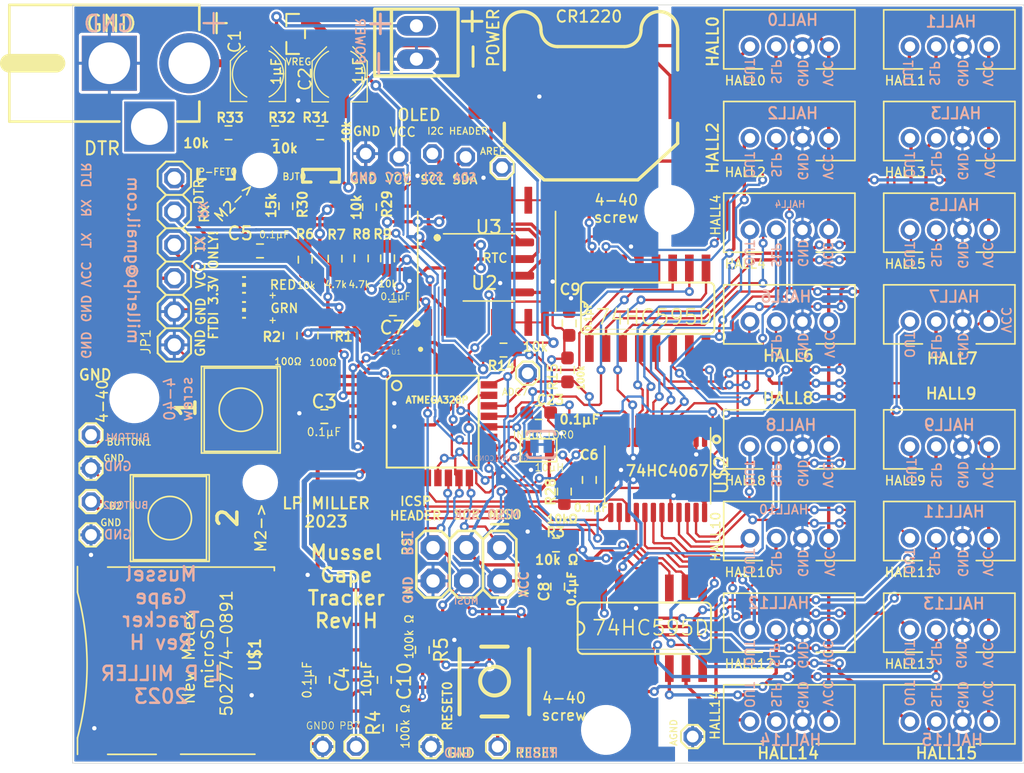
<source format=kicad_pcb>
(kicad_pcb (version 20221018) (generator pcbnew)
  (layers (0 "F.Cu" signal) (31 "B.Cu" signal) (34 "B.Paste" user) (35 "F.Paste" user) (36 "B.SilkS" user "B.Silkscreen") (37 "F.SilkS" user "F.Silkscreen") (38 "B.Mask" user) (39 "F.Mask" user) (44 "Edge.Cuts" user))
  (net 0 "")
  (net 1 "GND")
  (net 2 "VCC")
  (net 3 "/GATE")
  (net 4 "/VRAW1")
  (net 5 "/DTR")
  (net 6 "/RESET")
  (net 7 "/CS_SHIFT_REG")
  (net 8 "/AVCC")
  (net 9 "/AGND")
  (net 10 "/VBAT")
  (net 11 "/HALL0_~{SLEEP}")
  (net 12 "/HALL0_OUTPUT")
  (net 13 "/HALL1_~{SLEEP}")
  (net 14 "/HALL1_OUTPUT")
  (net 15 "/HALL2_~{SLEEP}")
  (net 16 "/HALL2_OUTPUT")
  (net 17 "/HALL3_~{SLEEP}")
  (net 18 "/HALL3_OUTPUT")
  (net 19 "/HALL4_~{SLEEP}")
  (net 20 "/HALL4_OUTPUT")
  (net 21 "/HALL5_~{SLEEP}")
  (net 22 "/HALL5_OUTPUT")
  (net 23 "/HALL6_~{SLEEP}")
  (net 24 "/HALL6_OUTPUT")
  (net 25 "/HALL7_~{SLEEP}")
  (net 26 "/HALL7_OUTPUT")
  (net 27 "/HALL8_~{SLEEP}")
  (net 28 "/HALL8_OUTPUT")
  (net 29 "/HALL9_~{SLEEP}")
  (net 30 "/HALL9_OUTPUT")
  (net 31 "/HALL10_~{SLEEP}")
  (net 32 "/HALL10_OUTPUT")
  (net 33 "/HALL11_~{SLEEP}")
  (net 34 "/HALL11_OUTPUT")
  (net 35 "/HALL12_~{SLEEP}")
  (net 36 "/HALL12_OUTPUT")
  (net 37 "/HALL13_~{SLEEP}")
  (net 38 "/HALL13_OUTPUT")
  (net 39 "/HALL14_~{SLEEP}")
  (net 40 "/HALL14_OUTPUT")
  (net 41 "/HALL15_~{SLEEP}")
  (net 42 "/HALL15_OUTPUT")
  (net 43 "/MISO")
  (net 44 "/SCK")
  (net 45 "/MOSI")
  (net 46 "/TO_FTDI_TX")
  (net 47 "/TO_FTDI_RX")
  (net 48 "Net-(LED1-PadA)")
  (net 49 "Net-(LED2-PadA)")
  (net 50 "/SCL")
  (net 51 "/SDA")
  (net 52 "/PB7")
  (net 53 "/LED_RED")
  (net 54 "/LED_GRN")
  (net 55 "/32KHZ")
  (net 56 "/SHIFT_CLEAR")
  (net 57 "/ANALOG_0")
  (net 58 "/MUX_~{EN}")
  (net 59 "/BATT_MONITOR")
  (net 60 "/BATT_MONITOR_EN")
  (net 61 "Net-(BJT0-B)")
  (net 62 "Net-(P-FET0-D)")
  (net 63 "/CS_SD")
  (net 64 "/MUX_S0")
  (net 65 "/MUX_S1")
  (net 66 "/MUX_S3")
  (net 67 "/MUX_S2")
  (net 68 "/BUTTON1")
  (net 69 "/BUTTON2")
  (net 70 "/AREF")
  (net 75 "Net-(U$1-DAT2_RES)")
  (net 76 "Net-(U$1-DAT1_NC)")
  (net 79 "Net-(SHIFT_0-QH*)")
  (net 85 "unconnected-(U2-N.C.-Pad10)")
  (footprint "MusselGapeTracker_RevE:SOT95P237X112-3N" (layer "F.Cu") (at 114.975 78.375 90)
    (fp_text reference "MCP1700T-3302" hide)
    (fp_text value "MCP1700T-3302E/TT" hide)
  )
  (footprint "Resistor_SMD:R_0603_1608Metric_Pad0.98x0.95mm_HandSolder" (layer "F.Cu") (at 121.975 95.475 90)
    (fp_text reference "R9")
    (fp_text value "10k Ω" hide)
  )
  (footprint "Resistor_SMD:R_0603_1608Metric_Pad0.98x0.95mm_HandSolder" (layer "F.Cu") (at 134.8105 117.3101)
    (fp_text reference "R3")
    (fp_text value "10k Ω")
  )
  (footprint "MusselGapeTracker_RevE:1X01_SMALL" (layer "F.Cu") (at 130.3655 132.6771)
    (fp_text reference "U$3" hide)
    (fp_text value "PINHD-1X1SMALL" hide)
  )
  (footprint "MusselGapeTracker_RevE:STAND-OFF" (layer "F.Cu") (at 102.6795 106.1341)
    (fp_text reference "STANDOFF2" hide)
    (fp_text value "STAND-OFF4-40" hide)
  )
  (footprint "MusselGapeTracker_RevE:PUSHBUTTON_DPST_SMD" (layer "F.Cu") (at 105.3846 115.2652)
    (fp_text reference "BUTTON2" hide)
    (fp_text value "PUSHBUTTON_DPST_SMDSTANDARD" hide)
  )
  (footprint "MusselGapeTracker_RevE:JST-PH-4-THM" (layer "F.Cu") (at 152.5905 100.2921)
    (fp_text reference "HALL6" hide)
    (fp_text value "JST-4PINTH_STRAIGHT" hide)
  )
  (footprint "MusselGapeTracker_RevE:1X01_SMALL" (layer "F.Cu") (at 132.6515 104.2291)
    (fp_text reference "U$10" hide)
    (fp_text value "PINHD-1X1SMALL" hide)
  )
  (footprint "MusselGapeTracker_RevE:JST-PH-4-THM" (layer "F.Cu") (at 164.7825 109.8171)
    (fp_text reference "HALL9")
    (fp_text value "JST-4PINTH_STRAIGHT" hide)
  )
  (footprint "MusselGapeTracker_RevE:SO16" (layer "F.Cu") (at 141.5415 123.6601)
    (fp_text reference "SHIFT_1" hide)
    (fp_text value "74HC595D")
  )
  (footprint "MusselGapeTracker_RevE:PANASONIC_B" (layer "F.Cu") (at 112.1 81.425 90)
    (fp_text reference "C1")
    (fp_text value "1µF")
  )
  (footprint "Resistor_SMD:R_0603_1608Metric_Pad0.98x0.95mm_HandSolder" (layer "F.Cu") (at 134.9375 120.4851 90)
    (fp_text reference "C8")
    (fp_text value "0.1µF")
  )
  (footprint "Resistor_SMD:R_0603_1608Metric_Pad0.98x0.95mm_HandSolder" (layer "F.Cu") (at 130.81 102.4636 180)
    (fp_text reference "R14")
    (fp_text value "10k")
  )
  (footprint "MusselGapeTracker_RevE:JST-PH-4-THM" (layer "F.Cu") (at 152.5905 116.8021)
    (fp_text reference "HALL10")
    (fp_text value "JST-4PINTH_STRAIGHT" hide)
  )
  (footprint "MusselGapeTracker_RevE:CHIPLED_0805" (layer "F.Cu") (at 111.1885 99.4031 90)
    (fp_text reference "LED2" hide)
    (fp_text value "GREEN_LED" hide)
  )
  (footprint "MusselGapeTracker_RevE:PUSHBUTTON_DPST_SMD" (layer "F.Cu") (at 110.7948 107.0102)
    (fp_text reference "BUTTON1" hide)
    (fp_text value "PUSHBUTTON_DPST_SMDSTANDARD" hide)
  )
  (footprint "MusselGapeTracker_RevE:2X3" (layer "F.Cu") (at 127.9779 117.5133 180)
    (fp_text reference "J1" hide)
    (fp_text value "AVR_SPI_PRG_6PTH" hide)
  )
  (footprint "MusselGapeTracker_RevE:STAND-OFF_M2" (layer "F.Cu") (at 112.25 88.775)
    (fp_text reference "STANDOFF5_M2" hide)
    (fp_text value "STAND-OFFM2" hide)
  )
  (footprint "MusselGapeTracker_RevE:1X01_SMALL" (layer "F.Cu") (at 130.7 88.55)
    (fp_text reference "U$17" hide)
    (fp_text value "PINHD-1X1SMALL" hide)
  )
  (footprint "MusselGapeTracker_RevE:JST-PH-4-THM" (layer "F.Cu") (at 164.7825 116.8021)
    (fp_text reference "HALL11")
    (fp_text value "JST-4PINTH_STRAIGHT" hide)
  )
  (footprint "MusselGapeTracker_RevE:JST-PH-4-THM" (layer "F.Cu") (at 164.7825 130.7721)
    (fp_text reference "HALL15" hide)
    (fp_text value "JST-4PINTH_STRAIGHT" hide)
  )
  (footprint "Resistor_SMD:R_0603_1608Metric_Pad0.98x0.95mm_HandSolder" (layer "F.Cu") (at 135.6868 103.9751 90)
    (fp_text reference "R15")
    (fp_text value "100k")
  )
  (footprint "MusselGapeTracker_RevE:1X01_SMALL" (layer "F.Cu") (at 99.3775 108.9281)
    (fp_text reference "U$6" hide)
    (fp_text value "PINHD-1X1SMALL" hide)
  )
  (footprint "MusselGapeTracker_RevE:1X01_SMALL" (layer "F.Cu") (at 99.3775 111.4681)
    (fp_text reference "U$7" hide)
    (fp_text value "PINHD-1X1SMALL" hide)
  )
  (footprint "Resistor_SMD:R_0603_1608Metric_Pad0.98x0.95mm_HandSolder" (layer "F.Cu") (at 122.1613 131.2547 90)
    (fp_text reference "R4")
    (fp_text value "100k Ω" hide)
  )
  (footprint "Resistor_SMD:R_0603_1608Metric_Pad0.98x0.95mm_HandSolder" (layer "F.Cu") (at 113.4106 85.904)
    (fp_text reference "R32")
    (fp_text value "10k")
  )
  (footprint "MusselGapeTracker_RevE:1X01_SMALL" (layer "F.Cu") (at 119.5705 132.6771)
    (fp_text reference "PB7")
    (fp_text value "PINHD-1X1SMALL" hide)
  )
  (footprint "Resistor_SMD:R_0603_1608Metric_Pad0.98x0.95mm_HandSolder" (layer "F.Cu") (at 109.8546 85.904 180)
    (fp_text reference "R33")
    (fp_text value "10k")
  )
  (footprint "MusselGapeTracker_RevE:1X04_LOCK" (layer "F.Cu") (at 124.12 87.623)
    (fp_text reference "OLED")
    (fp_text value "PINHD-1X4LOCK" hide)
  )
  (footprint "MusselGapeTracker_RevE:CHIPLED_0805" (layer "F.Cu") (at 111.1885 97.4981 90)
    (fp_text reference "LED1" hide)
    (fp_text value "RED_LED" hide)
  )
  (footprint "MusselGapeTracker_RevE:STAND-OFF" (layer "F.Cu") (at 138.6205 131.4071)
    (fp_text reference "STANDOFF3" hide)
    (fp_text value "STAND-OFF4-40" hide)
  )
  (footprint "MusselGapeTracker_RevE:PANASONIC_B" (layer "F.Cu") (at 118.325 81.45 90)
    (fp_text reference "C2")
    (fp_text value "1µF")
  )
  (footprint "MusselGapeTracker_RevE:JST-PH-4-THM" (layer "F.Cu") (at 152.5905 79.3371)
    (fp_text reference "HALL0")
    (fp_text value "JST-4PINTH_STRAIGHT" hide)
  )
  (footprint "Resistor_SMD:R_0603_1608Metric_Pad0.98x0.95mm_HandSolder" (layer "F.Cu") (at 133.4897 107.2263)
    (fp_text reference "C23")
    (fp_text value "0.1µF")
  )
  (footprint "Resistor_SMD:R_0603_1608Metric_Pad0.98x0.95mm_HandSolder" (layer "F.Cu") (at 117.1575 107.5311 180)
    (fp_text reference "C3")
    (fp_text value "0.1µF" hide)
  )
  (footprint "MusselGapeTracker_RevE:JST-PH-4-THM" (layer "F.Cu") (at 152.5905 123.7871)
    (fp_text reference "HALL12")
    (fp_text value "JST-4PINTH_STRAIGHT" hide)
  )
  (footprint "Resistor_SMD:R_0603_1608Metric_Pad0.98x0.95mm_HandSolder" (layer "F.Cu") (at 135.4455 113.2461 90)
    (fp_text reference "R28")
    (fp_text value "10kΩ")
  )
  (footprint "MusselGapeTracker_RevE:CR1220_BATTERY_HOLDER_SMD" (layer "F.Cu") (at 137.4775 83.1471)
    (fp_text reference "CR1220_BATTERY0" hide)
    (fp_text value "CR1220_BATTERY_HOLDERSMD" hide)
  )
  (footprint "Resistor_SMD:R_0603_1608Metric_Pad0.98x0.95mm_HandSolder" (layer "F.Cu") (at 115.7 95.575 90)
    (fp_text reference "R6")
    (fp_text value "10k Ω" hide)
  )
  (footprint "MusselGapeTracker_RevE:1X01_SMALL" (layer "F.Cu") (at 99.3775 114.0081)
    (fp_text reference "U$8" hide)
    (fp_text value "PINHD-1X1SMALL" hide)
  )
  (footprint "MusselGapeTracker_RevE:JST-PH-4-THM" (layer "F.Cu") (at 152.5905 109.8171)
    (fp_text reference "HALL8")
    (fp_text value "JST-4PINTH_STRAIGHT" hide)
  )
  (footprint "MusselGapeTracker_RevE:JST-PH-4-THM" (layer "F.Cu") (at 152.5905 86.3221)
    (fp_text reference "HALL2")
    (fp_text value "JST-4PINTH_STRAIGHT" hide)
  )
  (footprint "Resistor_SMD:R_0603_1608Metric_Pad0.98x0.95mm_HandSolder" (layer "F.Cu") (at 117.1956 101.346 -90)
    (fp_text reference "R1")
    (fp_text value "100 Ω" hide)
  )
  (footprint "Resistor_SMD:R_0603_1608Metric_Pad0.98x0.95mm_HandSolder" (layer "F.Cu") (at 120.5992 91.567 -90)
    (fp_text reference "R29")
    (fp_text value "10k")
  )
  (footprint "Resistor_SMD:R_0603_1608Metric_Pad0.98x0.95mm_HandSolder" (layer "F.Cu") (at 137.3505 112.3571 90)
    (fp_text reference "C6")
    (fp_text value "0.1µF")
  )
  (footprint "Resistor_SMD:R_0603_1608Metric_Pad0.98x0.95mm_HandSolder" (layer "F.Cu") (at 124.6251 125.3111 -90)
    (fp_text reference "R5")
    (fp_text value "100k Ω" hide)
  )
  (footprint "MusselGapeTracker_RevE:1X06-RIGHT_ANGLE" (layer "F.Cu") (at 105.7275 102.0701 90)
    (fp_text reference "JP1")
    (fp_text value "FTDI_HEADER" hide)
  )
  (footprint "Resistor_SMD:R_0603_1608Metric_Pad0.98x0.95mm_HandSolder" (layer "F.Cu") (at 117.975 95.5 90)
    (fp_text reference "R7")
    (fp_text value "4.7k" hide)
  )
  (footprint "MusselGapeTracker_RevE:1X01_SMALL" (layer "F.Cu") (at 99.3775 116.5481)
    (fp_text reference "U$9" hide)
    (fp_text value "PINHD-1X1SMALL" hide)
  )
  (footprint "MusselGapeTracker_RevE:SO16" (layer "F.Cu") (at 141.7955 99.2761)
    (fp_text reference "SHIFT_0" hide)
    (fp_text value "74HC595D")
  )
  (footprint "MusselGapeTracker_RevE:SOT23-3" (layer "F.Cu") (at 108.9 88.75 180)
    (fp_text reference "P-FET0")
    (fp_text value "MOSFET-PCHANNELBSH203" hide)
  )
  (footprint "MusselGapeTracker_RevE:1X01_SMALL" (layer "F.Cu") (at 125.2855 132.6771)
    (fp_text reference "U$4" hide)
    (fp_text value "PINHD-1X1SMALL" hide)
  )
  (footprint "Resistor_SMD:R_0603_1608Metric_Pad0.98x0.95mm_HandSolder" (layer "F.Cu") (at 119.975 95.475 90)
    (fp_text reference "R8")
    (fp_text value "4.7k" hide)
  )
  (footprint "MusselGapeTracker_RevE:STAND-OFF_M2" (layer "F.Cu") (at 112.275 112.55)
    (fp_text reference "STANDOFF4_M2" hide)
    (fp_text value "STAND-OFFM2" hide)
  )
  (footprint "Resistor_SMD:R_0603_1608Metric_Pad0.98x0.95mm_HandSolder" (layer "F.Cu") (at 135.8138 100.4316 90)
    (fp_text reference "C9")
    (fp_text value "0.1µF")
  )
  (footprint "MusselGapeTracker_RevE:22-23-2021" (layer "F.Cu") (at 124.175 79.025 90)
    (fp_text reference "MOLEX_KK0" hide)
    (fp_text value "22-23-2021" hide)
  )
  (footprint "MusselGapeTracker_RevE:PUSHBUTTON_SPST_PTS525_SERIES" (layer "F.Cu") (at 130.1115 127.7239 90)
    (fp_text reference "RESET0")
    (fp_text value "PUSHBUTTON_DPST_SMDSMALL" hide)
  )
  (footprint "MusselGapeTracker_RevE:JST-PH-4-THM" (layer "F.Cu") (at 164.7825 100.2921)
    (fp_text reference "HALL7" hide)
    (fp_text value "JST-4PINTH_STRAIGHT" hide)
  )
  (footprint "MusselGapeTracker_RevE:SOT23" (layer "F.Cu") (at 116.9 88.9 180)
    (fp_text reference "BJT0")
    (fp_text value "KSC1623_BJT_TRANSISTOR" hide)
  )
  (footprint "MusselGapeTracker_RevE:JST-PH-4-THM" (layer "F.Cu") (at 164.7825 123.7871)
    (fp_text reference "HALL13")
    (fp_text value "JST-4PINTH_STRAIGHT" hide)
  )
  (footprint "MusselGapeTracker_RevE:MICROSD_SOCKET_MOLEX_REVERSEMOUNT" (layer "F.Cu") (at 113.3475 132.2707 90)
    (fp_text reference "U$1")
    (fp_text value "MICROSD_MOLEX_REVERSECURRENT" hide)
  )
  (footprint "MusselGapeTracker_RevE:STAND-OFF" (layer "F.Cu") (at 143.4465 91.7831)
    (fp_text reference "STANDOFF1" hide)
    (fp_text value "STAND-OFF4-40" hide)
  )
  (footprint "Resistor_SMD:R_0603_1608Metric_Pad0.98x0.95mm_HandSolder" (layer "F.Cu") (at 121.7295 127.5971 -90)
    (fp_text reference "C4")
    (fp_text value "0.1µF" hide)
  )
  (footprint "MusselGapeTracker_RevE:JST-PH-4-THM" (layer "F.Cu") (at 152.5905 93.3071)
    (fp_text reference "HALL4")
    (fp_text value "JST-4PINTH_STRAIGHT" hide)
  )
  (footprint "MusselGapeTracker_RevE:1X01_SMALL" (layer "F.Cu") (at 117.0305 132.6771)
    (fp_text reference "GND0")
    (fp_text value "PINHD-1X1SMALL" hide)
  )
  (footprint "MusselGapeTracker_RevE:JST-PH-4-THM" (layer "F.Cu") (at 164.7825 79.3371)
    (fp_text reference "HALL1")
    (fp_text value "JST-4PINTH_STRAIGHT" hide)
  )
  (footprint "MusselGapeTracker_RevE:I_0805" (layer "F.Cu") (at 133.4643 110.0965)
    (fp_text reference "INDUCTOR0")
    (fp_text value "10µH")
  )
  (footprint "MusselGapeTracker_RevE:1X01_SMALL" (layer "F.Cu") (at 145.2245 131.9151)
    (fp_text reference "U$11" hide)
    (fp_text value "PINHD-1X1SMALL" hide)
  )
  (footprint "MusselGapeTracker_RevE:JST-PH-4-THM" (layer "F.Cu") (at 152.5905 130.7721)
    (fp_text reference "HALL14" hide)
    (fp_text value "JST-4PINTH_STRAIGHT" hide)
  )
  (footprint "Resistor_SMD:R_0603_1608Metric_Pad0.98x0.95mm_HandSolder" (layer "F.Cu") (at 114.225 91.5 -90)
    (fp_text reference "R30")
    (fp_text value "15k")
  )
  (footprint "MusselGapeTracker_RevE:POWER_JACK_DC_2,1MM" (layer "F.Cu") (at 106.8705 80.6071 180)
    (fp_text reference "UNK2,1MM_JACK0" hide)
    (fp_text value "POWER_JACK_2,1MM" hide)
  )
  (footprint "Resistor_SMD:R_0603_1608Metric_Pad0.98x0.95mm_HandSolder" (layer "F.Cu") (at 112.2553 94.9073)
    (fp_text reference "C5")
    (fp_text value "0.1µF" hide)
  )
  (footprint "Resistor_SMD:R_0603_1608Metric_Pad0.98x0.95mm_HandSolder" (layer "F.Cu") (at 117.0305 127.5971 -90)
    (fp_text reference "C10")
    (fp_text value "10µF")
  )
  (footprint "Resistor_SMD:R_0603_1608Metric_Pad0.98x0.95mm_HandSolder" (layer "F.Cu") (at 122.3824 99.3144 180)
    (fp_text reference "C7")
    (fp_text value "0.1µF" hide)
  )
  (footprint "Resistor_SMD:R_0603_1608Metric_Pad0.98x0.95mm_HandSolder" (layer "F.Cu") (at 114.554 101.3714 -90)
    (fp_text reference "R2")
    (fp_text value "100 Ω" hide)
  )
  (footprint "Package_SO:SOIC-8_3.9x4.9mm_P1.27mm" (layer "F.Cu") (at 129.6924 96.1644)
    (fp_text reference "U3")
    (fp_text value "DS3231MZ")
  )
  (footprint "Package_SO:TSSOP-24_4.4x7.8mm_P0.65mm" (layer "F.Cu") (at 142.5575 111.9761 -90)
    (fp_text reference "U$2")
    (fp_text value "74HC4067")
  )
  (footprint "MusselGapeTracker_RevE:JST-PH-4-THM" (layer "F.Cu") (at 164.7825 86.3221)
    (fp_text reference "HALL3")
    (fp_text value "JST-4PINTH_STRAIGHT" hide)
  )
  (footprint "DS3231M_TRL:SOIC127P1032X265-16N" (layer "F.Cu") (at 129.525 95.7 90)
    (fp_text reference "U2")
    (fp_text value "DS3231M+TRL" hide)
  )
  (footprint "MusselGapeTracker_RevE:JST-PH-4-THM" (layer "F.Cu") (at 164.7825 93.3071)
    (fp_text reference "HALL5")
    (fp_text value "JST-4PINTH_STRAIGHT" hide)
  )
  (footprint "MusselGapeTracker_RevE:TQFP32-08" (layer "F.Cu") (at 125.4125 107.9121)
    (fp_text reference "U1")
    (fp_text value "ATMEGA328P")
  )
  (footprint "Resistor_SMD:R_0603_1608Metric_Pad0.98x0.95mm_HandSolder" (layer "F.Cu") (at 116.8396 85.904)
    (fp_text reference "R31")
    (fp_text value "10k")
  )
  (footprint "MusselGapeTracker_RevE:SJ_2S-TRACE" (layer "B.Cu") (at 133.6744 109.6594)
    (fp_text reference "GROUND_CON0")
    (fp_text value "SOLDER_JUMPER_TRACESTANDARD" hide)
  )
  (gr_circle (center 147.0424 109.2694) (end 147.312572 109.2694) (stroke (width 0.2032)) (fill none) (layer "F.SilkS"))
  (gr_line (start 97.9805 133.9471) (end 170.4721 133.9471) (stroke (width 0.05)) (layer "Edge.Cuts"))
  (gr_line (start 97.9805 76.1621) (end 97.9805 133.9471) (stroke (width 0.05)) (layer "Edge.Cuts"))
  (gr_line (start 170.4724 133.9494) (end 170.4724 76.1644) (stroke (width 0.05)) (layer "Edge.Cuts"))
  (gr_line (start 170.4721 76.1621) (end 97.9805 76.1621) (stroke (width 0.05)) (layer "Edge.Cuts"))
  (gr_text "VCC" (at 167.7035 81.3691 -90) (layer "B.SilkS") (effects (font (size 0.69088 0.69088) (thickness 0.12192)) (justify mirror)))
  (gr_text "GND" (at 165.7985 88.4811 -90) (layer "B.SilkS") (effects (font (size 0.69088 0.69088) (thickness 0.12192)) (justify mirror)))
  (gr_text "SLP" (at 151.4475 125.6921 -90) (layer "B.SilkS") (effects (font (size 0.69088 0.69088) (thickness 0.12192)) (justify mirror)))
  (gr_text "SLP" (at 163.6395 81.3691 -90) (layer "B.SilkS") (effects (font (size 0.69088 0.69088) (thickness 0.12192)) (justify mirror)))
  (gr_text "SCK" (at 129.0955 115.4051) (layer "B.SilkS") (effects (font (size 0.69088 0.69088) (thickness 0.12192)) (justify left bottom mirror)))
  (gr_text "VCC" (at 169.1005 100.1651 -90) (layer "B.SilkS") (effects (font (size 0.69088 0.69088) (thickness 0.12192)) (justify mirror)))
  (gr_text "BUTTON1" (at 103.8824 109.4094) (layer "B.SilkS") (effects (font (size 0.51816 0.51816) (thickness 0.09144)) (justify left bottom mirror)))
  (gr_text "OUT" (at 149.5425 81.2421 -90) (layer "B.SilkS") (effects (font (size 0.69088 0.69088) (thickness 0.12192)) (justify mirror)))
  (gr_text "OUT" (at 149.5425 128.7401 -90) (layer "B.SilkS") (effects (font (size 0.69088 0.69088) (thickness 0.12192)) (justify mirror)))
  (gr_text "SLP" (at 151.5745 102.1971 -90) (layer "B.SilkS") (effects (font (size 0.69088 0.69088) (thickness 0.12192)) (justify mirror)))
  (gr_text "SLP" (at 151.5745 118.7071 -90) (layer "B.SilkS") (effects (font (size 0.69088 0.69088) (thickness 0.12192)) (justify mirror)))
  (gr_text "MOSI" (at 128.9685 121.8821) (layer "B.SilkS") (effects (font (size 0.51816 0.51816) (thickness 0.09144)) (justify left bottom mirror)))
  (gr_text "RX" (at 99.3775 90.8941 -90) (layer "B.SilkS") (effects (font (size 0.682752 0.682752) (thickness 0.130048)) (justify right top mirror)))
  (gr_text "GND" (at 99.3775 100.4191 -90) (layer "B.SilkS") (effects (font (size 0.682752 0.682752) (thickness 0.130048)) (justify left top mirror)))
  (gr_text "VCC" (at 155.5115 128.6131 -90) (layer "B.SilkS") (effects (font (size 0.69088 0.69088) (thickness 0.12192)) (justify mirror)))
  (gr_text "OUT" (at 161.8615 111.7221 -90) (layer "B.SilkS") (effects (font (size 0.69088 0.69088) (thickness 0.12192)) (justify mirror)))
  (gr_text "GND" (at 153.6065 88.4811 -90) (layer "B.SilkS") (effects (font (size 0.69088 0.69088) (thickness 0.12192)) (justify mirror)))
  (gr_text "HALL13" (at 167.5765 122.2885) (layer "B.SilkS") (effects (font (size 0.8636 0.8636) (thickness 0.1524)) (justify left bottom mirror)))
  (gr_text "-" (at 122.6024 79.2444 -90) (layer "B.SilkS") (effects (font (size 1.96596 1.96596) (thickness 0.21844)) (justify right top mirror)))
  (gr_text "GND" (at 165.7985 81.3691 -90) (layer "B.SilkS") (effects (font (size 0.69088 0.69088) (thickness 0.12192)) (justify mirror)))
  (gr_text "GND" (at 165.7985 95.2121 -90) (layer "B.SilkS") (effects (font (size 0.69088 0.69088) (thickness 0.12192)) (justify mirror)))
  (gr_text "OUT" (at 161.7345 118.5801 -90) (layer "B.SilkS") (effects (font (size 0.69088 0.69088) (thickness 0.12192)) (justify mirror)))
  (gr_text "+" (at 110.0824 78.5694) (layer "B.SilkS") (effects (font (size 2.009648 2.009648) (thickness 0.174752)) (justify left bottom mirror)))
  (gr_text "HALL14" (at 155.1305 132.6771) (layer "B.SilkS") (effects (font (size 0.8636 0.8636) (thickness 0.1524)) (justify left bottom mirror)))
  (gr_text "GND" (at 165.7985 102.1971 -90) (layer "B.SilkS") (effects (font (size 0.69088 0.69088) (thickness 0.12192)) (justify mirror)))
  (gr_text "HALL8" (at 154.7495 108.6741) (layer "B.SilkS") (effects (font (size 0.8636 0.8636) (thickness 0.1524)) (justify left bottom mirror)))
  (gr_text "GND" (at 153.6065 111.8491 -90) (layer "B.SilkS") (effects (font (size 0.69088 0.69088) (thickness 0.12192)) (justify mirror)))
  (gr_text "VCC" (at 155.5115 111.9761 -90) (layer "B.SilkS") (effects (font (size 0.69088 0.69088) (thickness 0.12192)) (justify mirror)))
  (gr_text "OUT" (at 161.7345 128.6131 -90) (layer "B.SilkS") (effects (font (size 0.69088 0.69088) (thickness 0.12192)) (justify mirror)))
  (gr_text "OUT" (at 161.6075 81.3691 -90) (layer "B.SilkS") (effects (font (size 0.69088 0.69088) (thickness 0.12192)) (justify mirror)))
  (gr_text "VCC" (at 99.3775 97.7521 -90) (layer "B.SilkS") (effects (font (size 0.682752 0.682752) (thickness 0.130048)) (justify left top mirror)))
  (gr_text "POWER" (at 120.2724 77.0994 -90) (layer "B.SilkS") (effects (font (size 0.682752 0.682752) (thickness 0.130048)) (justify right top mirror)))
  (gr_text "OUT" (at 149.5425 111.8491 -90) (layer "B.SilkS") (effects (font (size 0.69088 0.69088) (thickness 0.12192)) (justify mirror)))
  (gr_text "GND" (at 121.2524 89.7094) (layer "B.SilkS") (effects (font (size 0.674624 0.674624) (thickness 0.138176)) (justify left bottom mirror)))
  (gr_text "SLP" (at 163.7665 88.2271 -90) (layer "B.SilkS") (effects (font (size 0.69088 0.69088) (thickness 0.12192)) (justify mirror)))
  (gr_text "VCC" (at 167.7035 125.6921 -90) (layer "B.SilkS") (effects (font (size 0.69088 0.69088) (thickness 0.12192)) (justify mirror)))
  (gr_text "VCC" (at 167.7035 111.9761 -90) (layer "B.SilkS") (effects (font (size 0.69088 0.69088) (thickness 0.12192)) (justify mirror)))
  (gr_text "SLP" (at 151.5745 88.3541 -90) (layer "B.SilkS") (effects (font (size 0.69088 0.69088) (thickness 0.12192)) (justify mirror)))
  (gr_text "VCC" (at 155.6385 118.7071 -90) (layer "B.SilkS") (effects (font (size 0.69088 0.69088) (thickness 0.12192)) (justify mirror)))
  (gr_text "MISO" (at 132.1435 115.4051) (layer "B.SilkS") (effects (font (size 0.69088 0.69088) (thickness 0.12192)) (justify left bottom mirror)))
  (gr_text "VCC" (at 167.7035 128.6131 -90) (layer "B.SilkS") (effects (font (size 0.69088 0.69088) (thickness 0.12192)) (justify mirror)))
  (gr_text "GND" (at 102.5525 116.9291) (layer "B.SilkS") (effects (font (size 0.69088 0.69088) (thickness 0.12192)) (justify left bottom mirror)))
  (gr_text "GND" (at 153.6065 95.0851 -90) (layer "B.SilkS") (effects (font (size 0.69088 0.69088) (thickness 0.12192)) (justify mirror)))
  (gr_text "BUTTON2" (at 103.8024 114.5894) (layer "B.SilkS") (effects (font (size 0.51816 0.51816) (thickness 0.09144)) (justify left bottom mirror)))
  (gr_text "VCC" (at 167.7035 118.7071 -90) (layer "B.SilkS") (effects (font (size 0.69088 0.69088) (thickness 0.12192)) (justify mirror)))
  (gr_text "GND" (at 165.7985 128.7401 -90) (layer "B.SilkS") (effects (font (size 0.69088 0.69088) (thickness 0.12192)) (justify mirror)))
  (gr_text "GND" (at 165.7985 111.9761 -90) (layer "B.SilkS") (effects (font (size 0.69088 0.69088) (thickness 0.12192)) (justify mirror)))
  (gr_text "GND" (at 153.6065 118.7071 -90) (layer "B.SilkS") (effects (font (size 0.69088 0.69088) (thickness 0.12192)) (justify mirror)))
  (gr_text "HALL6" (at 154.3685 98.8951) (layer "B.SilkS") (effects (font (size 0.8636 0.8636) (thickness 0.1524)) (justify left bottom mirror)))
  (gr_text "GND" (at 153.6065 102.1971 -90) (layer "B.SilkS") (effects (font (size 0.69088 0.69088) (thickness 0.12192)) (justify mirror)))
  (gr_text "OUT" (at 161.7345 102.0701 -90) (layer "B.SilkS") (effects (font (size 0.69088 0.69088) (thickness 0.12192)) (justify mirror)))
  (gr_text "SLP" (at 163.7665 95.2121 -90) (layer "B.SilkS") (effects (font (size 0.69088 0.69088) (thickness 0.12192)) (justify mirror)))
  (gr_text "VCC" (at 155.5115 81.3691 -90) (layer "B.SilkS") (effects (font (size 0.69088 0.69088) (thickness 0.12192)) (justify mirror)))
  (gr_text "SLP" (at 163.7665 102.1971 -90) (layer "B.SilkS") (effects (font (size 0.69088 0.69088) (thickness 0.12192)) (justify mirror)))
  (gr_text "SLP" (at 151.5745 81.2421 -90) (layer "B.SilkS") (effects (font (size 0.69088 0.69088) (thickness 0.12192)) (justify mirror)))
  (gr_text "HALL10" (at 154.1145 115.0241) (layer "B.SilkS") (effects (font (size 0.69088 0.69088) (thickness 0.12192)) (justify left bottom mirror)))
  (gr_text "SLP" (at 163.7665 111.9761 -90) (layer "B.SilkS") (effects (font (size 0.69088 0.69088) (thickness 0.12192)) (justify mirror)))
  (gr_text "RST" (at 123.1011 118.1991 -90) (layer "B.SilkS") (effects (font (size 0.682752 0.682752) (thickness 0.130048)) (justify left bottom mirror)))
  (gr_text "4-40\nscrew" (at 107.1624 106.1894 90) (layer "B.SilkS") (effects (font (size 0.8128 0.8128) (thickness 0.127)) (justify bottom mirror)))
  (gr_text "millerlp@gmail.com" (at 102.6033 95.6185 -90) (layer "B.SilkS") (effects (font (size 0.8636 0.8636) (thickness 0.1524)) (justify mirror)))
  (gr_text "SLP" (at 151.5745 111.9761 -90) (layer "B.SilkS") (effects (font (size 0.69088 0.69088) (thickness 0.12192)) (justify mirror)))
  (gr_text "GND" (at 165.6715 125.6921 -90) (layer "B.SilkS") (effects (font (size 0.69088 0.69088) (thickness 0.12192)) (justify mirror)))
  (gr_text "HALL15" (at 167.4495 132.6771) (layer "B.SilkS") (effects (font (size 0.8636 0.8636) (thickness 0.1524)) (justify left bottom mirror)))
  (gr_text "SLP" (at 163.7665 128.7401 -90) (layer "B.SilkS") (effects (font (size 0.69088 0.69088) (thickness 0.12192)) (justify mirror)))
  (gr_text "+" (at 122.7874 78.6094) (layer "B.SilkS") (effects (font (size 1.96596 1.96596) (thickness 0.21844)) (justify left bottom mirror)))
  (gr_text "VCC" (at 155.5115 88.4811 -90) (layer "B.SilkS") (effects (font (size 0.69088 0.69088) (thickness 0.12192)) (justify mirror)))
  (gr_text "GND" (at 153.6065 125.6921 -90) (layer "B.SilkS") (effects (font (size 0.69088 0.69088) (thickness 0.12192)) (justify mirror)))
  (gr_text "HALL11" (at 167.5765 115.2781) (layer "B.SilkS") (effects (font (size 0.8636 0.8636) (thickness 0.1524)) (justify left bottom mirror)))
  (gr_text "GND" (at 165.7985 118.7071 -90) (layer "B.SilkS") (effects (font (size 0.69088 0.69088) (thickness 0.12192)) (justify mirror)))
  (gr_text "VCC" (at 155.6385 102.0701 -90) (layer "B.SilkS") (effects (font (size 0.69088 0.69088) (thickness 0.12192)) (justify mirror)))
  (gr_text "HALL5" (at 167.1955 91.9101) (layer "B.SilkS") (effects (font (size 0.8636 0.8636) (thickness 0.1524)) (justify left bottom mirror)))
  (gr_text "SLP" (at 151.5745 95.2121 -90) (layer "B.SilkS") (effects (font (size 0.69088 0.69088) (thickness 0.12192)) (justify mirror)))
  (gr_text "VCC" (at 123.7742 89.7094) (layer "B.SilkS") (effects (font (size 0.682752 0.682752) (thickness 0.130048)) (justify left bottom mirror)))
  (gr_text "HALL2" (at 154.8765 84.9251) (layer "B.SilkS") (effects (font (size 0.8636 0.8636) (thickness 0.1524)) (justify left bottom mirror)))
  (gr_text "VCC" (at 155.5115 125.5651 -90) (layer "B.SilkS") (effects (font (size 0.69088 0.69088) (thickness 0.12192)) (justify mirror)))
  (gr_text "OUT" (at 149.5425 88.3541 -90) (layer "B.SilkS") (effects (font (size 0.69088 0.69088) (thickness 0.12192)) (justify mirror)))
  (gr_text "HALL9" (at 166.8145 108.6741) (layer "B.SilkS") (effects (font (size 0.8636 0.8636) (thickness 0.1524)) (justify left bottom mirror)))
  (gr_text "GND" (at 99.3775 103.2131 -90) (layer "B.SilkS") (effects (font (size 0.682752 0.682752) (thickness 0.130048)) (justify left top mirror)))
  (gr_text "GND" (at 123.8885 121.8567 -90) (layer "B.SilkS") (effects (font (size 0.682752 0.682752) (thickness 0.130048)) (justify left top mirror)))
  (gr_text "OUT" (at 161.7345 125.5651 -90) (layer "B.SilkS") (effects (font (size 0.69088 0.69088) (thickness 0.12192)) (justify mirror)))
  (gr_text "VCC" (at 131.8624 121.3694 -90) (layer "B.SilkS") (effects (font (size 0.69088 0.69088) (thickness 0.12192)) (justify left bottom mirror)))
  (gr_text "TX" (at 108.0135 93.6881 -90) (layer "B.SilkS") (effects (font (size 0.682752 0.682752) (thickness 0.130048)) (justify right top mirror)))
  (gr_text "SLP" (at 151.5745 128.7401 -90) (layer "B.SilkS") (effects (font (size 0.69088 0.69088) (thickness 0.12192)) (justify mirror)))
  (gr_text "TX" (at 99.3775 93.4341 -90) (layer "B.SilkS") (effects (font (size 0.682752 0.682752) (thickness 0.130048)) (justify right top mirror)))
  (gr_text "SCL" (at 126.3124 89.6344) (layer "B.SilkS") (effects (font (size 0.6096 0.6096) (thickness 0.128016)) (justify left bottom mirror)))
  (gr_text "GND" (at 102.5525 111.7221) (layer "B.SilkS") (effects (font (size 0.69088 0.69088) (thickness 0.12192)) (justify left bottom mirror)))
  (gr_text "HALL7" (at 167.1955 98.8951) (layer "B.SilkS") (effects (font (size 0.8636 0.8636) (thickness 0.1524)) (justify left bottom mirror)))
  (gr_text "VCC" (at 167.8305 88.3541 -90) (layer "B.SilkS") (effects (font (size 0.69088 0.69088) (thickness 0.12192)) (justify mirror)))
  (gr_text "RX" (at 108.2675 91.0211 -90) (layer "B.SilkS") (effects (font (size 0.682752 0.682752) (thickness 0.130048)) (justify right top mirror)))
  (gr_text "OUT" (at 149.5425 118.5801 -90) (layer "B.SilkS") (effects (font (size 0.69088 0.69088) (thickness 0.12192)) (justify mirror)))
  (gr_text "Mussel\nGape\nTracker\nRev H" (at 104.7115 122.1361) (layer "B.SilkS") (effects (font (size 1.0795 1.0795) (thickness 0.1905)) (justify mirror)))
  (gr_text "GND" (at 128.4605 133.5661) (layer "B.SilkS") (effects (font (size 0.69088 0.69088) (thickness 0.12192)) (justify left bottom mirror)))
  (gr_text "VCC" (at 155.5115 95.2121 -90) (layer "B.SilkS") (effects (font (size 0.69088 0.69088) (thickness 0.12192)) (justify mirror)))
  (gr_text "HALL12" (at 154.2161 122.2377) (layer "B.SilkS") (effects (font (size 0.8636 0.8636) (thickness 0.1524)) (justify left bottom mirror)))
  (gr_text "VCC" (at 167.7035 95.2121 -90) (layer "B.SilkS") (effects (font (size 0.69088 0.69088) (thickness 0.12192)) (justify mirror)))
  (gr_text "SLP" (at 163.7665 125.5651 -90) (layer "B.SilkS") (effects (font (size 0.69088 0.69088) (thickness 0.12192)) (justify mirror)))
  (gr_text "OUT" (at 149.5425 95.0851 -90) (layer "B.SilkS") (effects (font (size 0.69088 0.69088) (thickness 0.12192)) (justify mirror)))
  (gr_text "SLP" (at 163.6395 118.7071 -90) (layer "B.SilkS") (effects (font (size 0.69088 0.69088) (thickness 0.12192)) (justify mirror)))
  (gr_text "GND" (at 102.7324 78.3294) (layer "B.SilkS") (effects (font (size 1.251712 1.251712) (thickness 0.170688)) (justify left bottom mirror)))
  (gr_text "DTR" (at 99.3775 88.1001 -90) (layer "B.SilkS") (effects (font (size 0.682752 0.682752) (thickness 0.130048)) (justify right top mirror)))
  (gr_text "OUT" (at 161.7345 95.2121 -90) (layer "B.SilkS") (effects (font (size 0.69088 0.69088) (thickness 0.12192)) (justify mirror)))
  (gr_text "HALL0" (at 154.8765 77.8131) (layer "B.SilkS") (effects (font (size 0.8636 0.8636) (thickness 0.1524)) (justify left bottom mirror)))
  (gr_text "SDA" (at 128.8124 89.6594) (layer "B.SilkS") (effects (font (size 0.6096 0.6096) (thickness 0.128016)) (justify left bottom mirror)))
  (gr_text "RESET" (at 135.0645 133.5661) (layer "B.SilkS") (effects (font (size 0.69088 0.69088) (thickness 0.12192)) (justify left bottom mirror)))
  (gr_text "L P MILLER\n2023" (at 104.7115 127.9781) (layer "B.SilkS") (effects (font (size 1.0795 1.0795) (thickness 0.1905)) (justify mirror)))
  (gr_text "HALL3" (at 167.3225 84.9251) (layer "B.SilkS") (effects (font (size 0.8636 0.8636) (thickness 0.1524)) (justify left bottom mirror)))
  (gr_text "GND" (at 153.6065 128.7401 -90) (layer "B.SilkS") (effects (font (size 0.69088 0.69088) (thickness 0.12192)) (justify mirror)))
  (gr_text "HALL4" (at 153.8605 91.6561) (layer "B.SilkS") (effects (font (size 0.51816 0.51816) (thickness 0.09144)) (justify left bottom mirror)))
  (gr_text "GND" (at 153.6065 81.3691 -90) (layer "B.SilkS") (effects (font (size 0.69088 0.69088) (thickness 0.12192)) (justify mirror)))
  (gr_text "HALL1" (at 166.9415 77.9401) (layer "B.SilkS") (effects (font (size 0.8636 0.8636) (thickness 0.1524)) (justify left bottom mirror)))
  (gr_text "OUT" (at 161.7345 88.3541 -90) (layer "B.SilkS") (effects (font (size 0.69088 0.69088) (thickness 0.12192)) (justify mirror)))
  (gr_text "OUT" (at 149.5425 125.5651 -90) (layer "B.SilkS") (effects (font (size 0.69088 0.69088) (thickness 0.12192)) (justify mirror)))
  (gr_text "VCC" (at 121.7624 89.8794) (layer "F.SilkS") (effects (font (size 0.699008 0.699008) (thickness 0.113792)) (justify left bottom)))
  (gr_text "SDA" (at 128.9024 89.0694) (layer "F.SilkS") (effects (font (size 0.682752 0.682752) (thickness 0.130048)) (justify right top)))
  (gr_text "GRN" (at 114.1124 99.2761) (layer "F.SilkS") (effects (font (size 0.69088 0.69088) (thickness 0.12192))))
  (gr_text "+" (at 113.2205 100.1651) (layer "F.SilkS") (effects (font (size 0.51816 0.51816) (thickness 0.09144))))
  (gr_text "HALL10" (at 147.3835 118.6594 90) (layer "F.SilkS") (effects (font (size 0.699008 0.699008) (thickness 0.113792)) (justify left bottom)))
  (gr_text "GND" (at 107.3023 100.8001 90) (layer "F.SilkS") (effects (font (size 0.682752 0.682752) (thickness 0.130048)) (justify right top)))
  (gr_text "GND" (at 98.3624 104.8294) (layer "F.SilkS") (effects (font (size 0.8128 0.8128)) (justify left bottom)))
  (gr_text "VREG" (at 115.189 80.4926) (layer "F.SilkS") (effects (font (size 0.51816 0.51816) (thickness 0.09144))))
  (gr_text "GND" (at 100.0374 115.9131) (layer "F.SilkS") (effects (font (size 0.51816 0.51816) (thickness 0.09144)) (justify left bottom)))
  (gr_text "HALL7" (at 162.9624 103.6094) (layer "F.SilkS") (effects (font (size 0.8636 0.8636) (thickness 0.1524)) (justify left bottom)))
  (gr_text "GND" (at 121.5124 85.3894) (layer "F.SilkS") (effects (font (size 0.682752 0.682752) (thickness 0.130048)) (justify right top)))
  (gr_text "DTR" (at 98.7424 87.6794) (layer "F.SilkS") (effects (font (size 1 1)) (justify left bottom)))
  (gr_text "RST" (at 123.8631 118.1991 90) (layer "F.SilkS") (effects (font (size 0.682752 0.682752) (thickness 0.130048)) (justify left bottom)))
  (gr_text "POWER" (at 130.5374 80.9844 90) (layer "F.SilkS") (effects (font (size 0.87376 0.87376) (thickness 0.14224)) (justify left bottom)))
  (gr_text "°" (at 125.7624 94.3344) (layer "F.SilkS") (effects (font (size 1.0668 1.0668) (thickness 0.2667))))
  (gr_text "New Molex \nmicroSD\n502774-0891" (at 108.2675 125.5651 90) (layer "F.SilkS") (effects (font (size 0.89408 0.89408) (thickness 0.12192))))
  (gr_text "CR1220" (at 134.6835 77.5591) (layer "F.SilkS") (effects (font (size 0.87376 0.87376) (thickness 0.14224)) (justify left bottom)))
  (gr_text "100k Ω" (at 123.9824 126.0694 90) (layer "F.SilkS") (effects (font (size 0.6096 0.6096) (thickness 0.1016) bold) (justify left bottom)))
  (gr_text "GND" (at 108.1405 98.3871 90) (layer "F.SilkS") (effects (font (size 0.682752 0.682752) (thickness 0.130048)) (justify right bottom)))
  (gr_text "RED" (at 114.0124 97.4981) (layer "F.SilkS") (effects (font (size 0.69088 0.69088) (thickness 0.12192))))
  (gr_text "AGND" (at 144.0815 132.6771 90) (layer "F.SilkS") (effects (font (size 0.51816 0.51816) (thickness 0.09144)) (justify left bottom)))
  (gr_text "HALL4" (at 147.3835 93.8151 90) (layer "F.SilkS") (effects (font (size 0.699008 0.699008) (thickness 0.113792)) (justify left bottom)))
  (gr_text "4-40\nscrew" (at 139.4024 92.8194) (layer "F.SilkS") (effects (font (size 0.8128 0.8128) (thickness 0.127)) (justify bottom)))
  (gr_text "0.1µF" (at 118.4924 108.3494) (layer "F.SilkS") (effects (font (size 0.6096 0.6096) (thickness 0.085344)) (justify right top)))
  (gr_text "10k" (at 121.2324 97.7194) (layer "F.SilkS") (effects (font (size 0.51816 0.51816) (thickness 0.09144)) (justify left bottom)))
  (gr_text "AREF" (at 130.9624 87.0094) (layer "F.SilkS") (effects (font (size 0.51816 0.51816) (thickness 0.09144)) (justify right top)))
  (gr_text "0.1µF" (at 115.8424 127.5994 90) (layer "F.SilkS") (effects (font (size 0.6604 0.6604) (thickness 0.1016))))
  (gr_text "GND" (at 121.2724 89.0394) (layer "F.SilkS") (effects (font (size 0.682752 0.682752) (thickness 0.130048)) (justify right top)))
  (gr_text "GND" (at 126.4285 133.5661) (layer "F.SilkS") (effects (font (size 0.69088 0.69088) (thickness 0.12192)) (justify left bottom)))
  (gr_text "MISO" (at 129.6035 115.4051) (layer "F.SilkS") (effects (font (size 0.69088 0.69088) (thickness 0.12192)) (justify left bottom)))
  (gr_text "100Ω" (at 115.4874 103.0344) (layer "F.SilkS") (effects (font (size 0.51816 0.51816) (thickness 0.09144)) (justify right top)))
  (gr_text "10k" (at 115.0124 97.8394) (layer "F.SilkS") (effects (font (size 0.51816 0.51816) (thickness 0.09144)) (justify left bottom)))
  (gr_text "HALL0" (at 147.2565 80.9881 90) (layer "F.SilkS") (effects (font (size 0.8636 0.8636) (thickness 0.1524)) (justify left bottom)))
  (gr_text "HALL14" (at 147.3374 132.2344 90) (layer "F.SilkS") (effects (font (size 0.69088 0.69088) (thickness 0.12192)) (justify left bottom)))
  (gr_text "0.1µF" (at 121.3824 98.6994) (layer "F.SilkS") (effects (font (size 0.536448 0.536448) (thickness 0.073152)) (justify left bottom)))
  (gr_text "°" (at 124.206 100.8634) (layer "F.SilkS") (effects (font (size 1.0668 1.0668) (thickness 0.2667))))
  (gr_text "SCL" (at 126.4524 89.0894) (layer "F.SilkS") (effects (font (size 0.682752 0.682752) (thickness 0.130048)) (justify right top)))
  (gr_text "4.7k" (at 117.1524 97.7694) (layer "F.SilkS") (effects (font (size 0.51816 0.51816) (thickness 0.09144)) (justify left bottom)))
  (gr_text "M2->" (at 109.2624 92.8794 45) (layer "F.SilkS") (effects (font (size 0.8128 0.8128) (thickness 0.127)) (justify left bottom)))
  (gr_text "Mussel\nGape\nTracker\nRev H" (at 118.8374 120.4844) (layer "F.SilkS") (effects (font (size 1.0795 1.0795) (thickness 0.1905))))
  (gr_text "BUTTON1" (at 100.5124 109.7694) (layer "F.SilkS") (effects (font (size 0.51816 0.51816) (thickness 0.09144)) (justify left bottom)))
  (gr_text "FTDI 3.3V ONLY!" (at 109.1057 101.7399 90) (layer "F.SilkS") (effects (font (size 0.682752 0.682752) (thickness 0.130048)) (justify left bottom)))
  (gr_text "+" (at 127.0624 78.4094) (layer "F.SilkS") (effects (font (size 1.96596 1.96596) (thickness 0.21844)) (justify left bottom)))
  (gr_text "ICSP\nHEADER" (at 124.1124 114.5344) (layer "F.SilkS") (effects (font (size 0.682752 0.682752) (thickness 0.130048))))
  (gr_text "4-40\nscrew" (at 135.4224 130.7594) (layer "F.SilkS") (effects (font (size 0.8128 0.8128) (thickness 0.127)) (justify bottom)))
  (gr_text "-" (at 129.4924 81.4594 90) (layer "F.SilkS") (effects (font (size 1.96596 1.96596) (thickness 0.21844)) (justify left bottom)))
  (gr_text "DTR" (at 108.0024 91.4394 90) (layer "F.SilkS") (effects (font (size 0.69088 0.69088) (thickness 0.12192)) (justify left bottom)))
  (gr_text "RX" (at 108.4224 92.8394 90) (layer "F.SilkS") (effects (font (size 0.682752 0.682752) (thickness 0.130048)) (justify left bottom)))
  (gr_text "LP MILLER\n2023" (at 117.2874 114.8344) (layer "F.SilkS") (effects (font (size 0.8636 0.8636) (thickness 0.1524))))
  (gr_text "VCC" (at 122.0524 86.2594) (layer "F.SilkS") (effects (font (size 0.699008 0.699008) (thickness 0.113792)) (justify left bottom)))
  (gr_text "ADC7" (at 130.6324 105.9594) (layer "F.SilkS") (effects (font (size 0.51816 0.51816) (thickness 0.09144)) (justify left bottom)))
  (gr_text "HALL15" (at 162.1155 133.6931) (layer "F.SilkS") (effects (font (size 0.8636 0.8636) (thickness 0.1524)) (justify left bottom)))
  (gr_text "1" (at 107.4928 107.7468 90) (layer "F.SilkS") (effects (font (size 1.5113 1.5113) (thickness 0.2667)) (justify left bottom)))
  (gr_text "100Ω" (at 118.1608 103.0986) (layer "F.SilkS") (effects (font (size 0.51816 0.51816) (thickness 0.09144)) (justify right top)))
  (gr_text "HALL14" (at 150.0505 133.6931) (layer "F.SilkS") (effects (font (size 0.8636 0.8636) (thickness 0.1524)) (justify left bottom)))
  (gr_text "RTC" (at 129.1224 95.8594) (layer "F.SilkS") (effects (font (size 0.69088 0.69088) (thickness 0.12192)) (justify left bottom)))
  (gr_text "4-40" (at 100.7224 108.1194 90) (layer "F.SilkS") (effects (font (size 0.8128 0.8128) (thickness 0.127)) (justify left bottom)))
  (gr_text "2" (at 110.6874 116.1344 90) (layer "F.SilkS") (effects (font (size 1.5113 1.5113) (thickness 0.2667)) (justify left bottom)))
  (gr_text "HALL6" (at 150.4874 103.4094) (layer "F.SilkS") (effects (font (size 0.8636 0.8636) (thickness 0.1524)) (justify left bottom)))
  (gr_text "0.1µF" (at 112.141 93.98) (layer "F.SilkS") (effects (font (size 0.536448 0.536448) (thickness 0.073152)) (justify left bottom)))
  (gr_text "TX" (at 108.1405 95.0851 90) (layer "F.SilkS") (effects (font (size 0.682752 0.682752) (thickness 0.130048)) (justify left bottom)))
  (gr_text "VCC" (at 132.7785 121.3741 90) (layer "F.SilkS") (effects (font (size 0.69088 0.69088) (thickness 0.12192)) (justify left bottom)))
  (gr_text "B2" (at 100.6724 114.6494) (layer "F.SilkS") (effects (font (size 0.51816 0.51816) (thickness 0.09144)) (justify left bottom)))
  (gr_text "+" (at 113.2205 98.2601) (layer "F.SilkS") (effects (font (size 0.51816 0.51816) (thickness 0.09144))))
  (gr_text "100k Ω" (at 123.6824 132.8994 90) (layer "F.SilkS") (effects (font (size 0.6096 0.6096) (thickness 0.1016) bold) (justify left bottom)))
  (gr_text "I2C HEADER" (at 124.9426 86.0806) (layer "F.SilkS") (effects (font (size 0.51816 0.51816) (thickness 0.09144)) (justify left bottom)))
  (gr_text "GND" (at 100.2665 111.0094) (layer "F.SilkS") (effects (font (size 0.51816 0.51816) (thickness 0.09144)) (justify left bottom)))
  (gr_text "RESET" (at 131.6355 133.5661) (layer "F.SilkS") (effects (font (size 0.69088 0.69088) (thickness 0.12192)) (justify left bottom)))
  (gr_text "HALL9" (at 162.8874 106.2844) (layer "F.SilkS") (effects (font (size 0.8636 0.8636) (thickness 0.1524)) (justify left bottom)))
  (gr_text "VCC" (at 108.1405 95.7201 90) (layer "F.SilkS") (effects (font (size 0.682752 0.682752) (thickness 0.130048)) (justify right bottom)))
  (gr_text "4.7k" (at 118.9424 97.7694) (layer "F.SilkS") (effects (font (size 0.51816 0.51816) (thickness 0.09144)) (justify left bottom)))
  (gr_text "SCK" (at 126.9365 115.4051) (layer "F.SilkS") (effects (font (size 0.69088 0.69088) (thickness 0.12192)) (justify left bottom)))
  (gr_text "HALL2" (at 147.2565 89.1094 90) (layer "F.SilkS") (effects (font (size 0.87376 0.87376) (thickness 0.14224)) (justify left bottom)))
  (gr_text "M2->" (at 112.7924 117.9494 90) (layer "F.SilkS") (effects (font (size 0.8128 0.8128) (thickness 0.127)) (justify left bottom)))
  (gr_text "HALL8" (at 150.4624 106.6344) (layer "F.SilkS") (effects (font (size 0.8636 0.8636) (thickness 0.1524)) (justify left bottom)))
  (gr_text "GND" (at 123.9393 121.8821 90) (layer "F.SilkS") (effects (font (size 0.682752 0.682752) (thickness 0.130048)) (justify left bottom)))
  (segment (start 114.5021 119.5961) (end 114.2775 119.8207) (width 0.1778) (layer "F.Cu") (net 1))
  (segment (start 132.1674 98.0694) (end 133.7312 98.0694) (width 0.254) (layer "F.Cu") (net 1))
  (segment (start 110.1385 99.4031) (end 110.1385 97.4981) (width 0.254) (layer "F.Cu") (net 1))
  (segment (start 123.6424 98.7344) (end 123.6424 97.1944) (width 0.1778) (layer "F.Cu") (net 1))
  (segment (start 114.1875 128.8707) (end 111.6493 128.8707) (width 0.254) (layer "F.Cu") (net 1))
  (segment (start 133.7312 98.0694) (end 134.5565 97.2441) (width 0.254) (layer "F.Cu") (net 1))
  (segment (start 135.5725 99.5691) (end 135.9535 98.5141) (width 0.1778) (layer "F.Cu") (net 1))
  (segment (start 121.1199 106.7121) (end 116.8335 106.7121) (width 0.254) (layer "F.Cu") (net 1))
  (segment (start 105.8545 99.4031) (end 105.7275 99.5301) (width 0.254) (layer "F.Cu") (net 1))
  (segment (start 148.2725 101.4351) (end 148.2725 99.9111) (width 0.1778) (layer "F.Cu") (net 1))
  (segment (start 138.9825 110.2171) (end 137.7425 111.4571) (width 0.254) (layer "F.Cu") (net 1))
  (segment (start 99.4275 118.1221) (end 99.3775 118.0721) (width 0.1778) (layer "F.Cu") (net 1))
  (segment (start 149.4155 78.0671) (end 147.8788 79.6038) (width 0.254) (layer "F.Cu") (net 1))
  (segment (start 99.4275 131.4841) (end 99.6315 131.2801) (width 0.1778) (layer "F.Cu") (net 1))
  (segment (start 106.8198 103.1624) (end 105.7275 102.0701) (width 0.1778) (layer "F.Cu") (net 1))
  (segment (start 116.3075 107.5311) (end 116.3075 107.2381) (width 0.1778) (layer "F.Cu") (net 1))
  (segment (start 127.0885 124.5241) (end 127.0635 124.5491) (width 0.254) (layer "F.Cu") (net 1))
  (segment (start 124.2624 89.1844) (end 122.7298 90.717) (width 0.254) (layer "F.Cu") (net 1))
  (segment (start 147.8788 93.1928) (end 147.5105 93.5611) (width 0.254) (layer "F.Cu") (net 1))
  (segment (start 137.3505 111.5071) (end 137.7425 111.4571) (width 0.1778) (layer "F.Cu") (net 1))
  (segment (start 131.2672 98.0694) (end 130.556 97.3582) (width 0.254) (layer "F.Cu") (net 1))
  (segment (start 122.7298 90.717) (end 120.5992 90.717) (width 0.254) (layer "F.Cu") (net 1))
  (segment (start 149.7965 98.3871) (end 152.5905 98.3871) (width 0.1778) (layer "F.Cu") (net 1))
  (segment (start 114.2775 132.4707) (end 116.8241 132.4707) (width 0.254) (layer "F.Cu") (net 1))
  (segment (start 112.5606 85.904) (end 112.701 85.904) (width 0.254) (layer "F.Cu") (net 1))
  (segment (start 116.0164 79.3148) (end 116.0164 82.5862) (width 0.3556) (layer "F.Cu") (net 1))
  (segment (start 112.5606 83.892) (end 112.1 83.4314) (width 0.254) (layer "F.Cu") (net 1))
  (segment (start 116.6069 128.8707) (end 117.0305 128.4471) (width 0.254) (layer "F.Cu") (net 1))
  (segment (start 147.8915 102.0701) (end 147.8915 101.8161) (width 0.1778) (layer "F.Cu") (net 1))
  (segment (start 147.5105 93.5611) (end 146.8755 94.3231) (width 0.1778) (layer "F.Cu") (net 1))
  (segment (start 152.5905 78.3211) (end 152.3365 78.0671) (width 0.254) (layer "F.Cu") (net 1))
  (segment (start 152.5905 92.1641) (end 152.5905 78.3211) (width 0.1778) (layer "F.Cu") (net 1))
  (segment (start 147.8915 101.8161) (end 148.2725 101.4351) (width 0.1778) (layer "F.Cu") (net 1))
  (segment (start 136.3345 111.4681) (end 137.3115 111.4681) (width 0.254) (layer "F.Cu") (net 1))
  (segment (start 128.89 91.045) (end 128.89 89.7278) (width 0.1778) (layer "F.Cu") (net 1))
  (segment (start 141.1605 96.2027) (end 140.5255 94.5771) (width 0.1778) (layer "F.Cu") (net 1))
  (segment (start 148.2725 99.9111) (end 149.7965 98.3871) (width 0.1778) (layer "F.Cu") (net 1))
  (segment (start 145.6055 124.9301) (end 143.7005 124.9301) (width 0.1778) (layer "F.Cu") (net 1))
  (segment (start 123.2324 99.1444) (end 123.6424 98.7344) (width 0.1778) (layer "F.Cu") (net 1))
  (segment (start 143.7005 124.9301) (end 143.5735 124.8031) (width 0.1778) (layer "F.Cu") (net 1))
  (segment (start 119.1859 128.8707) (end 119.6095 128.4471) (width 0.254) (layer "F.Cu") (net 1))
  (segment (start 99.4275 132.8107) (end 99.4275 131.4841) (width 0.1778) (layer "F.Cu") (net 1))
  (segment (start 128.89 89.7278) (end 129.286 89.3318) (width 0.1778) (layer "F.Cu") (net 1))
  (segment (start 140.9065 122.1361) (end 140.9065 120.5867) (width 0.1778) (layer "F.Cu") (net 1))
  (segment (start 112.1 83.4314) (end 115.156 83.4314) (width 0.254) (layer "F.Cu") (net 1))
  (segment (start 121.1199 108.3121) (end 122.4725 108.3121) (width 0.1778) (layer "F.Cu") (net 1))
  (segment (start 152.3365 78.0671) (end 149.4155 78.0671) (width 0.254) (layer "F.Cu") (net 1))
  (segment (start 116.3075 107.5311) (end 115.6335 107.5311) (width 0.1778) (layer "F.Cu") (net 1))
  (segment (start 147.8788 79.6038) (end 147.8788 93.1928) (width 0.254) (layer "F.Cu") (net 1))
  (segment (start 114.597 87.8) (end 115.95 87.8) (width 0.254) (layer "F.Cu") (net 1))
  (segment (start 111.6493 128.8707) (end 111.6203 128.7655) (width 0.1778) (layer "F.Cu") (net 1))
  (segment (start 106.8198 104.7602) (end 106.8198 103.1624) (width 0.1778) (layer "F.Cu") (net 1))
  (segment (start 118.325 83.4564) (end 115.181 83.4564) (width 0.254) (layer "F.Cu") (net 1))
  (segment (start 133.6675 117.3101) (end 132.6515 116.2941) (width 0.1778) (layer "F.Cu") (net 1))
  (segment (start 145.9865 125.3111) (end 145.6055 124.9301) (width 0.1778) (layer "F.Cu") (net 1))
  (segment (start 122.2945 106.7121) (end 122.4915 106.5151) (width 0.1778) (layer "F.Cu") (net 1))
  (segment (start 137.4775 83.1471) (end 133.5405 83.1471) (width 0.254) (layer "F.Cu") (net 1))
  (segment (start 128.2115 124.5241) (end 127.0885 124.5241) (width 0.254) (layer "F.Cu") (net 1))
  (segment (start 116.8241 132.4707) (end 117.0305 132.6771) (width 0.254) (layer "F.Cu") (net 1))
  (segment (start 138.9825 109.1136) (end 138.9825 110.2171) (width 0.254) (layer "F.Cu") (net 1))
  (segment (start 121.7295 128.4471) (end 119.6095 128.4471) (width 0.254) (layer "F.Cu") (net 1))
  (segment (start 122.4725 108.3121) (end 122.4915 108.2931) (width 0.1778) (layer "F.Cu") (net 1))
  (segment (start 134.9375 119.6351) (end 133.6285 119.6351) (width 0.1778) (layer "F.Cu") (net 1))
  (segment (start 120.31 90.4278) (end 120.5992 90.717) (width 0.254) (layer "F.Cu") (net 1))
  (segment (start 135.3185 110.4521) (end 136.3345 111.4681) (width 0.254) (layer "F.Cu") (net 1))
  (segment (start 130.7846 112.0782) (end 131.1522 112.4458) (width 0.1778) (layer "F.Cu") (net 1))
  (segment (start 115.181 83.4564) (end 115.1636 83.439) (width 0.1778) (layer "F.Cu") (net 1))
  (segment (start 119.1859 128.8707) (end 117.0341 128.8707) (width 0.254) (layer "F.Cu") (net 1))
  (segment (start 100.9246 113.0152) (end 99.3775 111.4681) (width 0.1778) (layer "F.Cu") (net 1))
  (segment (start 115.156 83.4314) (end 115.1636 83.439) (width 0.254) (layer "F.Cu") (net 1))
  (segment (start 116.3075 107.2381) (end 116.8335 106.7121) (width 0.1778) (layer "F.Cu") (net 1))
  (segment (start 120.31 87.496) (end 120.31 90.4278) (width 0.254) (layer "F.Cu") (net 1))
  (segment (start 117.0341 128.8707) (end 117.0305 128.8671) (width 0.254) (layer "F.Cu") (net 1))
  (segment (start 147.6121 102.3495) (end 147.8915 102.0701) (width 0.1778) (layer "F.Cu") (net 1))
  (segment (start 133.6285 119.6351) (end 133.5405 119.7231) (width 0.1778) (layer "F.Cu") (net 1))
  (segment (start 116.0164 82.5862) (end 115.1636 83.439) (width 0.3556) (layer "F.Cu") (net 1))
  (segment (start 132.1674 98.0694) (end 131.2672 98.0694) (width 0.254) (layer "F.Cu") (net 1))
  (segment (start 99.4275 119.5207) (end 99.4275 118.1221) (width 0.254) (layer "F.Cu") (net 1))
  (segment (start 115.6335 107.5311) (end 115.2525 107.2771) (width 0.1778) (layer "F.Cu") (net 1))
  (segment (start 117.0305 128.8671) (end 117.0305 128.4471) (width 0.254) (layer "F.Cu") (net 1))
  (segment (start 115.8875 119.5961) (end 114.5021 119.5961) (width 0.254) (layer "F.Cu") (net 1))
  (segment (start 121.1199 106.7121) (end 122.2945 106.7121) (width 0.1778) (layer "F.Cu") (net 1))
  (segment (start 101.4096 113.0152) (end 100.9246 113.0152) (width 0.1778) (layer "F.Cu") (net 1))
  (segment (start 112.701 85.904) (end 114.597 87.8) (width 0.254) (layer "F.Cu") (net 1))
  (segment (start 137.3115 111.4681) (end 137.3505 111.5071) (width 0.254) (layer "F.Cu") (net 1))
  (segment (start 133.9605 117.3101) (end 133.6675 117.3101) (width 0.1778) (layer "F.Cu") (net 1))
  (segment (start 132.0548 112.4458) (end 132.9055 111.5951) (width 0.1778) (layer "F.Cu") (net 1))
  (segment (start 145.9865 126.7335) (end 145.9865 125.3111) (width 0.1778) (layer "F.Cu") (net 1))
  (segment (start 146.2405 102.3495) (end 147.6121 102.3495) (width 0.1778) (layer "F.Cu") (net 1))
  (segment (start 131.1522 112.4458) (end 132.0548 112.4458) (width 0.1778) (layer "F.Cu") (net 1))
  (segment (start 114.1875 128.8707) (end 116.6069 128.8707) (width 0.254) (layer "F.Cu") (net 1))
  (segment (start 110.1385 99.4031) (end 105.8545 99.4031) (width 0.254) (layer "F.Cu") (net 1))
  (segment (start 112.5606 85.904) (end 112.5606 83.892) (width 0.254) (layer "F.Cu") (net 1))
  (via (at 143.5735 124.8031) (size 0.6858) (drill 0.3302) (layers "F.Cu" "B.Cu") (net 1))
  (via (at 99.3775 118.0721) (size 0.6858) (drill 0.3302) (layers "F.Cu" "B.Cu") (net 1))
  (via (at 133.5405 119.7231) (size 0.6858) (drill 0.3302) (layers "F.Cu" "B.Cu") (net 1))
  (via (at 135.3185 110.4521) (size 0.6858) (drill 0.3302) (layers "F.Cu" "B.Cu") (net 1))
  (via (at 123.6424 97.1944) (size 0.6858) (drill 0.3302) (layers "F.Cu" "B.Cu") (net 1))
  (via (at 115.8875 119.5961) (size 0.6858) (drill 0.3302) (layers "F.Cu" "B.Cu") (net 1))
  (via (at 140.9065 122.1361) (size 0.6858) (drill 0.3302) (layers "F.Cu" "B.Cu") (net 1))
  (via (at 127.0635 124.5491) (size 0.6858) (drill 0.3302) (layers "F.Cu" "B.Cu") (net 1))
  (via (at 122.4915 108.2931) (size 0.6858) (drill 0.3302) (layers "F.Cu" "B.Cu") (net 1))
  (via (at 115.2525 107.2771) (size 0.6858) (drill 0.3302) (layers "F.Cu" "B.Cu") (net 1))
  (via (at 140.5255 94.5771) (size 0.6858) (drill 0.3302) (layers "F.Cu" "B.Cu") (net 1))
  (via (at 130.7846 112.0782) (size 0.6858) (drill 0.3302) (layers "F.Cu" "B.Cu") (net 1))
  (via (at 152.5905 92.1641) (size 0.6858) (drill 0.3302) (layers "F.Cu" "B.Cu") (net 1))
  (via (at 122.4915 106.5151) (size 0.6858) (drill 0.3302) (layers "F.Cu" "B.Cu") (net 1))
  (via (at 135.9535 98.5141) (size 0.6858) (drill 0.3302) (layers "F.Cu" "B.Cu") (net 1))
  (via (at 132.6515 116.2941) (size 0.6858) (drill 0.3302) (layers "F.Cu" "B.Cu") (net 1))
  (via (at 129.286 89.3318) (size 0.6858) (drill 0.3302) (layers "F.Cu" "B.Cu") (net 1))
  (via (at 115.1636 83.439) (size 0.6858) (drill 0.3302) (layers "F.Cu" "B.Cu") (net 1))
  (via (at 134.5565 97.2441) (size 0.6858) (drill 0.3302) (layers "F.Cu" "B.Cu") (net 1))
  (via (at 99.6315 131.2801) (size 0.6858) (drill 0.3302) (layers "F.Cu" "B.Cu") (net 1))
  (via (at 152.5905 98.3871) (size 0.6858) (drill 0.3302) (layers "F.Cu" "B.Cu") (net 1))
  (via (at 111.6203 128.7655) (size 0.6858) (drill 0.3302) (layers "F.Cu" "B.Cu") (net 1))
  (via (at 130.556 97.3582) (size 0.6858) (drill 0.3302) (layers "F.Cu" "B.Cu") (net 1))
  (via (at 133.5405 83.1471) (size 0.6858) (drill 0.3302) (layers "F.Cu" "B.Cu") (net 1))
  (via (at 132.9055 111.5951) (size 0.6858) (drill 0.3302) (layers "F.Cu" "B.Cu") (net 1))
  (via (at 124.2624 89.1844) (size 0.6858) (drill 0.3302) (layers "F.Cu" "B.Cu") (net 1))
  (via (at 146.8755 94.3231) (size 0.6858) (drill 0.3302) (layers "F.Cu" "B.Cu") (net 1))
  (segment (start 152.5905 98.3871) (end 152.5905 92.1641) (width 0.1778) (layer "B.Cu") (net 1))
  (segment (start 146.2405 94.8311) (end 141.5415 94.8311) (width 0.1778) (layer "B.Cu") (net 1))
  (segment (start 143.5735 124.8031) (end 140.9065 122.1361) (width 0.1778) (layer "B.Cu") (net 1))
  (segment (start 130.8486 112.0782) (end 132.3975 113.6271) (width 0.1778) (layer "B.Cu") (net 1))
  (segment (start 146.8755 94.3231) (end 146.2405 94.8311) (width 0.1778) (layer "B.Cu") (net 1))
  (segment (start 135.3185 110.4521) (end 134.8105 110.4521) (width 0.1778) (layer "B.Cu") (net 1))
  (segment (start 133.5405 130.1371) (end 127.8255 130.1371) (width 0.254) (layer "B.Cu") (net 1))
  (segment (start 122.4915 108.2931) (end 122.7455 108.2931) (width 0.1778) (layer "B.Cu") (net 1))
  (segment (start 99.6315 131.2801) (end 99.6315 130.7721) (width 0.1778) (layer "B.Cu") (net 1))
  (segment (start 132.3975 113.6271) (end 132.3975 116.0401) (width 0.1778) (layer "B.Cu") (net 1))
  (segment (start 133.2865 111.2141) (end 132.9055 111.5951) (width 0.1778) (layer "B.Cu") (net 1))
  (segment (start 99.6315 130.7721) (end 99.7585 130.6451) (width 0.1778) (layer "B.Cu") (net 1))
  (segment (start 133.2865 110.7061) (end 133.2865 111.2141) (width 0.1778) (layer "B.Cu") (net 1))
  (segment (start 141.5415 94.8311) (end 140.5255 94.5771) (width 0.1778) (layer "B.Cu") (net 1))
  (segment (start 124.4098 89.3318) (end 129.286 89.3318) (width 0.1778) (layer "B.Cu") (net 1))
  (segment (start 127.8255 130.1371) (end 125.2855 132.6771) (width 0.254) (layer "B.Cu") (net 1))
  (segment (start 122.4915 106.3881) (end 122.6185 106.2611) (width 0.1778) (layer "B.Cu") (net 1))
  (segment (start 122.4915 106.5151) (end 122.4915 106.3881) (width 0.1778) (layer "B.Cu") (net 1))
  (segment (start 134.8105 110.4521) (end 134.5565 110.7061) (width 0.1778) (layer "B.Cu") (net 1))
  (segment (start 130.7846 112.0782) (end 130.8486 112.0782) (width 0.1778) (layer "B.Cu") (net 1))
  (segment (start 132.3975 116.0401) (end 132.6515 116.2941) (width 0.1778) (layer "B.Cu") (net 1))
  (segment (start 123.6424 97.1944) (end 123.7224 97.2744) (width 0.1778) (layer "B.Cu") (net 1))
  (segment (start 123.7224 97.2744) (end 124.6524 97.2744) (width 0.1778) (layer "B.Cu") (net 1))
  (segment (start 99.3775 117.5641) (end 99.5045 117.4371) (width 0.1778) (layer "B.Cu") (net 1))
  (segment (start 99.3775 118.0721) (end 99.3775 117.5641) (width 0.1778) (layer "B.Cu") (net 1))
  (segment (start 124.2624 89.1844) (end 124.4098 89.3318) (width 0.1778) (layer "B.Cu") (net 1))
  (segment (start 134.5565 110.7061) (end 133.2865 110.7061) (width 0.1778) (layer "B.Cu") (net 1))
  (segment (start 153.9012 77.6478) (end 155.5905 79.3371) (width 0.254) (layer "F.Cu") (net 2))
  (segment (start 129.7305 120.8407) (end 130.5179 120.0533) (width 0.254) (layer "F.Cu") (net 2))
  (segment (start 123.2535 108.8011) (end 123.2535 107.7851) (width 0.254) (layer "F.Cu") (net 2))
  (segment (start 111.6965 125.9461) (end 112.5855 126.8351) (width 0.254) (layer "F.Cu") (net 2))
  (segment (start 125.209751 98.218485) (end 125.209751 97.101002) (width 0.254) (layer "F.Cu") (net 2))
  (segment (start 149.2504 77.6478) (end 153.9012 77.6478) (width 0.254) (layer "F.Cu") (net 2))
  (segment (start 134.3143 110.0965) (end 134.4041 110.0965) (width 0.1778) (layer "F.Cu") (net 2))
  (segment (start 119.975 94.625) (end 121.975 94.625) (width 0.254) (layer "F.Cu") (net 2))
  (segment (start 167.7825 116.8021) (end 167.7825 109.8171) (width 0.254) (layer "F.Cu") (net 2))
  (segment (start 115.1029 94.1279) (end 111.6666 94.1279) (width 0.254) (layer "F.Cu") (net 2))
  (segment (start 155.5905 79.3371) (end 155.5905 86.3221) (width 0.254) (layer "F.Cu") (net 2))
  (segment (start 166.0525 101.4351) (end 167.0685 100.4191) (width 0.1778) (layer "F.Cu") (net 2))
  (segment (start 117.975 94.65) (end 119.95 94.65) (width 0.254) (layer "F.Cu") (net 2))
  (segment (start 126.35 100.355) (end 126.35 99.358734) (width 0.254) (layer "F.Cu") (net 2))
  (segment (start 121.975 94.625) (end 125.1558 94.625) (width 0.254) (layer "F.Cu") (net 2))
  (segment (start 126.35 99.934062) (end 127.630462 98.6536) (width 0.254) (layer "F.Cu") (net 2))
  (segment (start 114.7445 121.8821) (end 112.5855 121.8821) (width 0.254) (layer "F.Cu") (net 2))
  (segment (start 118.325 79.4436) (end 118.503 79.2656) (width 0.254) (layer "F.Cu") (net 2))
  (segment (start 167.7825 93.3071) (end 167.7825 89.3701) (width 0.254) (layer "F.Cu") (net 2))
  (segment (start 121.1009 107.5311) (end 121.1199 107.5121) (width 0.254) (layer "F.Cu") (net 2))
  (segment (start 167.7825 109.8171) (end 167.3225 109.8171) (width 0.254) (layer "F.Cu") (net 2))
  (segment (start 122.7565 126.6971) (end 123.2535 126.2001) (width 0.254) (layer "F.Cu") (net 2))
  (segment (start 146.1135 114.1351) (end 147.6375 112.6111) (width 0.1778) (layer "F.Cu") (net 2))
  (segment (start 135.8265 109.5631) (end 135.8265 106.6421) (width 0.1778) (layer "F.Cu") (net 2))
  (segment (start 155.5905 109.8171) (end 155.5905 116.8021) (width 0.254) (layer "F.Cu") (net 2))
  (segment (start 123.444 95.5802) (end 122.9302 95.5802) (width 0.254) (layer "F.Cu") (net 2))
  (segment (start 136.7155 96.8631) (end 134.5565 99.0221) (width 0.254) (layer "F.Cu") (net 2))
  (segment (start 111.6965 122.7711) (end 111.6965 125.9461) (width 0.254) (layer "F.Cu") (net 2))
  (segment (start 167.7825 123.7871) (end 167.7825 116.8021) (width 0.254) (layer "F.Cu") (net 2))
  (segment (start 104.2035 96.9901) (end 103.8225 96.6091) (width 0.254) (layer "F.Cu") (net 2))
  (segment (start 117.975 94.65) (end 117.975 93.798583) (width 0.254) (layer "F.Cu") (net 2))
  (segment (start 128.3208 98.6536) (end 129.8956 97.0788) (width 0.254) (layer "F.Cu") (net 2))
  (segment (start 167.7825 130.7721) (end 167.7825 123.7871) (width 0.254) (layer "F.Cu") (net 2))
  (segment (start 144.1706 88.0618) (end 139.6746 88.0618) (width 0.254) (layer "F.Cu") (net 2))
  (segment (start 124.6505 127.4701) (end 124.6251 126.1611) (width 0.254) (layer "F.Cu") (net 2))
  (segment (start 105.7275 96.9901) (end 104.2035 96.9901) (width 0.254) (layer "F.Cu") (net 2))
  (segment (start 124.6251 126.1611) (end 126.1355 126.1611) (width 0.254) (layer "F.Cu") (net 2))
  (segment (start 122.9024 97.6344) (end 122.9024 97.7744) (width 0.1778) (layer "F.Cu") (net 2))
  (segment (start 155.5905 116.8021) (end 155.5905 123.7871) (width 0.254) (layer "F.Cu") (net 2))
  (segment (start 134.3025 112.3571) (end 134.3025 111.2513) (width 0.254) (layer "F.Cu") (net 2))
  (segment (start 123.2535 107.7851) (end 122.9995 107.5311) (width 0.254) (layer "F.Cu") (net 2))
  (segment (start 155.5905 86.3221) (end 155.5905 93.3071) (width 0.254) (layer "F.Cu") (net 2))
  (segment (start 126.35 99.358734) (end 125.209751 98.218485) (width 0.254) (layer "F.Cu") (net 2))
  (segment (start 127.630462 98.6536) (end 128.3208 98.6536) (width 0.254) (layer "F.Cu") (net 2))
  (segment (start 105.930264 88.1001) (end 104.7115 88.1001) (width 0.254) (layer "F.Cu") (net 2))
  (segment (start 136.7155 96.8631) (end 136.7155 96.2281) (width 0.254) (layer "F.Cu") (net 2))
  (segment (start 118.325 79.5392) (end 118.325 79.4436) (width 0.254) (layer "F.Cu") (net 2))
  (segment (start 165.6715 101.4351) (end 166.0525 101.4351) (width 0.1778) (layer "F.Cu") (net 2))
  (segment (start 147.2946 84.9378) (end 144.1706 88.0618) (width 0.254) (layer "F.Cu") (net 2))
  (segment (start 134.3025 111.2513) (end 134.3143 110.0965) (width 0.254) (layer "F.Cu") (net 2))
  (segment (start 167.6555 89.4971) (end 167.7825 89.3701) (width 0.254) (layer "F.Cu") (net 2))
  (segment (start 147.3024 79.2656) (end 147.3024 80.9422) (width 0.254) (layer "F.Cu") (net 2))
  (segment (start 167.7825 89.3701) (end 167.7825 86.3221) (width 0.254) (layer "F.Cu") (net 2))
  (segment (start 156.4005 89.4971) (end 159.0675 89.4971) (width 0.254) (layer "F.Cu") (net 2))
  (segment (start 132.3467 120.0533) (end 130.5179 120.0533) (width 0.254) (layer "F.Cu") (net 2))
  (segment (start 121.1199 109.1121) (end 122.0535 109.1121) (width 0.254) (layer "F.Cu") (net 2))
  (segment (start 119.95 94.65) (end 119.975 94.625) (width 0.254) (layer "F.Cu") (net 2))
  (segment (start 147.6326 79.2656) (end 149.2504 77.6478) (width 0.254) (layer "F.Cu") (net 2))
  (segment (start 117.096017 92.9196) (end 116.533183 92.9196) (width 0.254) (layer "F.Cu") (net 2))
  (segment (start 122.7565 126.6971) (end 121.7795 126.6971) (width 0.254) (layer "F.Cu") (net 2))
  (segment (start 147.2946 80.95) (end 147.2946 84.9378) (width 0.254) (layer "F.Cu") (net 2))
  (segment (start 135.6995 109.6901) (end 135.8265 109.5631) (width 0.1778) (layer "F.Cu") (net 2))
  (segment (start 167.3225 109.8171) (end 164.4015 106.8961) (width 0.254) (layer "F.Cu") (net 2))
  (segment (start 129.8956 95.5294) (end 127.2174 95.5294) (width 0.254) (layer "F.Cu") (net 2))
  (segment (start 106.7689 89.2302) (end 106.7689 88.938736) (width 0.254) (layer "F.Cu") (net 2))
  (segment (start 147.6375 112.6111) (end 155.2095 112.6111) (width 0.1778) (layer "F.Cu") (net 2))
  (segment (start 134.5427 103.1251) (end 135.4455 103.1251) (width 0.1778) (layer "F.Cu") (net 2))
  (segment (start 116.0164 77.4352) (end 116.3166 77.4352) (width 0.6096) (layer "F.Cu") (net 2))
  (segment (start 114.7445 121.8821) (end 114.8715 121.8821) (width 0.3048) (layer "F.Cu") (net 2))
  (segment (start 116.6495 120.1041) (end 116.6495 108.8891) (width 0.3048) (layer "F.Cu") (net 2))
  (segment (start 137.3505 96.2027) (end 136.7409 96.2027) (width 0.254) (layer "F.Cu") (net 2))
  (segment (start 127.2174 95.5294) (end 126.0602 95.5294) (width 0.254) (layer "F.Cu") (net 2))
  (segment (start 136.4251 121.2581) (end 137.0965 120.5867) (width 0.254) (layer "F.Cu") (net 2))
  (segment (start 115.7 94.725) (end 115.1029 94.1279) (width 0.254) (layer "F.Cu") (net 2))
  (segment (start 129.7305 126.4541) (end 129.7305 120.8407) (width 0.254) (layer "F.Cu") (net 2))
  (segment (start 103.8225 88.9891) (end 104.7115 88.1001) (width 0.254) (layer "F.Cu") (net 2))
  (segment (start 106.7689 88.938736) (end 105.930264 88.1001) (width 0.254) (layer "F.Cu") (net 2))
  (segment (start 122.1613 130.4047) (end 123.1129 130.4047) (width 0.254) (layer "F.Cu") (net 2))
  (segment (start 134.5565 99.0221) (end 134.5565 99.2761) (width 0.254) (layer "F.Cu") (net 2))
  (segment (start 155.5905 100.2921) (end 155.5905 109.8171) (width 0.254) (layer "F.Cu") (net 2))
  (segment (start 126.0602 95.5294) (end 125.1558 94.625) (width 0.254) (layer "F.Cu") (net 2))
  (segment (start 134.473839 103.193961) (end 134.5427 103.1251) (width 0.1778) (layer "F.Cu") (net 2))
  (segment (start 147.3024 80.9422) (end 147.2946 80.95) (width 0.254) (layer "F.Cu") (net 2))
  (segment (start 134.9375 121.3351) (end 136.4251 121.2581) (width 0.254) (layer "F.Cu") (net 2))
  (segment (start 111.6666 94.1279) (end 106.7689 89.2302) (width 0.254) (layer "F.Cu") (net 2))
  (segment (start 116.6495 108.8891) (end 118.0075 107.5311) (width 0.3048) (layer "F.Cu") (net 2))
  (segment (start 129.8956 97.0788) (end 129.8956 95.5294) (width 0.254) (layer "F.Cu") (net 2))
  (segment (start 114.1875 126.6707) (end 114.735734 126.794435) (width 0.1778) (layer "F.Cu") (net 2))
  (segment (start 123.2535 126.2001) (end 124.5861 126.2001) (width 0.254) (layer "F.Cu") (net 2))
  (segment (start 122.9302 95.5802) (end 121.975 94.625) (width 0.254) (layer "F.Cu") (net 2))
  (segment (start 155.5905 123.7871) (end 155.5905 130.7721) (width 0.254) (layer "F.Cu") (net 2))
  (segment (start 139.6746 88.0618) (end 137.3378 90.3986) (width 0.254) (layer "F.Cu") (net 2))
  (segment (start 114.735734 126.794435) (end 116.983165 126.794435) (width 0.254) (layer "F.Cu") (net 2))
  (segment (start 155.5905 93.3071) (end 155.5905 100.2921) (width 0.254) (layer "F.Cu") (net 2))
  (segment (start 121.0818 82.296) (end 118.325 79.5392) (width 0.254) (layer "F.Cu") (net 2))
  (segment (start 167.0685 100.4191) (end 167.6555 100.4191) (width 0.1778) (layer "F.Cu") (net 2))
  (segment (start 164.0205 89.4971) (end 167.6555 89.4971) (width 0.254) (layer "F.Cu") (net 2))
  (segment (start 137.560139 94.557939) (end 137.560139 95.993061) (width 0.254) (layer "F.Cu") (net 2))
  (segment (start 134.8105 109.6901) (end 135.6995 109.6901) (width 0.1778) (layer "F.Cu") (net 2))
  (segment (start 114.695068 126.8351) (end 114.735734 126.794435) (width 0.1778) (layer "F.Cu") (net 2))
  (segment (start 115.7 93.752783) (end 115.7 94.725) (width 0.254) (layer "F.Cu") (net 2))
  (segment (start 167.6555 100.4191) (end 167.7825 100.2921) (width 0.1778) (layer "F.Cu") (net 2))
  (segment (start 135.4455 103.1251) (end 135.4455 101.0151) (width 0.1778) (layer "F.Cu") (net 2))
  (segment (start 124.3838 93.853) (end 124.3838 93.8276) (width 0.254) (layer "F.Cu") (net 2))
  (segment (start 126.1355 126.1611) (end 126.4285 126.4541) (width 0.254) (layer "F.Cu") (net 2))
  (segment (start 112.5855 126.8351) (end 114.695068 126.8351) (width 0.254) (layer "F.Cu") (net 2))
  (segment (start 137.5882 112.9694) (end 144.9478 112.9694) (width 0.1778) (layer "F.Cu") (net 2))
  (segment (start 122.9024 97.7744) (end 121.5324 99.1444) (width 0.1778) (layer "F.Cu") (net 2))
  (segment (start 134.7995 121.2471) (end 134.9375 121.3351) (width 0.1778) (layer "F.Cu") (net 2))
  (segment (start 135.4455 101.0151) (end 135.2176 100.7872) (width 0.1778) (layer "F.Cu") (net 2))
  (segment (start 134.3025 112.3571) (end 135.3345 112.3571) (width 0.254) (layer "F.Cu") (net 2))
  (segment (start 134.4041 110.0965) (end 134.8105 109.6901) (width 0.1778) (layer "F.Cu") (net 2))
  (segment (start 129.2606 103.9114) (end 129.2606 103.163) (width 0.1778) (layer "F.Cu") (net 2))
  (segment (start 117.0805 126.6971) (end 117.0305 126.7471) (width 0.254) (layer "F.Cu") (net 2))
  (segment (start 155.5905 112.2301) (end 155.5905 109.8171) (width 0.254) (layer "F.Cu") (net 2))
  (segment (start 123.1129 130.4047) (end 124.6505 128.8671) (width 0.254) (layer "F.Cu") (net 2))
  (segment (start 137.3378 90.3986) (end 137.3378 92.7608) (width 0.254) (layer "F.Cu") (net 2))
  (segment (start 147.3024 79.2656) (end 147.6326 79.2656) (width 0.254) (layer "F.Cu") (net 2))
  (segment (start 137.560139 95.993061) (end 137.3505 96.2027) (width 0.254) (layer "F.Cu") (net 2))
  (segment (start 116.3166 77.4352) (end 118.325 79.4436) (width 0.6096) (layer "F.Cu") (net 2))
  (segment (start 134.0485 121.2471) (end 134.7995 121.2471) (width 0.254) (layer "F.Cu") (net 2))
  (segment (start 144.9478 112.9694) (end 146.1135 114.1351) (width 0.1778) (layer "F.Cu") (net 2))
  (segment (start 118.503 79.2656) (end 147.3024 79.2656) (width 0.254) (layer "F.Cu") (net 2))
  (segment (start 125.1558 94.625) (end 124.3838 93.853) (width 0.254) (layer "F.Cu") (net 2))
  (segment (start 135.2176 100.7872) (end 134.7724 100.7872) (width 0.1778) (layer "F.Cu") (net 2))
  (segment (start 122.0535 109.1121) (end 122.9425 109.1121) (width 0.254) (layer "F.Cu") (net 2))
  (segment (start 164.4015 106.8961) (end 164.4015 102.7051) (width 0.254) (layer "F.Cu") (net 2))
  (segment (start 112.5855 121.8821) (end 111.6965 122.7711) (width 0.254) (layer "F.Cu") (net 2))
  (segment (start 136.7155 96.2281) (end 136.7409 96.2027) (width 0.1778) (layer "F.Cu") (net 2))
  (segment (start 118.0075 107.5311) (end 121.1009 107.5311) (width 0.254) (layer "F.Cu") (net 2))
  (segment (start 132.3467 120.0533) (end 134.0485 121.2471) (width 0.254) (layer "F.Cu") (net 2))
  (segment (start 121.1389 107.5311) (end 121.1199 107.5121) (width 0.254) (layer "F.Cu") (net 2))
  (segment (start 134.7724 100.7872) (end 134.5565 100.5713) (width 0.1778) (layer "F.Cu") (net 2))
  (segment (start 116.533183 92.9196) (end 115.7 93.752783) (width 0.254) (layer "F.Cu") (net 2))
  (segment (start 167.7825 86.3221) (end 167.7825 79.3371) (width 0.254) (layer "F.Cu") (net 2))
  (segment (start 155.5905 90.3071) (end 156.4005 89.4971) (width 0.254) (layer "F.Cu") (net 2))
  (segment (start 136.5395 112.3961) (end 137.3505 113.2071) (width 0.1778) (layer "F.Cu") (net 2))
  (segment (start 135.3345 112.3571) (end 135.4455 112.3961) (width 0.1778) (layer "F.Cu") (net 2))
  (segment (start 164.4015 102.7051) (end 165.6715 101.4351) (width 0.254) (layer "F.Cu") (net 2))
  (segment (start 116.983165 126.794435) (end 117.0305 126.7471) (width 0.254) (layer "F.Cu") (net 2))
  (segment (start 133.5405 113.2461) (end 134.3025 112.3571) (width 0.254) (layer "F.Cu") (net 2))
  (segment (start 167.7825 100.2921) (end 167.7825 93.3071) (width 0.254) (layer "F.Cu") (net 2))
  (segment (start 135.4455 112.3961) (end 136.5395 112.3961) (width 0.1778) (layer "F.Cu") (net 2))
  (segment (start 155.2095 112.6111) (end 155.5905 112.2301) (width 0.1778) (layer "F.Cu") (net 2))
  (segment (start 130.6195 113.2461) (end 133.5405 113.2461) (width 0.254) (layer "F.Cu") (net 2))
  (segment (start 129.2606 103.163) (end 129.96 102.4636) (width 0.1778) (layer "F.Cu") (net 2))
  (segment (start 103.8225 96.6091) (end 103.8225 88.9891) (width 0.254) (layer "F.Cu") (net 2))
  (segment (start 122.9995 107.5311) (end 121.1389 107.5311) (width 0.254) (layer "F.Cu") (net 2))
  (segment (start 121.7795 126.6971) (end 117.0805 126.6971) (width 0.254) (layer "F.Cu") (net 2))
  (segment (start 134.5565 100.5713) (end 134.5565 99.2761) (width 0.1778) (layer "F.Cu") (net 2))
  (segment (start 114.8715 121.8821) (end 116.6495 120.1041) (width 0.3048) (layer "F.Cu") (net 2))
  (segment (start 137.3505 113.2071) (end 137.5882 112.9694) (width 0.1778) (layer "F.Cu") (net 2))
  (segment (start 155.5905 79.3371) (end 155.5905 90.3071) (width 0.254) (layer "F.Cu") (net 2))
  (segment (start 117.975 93.798583) (end 117.096017 92.9196) (width 0.254) (layer "F.Cu") (net 2))
  (segment (start 124.5861 126.2001) (end 124.6251 126.1611) (width 0.1778) (layer "F.Cu") (net 2))
  (segment (start 122.9425 109.1121) (end 123.2535 108.8011) (width 0.254) (layer "F.Cu") (net 2))
  (segment (start 126.35 100.355) (end 126.35 99.934062) (width 0.254) (layer "F.Cu") (net 2))
  (via (at 137.3378 92.7608) (size 0.6858) (drill 0.3302) (layers "F.Cu" "B.Cu") (net 2))
  (via (at 129.2606 103.9114) (size 0.8) (drill 0.4) (layers "F.Cu" "B.Cu") (net 2))
  (via (at 130.6195 113.2461) (size 0.6858) (drill 0.3302) (layers "F.Cu" "B.Cu") (net 2))
  (via (at 164.0205 89.4971) (size 0.6858) (drill 0.3302) (layers "F.Cu" "B.Cu") (net 2))
  (via (at 122.9024 97.6344) (size 0.6858) (drill 0.3302) (layers "F.Cu" "B.Cu") (net 2))
  (via (at 124.6505 128.8671) (size 0.508) (drill 0.254) (layers "F.Cu" "B.Cu") (net 2))
  (via (at 125.209751 97.101002) (size 0.6858) (drill 0.3302) (layers "F.Cu" "B.Cu") (net 2))
  (via (at 126.4285 126.4541) (size 0.6858) (drill 0.3302) (layers "F.Cu" "B.Cu") (net 2))
  (via (at 129.7305 126.4541) (size 0.6858) (drill 0.3302) (layers "F.Cu" "B.Cu") (net 2))
  (via (at 159.0675 89.4971) (size 0.6858) (drill 0.3302) (layers "F.Cu" "B.Cu") (net 2))
  (via (at 124.6505 127.4701) (size 0.508) (drill 0.254) (layers "F.Cu" "B.Cu") (net 2))
  (via (at 124.3838 93.8276) (size 0.8) (drill 0.4) (layers "F.Cu" "B.Cu") (net 2))
  (via (at 134.473839 103.193961) (size 0.6858) (drill 0.3302) (layers "F.Cu" "B.Cu") (net 2))
  (via (at 137.560139 94.557939) (size 0.6858) (drill 0.3302) (layers "F.Cu" "B.Cu") (net 2))
  (via (at 121.0818 82.296) (size 0.8) (drill 0.4) (layers "F.Cu" "B.Cu") (net 2))
  (via (at 135.8265 106.6421) (size 0.6858) (drill 0.3302) (layers "F.Cu" "B.Cu") (net 2))
  (via (at 123.444 95.5802) (size 0.8) (drill 0.4) (layers "F.Cu" "B.Cu") (net 2))
  (segment (start 134.493 106.5786) (end 134.4295 106.6421) (width 0.1778) (layer "B.Cu") (net 2))
  (segment (start 137.3378 92.7608) (end 137.3378 94.3356) (width 0.254) (layer "B.Cu") (net 2))
  (segment (start 137.3378 94.3356) (end 137.560139 94.557939) (width 0.254) (layer "B.Cu") (net 2))
  (segment (start 121.0818 82.296) (end 122.85 84.0642) (width 0.254) (layer "B.Cu") (net 2))
  (segment (start 123.5075 88.4075) (end 122.85 87.75) (width 0.1778) (layer "B.Cu") (net 2))
  (segment (start 123.688949 95.5802) (end 123.444 95.5802) (width 0.254) (layer "B.Cu") (net 2))
  (segment (start 159.0675 89.4971) (end 164.0205 89.4971) (width 0.254) (layer "B.Cu") (net 2))
  (segment (start 122.9024 96.1218) (end 123.444 95.5802) (width 0.1778) (layer "B.Cu") (net 2))
  (segment (start 127.1016 101.7524) (end 129.2606 103.9114) (width 0.1778) (layer "B.Cu") (net 2))
  (segment (start 126.1745 101.7524) (end 127.1016 101.7524) (width 0.1778) (layer "B.Cu") (net 2))
  (segment (start 122.9024 97.6344) (end 122.9024 96.1218) (width 0.1778) (layer "B.Cu") (net 2))
  (segment (start 130.4417 120.0533) (end 129.2225 118.8341) (width 0.254) (layer "B.Cu") (net 2))
  (segment (start 134.473839 103.193961) (end 134.493 103.213122) (width 0.1778) (layer "B.Cu") (net 2))
  (segment (start 124.6505 128.8671) (end 124.6505 127.4701) (width 0.254) (layer "B.Cu") (net 2))
  (segment (start 130.5179 120.0533) (end 130.4417 120.0533) (width 0.1778) (layer "B.Cu") (net 2))
  (segment (start 124.3838 93.8276) (end 123.52 93.8276) (width 0.254) (layer "B.Cu") (net 2))
  (segment (start 123.5075 93.8151) (end 126.1745 96.2281) (width 0.1778) (layer "B.Cu") (net 2))
  (segment (start 122.85 84.0642) (end 122.85 87.75) (width 0.254) (layer "B.Cu") (net 2))
  (segment (start 134.4295 106.6421) (end 135.8265 106.6421) (width 0.1778) (layer "B.Cu") (net 2))
  (segment (start 134.493 103.213122) (end 134.493 106.5786) (width 0.1778) (layer "B.Cu") (net 2))
  (segment (start 125.209751 97.101002) (end 123.688949 95.5802) (width 0.254) (layer "B.Cu") (net 2))
  (segment (start 129.2225 118.8341) (end 129.2225 116.8021) (width 0.1778) (layer "B.Cu") (net 2))
  (segment (start 123.52 93.8276) (end 123.5075 93.8151) (width 0.254) (layer "B.Cu") (net 2))
  (segment (start 126.4285 126.4541) (end 129.7305 126.4541) (width 0.254) (layer "B.Cu") (net 2))
  (segment (start 130.6195 115.4051) (end 130.6195 113.2461) (width 0.1778) (layer "B.Cu") (net 2))
  (segment (start 129.2225 116.8021) (end 130.6195 115.4051) (width 0.1778) (layer "B.Cu") (net 2))
  (segment (start 126.1745 96.2281) (end 126.1745 101.7524) (width 0.1778) (layer "B.Cu") (net 2))
  (segment (start 123.5075 93.8151) (end 123.5075 88.4075) (width 0.1778) (layer "B.Cu") (net 2))
  (segment (start 112.3442 86.9442) (end 113.0902 86.9442) (width 0.254) (layer "F.Cu") (net 3))
  (segment (start 112.343 86.9454) (end 112.3442 86.9442) (width 0.254) (layer "F.Cu") (net 3))
  (segment (start 112.0898 86.9454) (end 112.343 86.9454) (width 0.254) (layer "F.Cu") (net 3))
  (segment (start 113.0902 86.9442) (end 116.146 90) (width 0.254) (layer "F.Cu") (net 3))
  (segment (start 111.0484 85.904) (end 112.0898 86.9454) (width 0.254) (layer "F.Cu") (net 3))
  (segment (start 110.7046 86.8954) (end 109.85 87.75) (width 0.254) (layer "F.Cu") (net 3))
  (segment (start 116.146 90) (end 116.9 90) (width 0.254) (layer "F.Cu") (net 3))
  (segment (start 110.7046 85.904) (end 110.7046 86.8954) (width 0.254) (layer "F.Cu") (net 3))
  (segment (start 110.7046 85.904) (end 111.0484 85.904) (width 0.254) (layer "F.Cu") (net 3))
  (segment (start 110.9115 80.6071) (end 112.1 79.4186) (width 0.6096) (layer "F.Cu") (net 4))
  (segment (start 112.1 79.4186) (end 112.89 79.4186) (width 0.4064) (layer "F.Cu") (net 4))
  (segment (start 110.9115 80.6071) (end 109.0046 82.514) (width 0.254) (layer "F.Cu") (net 4))
  (segment (start 109.0046 86.6954) (end 107.95 87.75) (width 0.254) (layer "F.Cu") (net 4))
  (segment (start 112.89 79.4186) (end 113.9336 78.375) (width 0.4064) (layer "F.Cu") (net 4))
  (segment (start 113.5126 77.954) (end 113.9336 78.375) (width 0.254) (layer "F.Cu") (net 4))
  (segment (start 109.0046 86.6954) (end 109.0046 85.904) (width 0.254) (layer "F.Cu") (net 4))
  (segment (start 106.8705 80.6071) (end 110.9115 80.6071) (width 0.6096) (layer "F.Cu") (net 4))
  (segment (start 109.0046 82.514) (end 109.0046 85.904) (width 0.254) (layer "F.Cu") (net 4))
  (segment (start 113.5126 77.0636) (end 113.5126 77.954) (width 0.254) (layer "F.Cu") (net 4))
  (via (at 113.5126 77.0636) (size 0.8) (drill 0.4) (layers "F.Cu" "B.Cu") (net 4))
  (segment (start 124.175 77.755) (end 114.204 77.755) (width 0.254) (layer "B.Cu") (net 4))
  (segment (start 114.204 77.755) (end 113.5126 77.0636) (width 0.254) (layer "B.Cu") (net 4))
  (segment (start 107.2515 92.7991) (end 107.2515 90.8941) (width 0.254) (layer "F.Cu") (net 5))
  (segment (start 109.3597 94.9073) (end 107.2515 92.7991) (width 0.254) (layer "F.Cu") (net 5))
  (segment (start 111.4053 94.9073) (end 109.3597 94.9073) (width 0.254) (layer "F.Cu") (net 5))
  (segment (start 107.2515 90.8941) (end 105.7275 89.3701) (width 0.254) (layer "F.Cu") (net 5))
  (segment (start 117.6501 97.6251) (end 118.104324 97.6251) (width 0.254) (layer "F.Cu") (net 6))
  (segment (start 125.0125 102.9463) (end 125.0125 103.6195) (width 0.254) (layer "F.Cu") (net 6))
  (segment (start 133.0325 127.4701) (end 133.0325 123.2791) (width 0.254) (layer "F.Cu") (net 6))
  (segment (start 124.546036 102.7051) (end 124.7713 102.7051) (width 0.254) (layer "F.Cu") (net 6))
  (segment (start 116.45 96.425) (end 117.6501 97.6251) (width 0.254) (layer "F.Cu") (net 6))
  (segment (start 118.9047 98.425476) (end 118.9047 99.557228) (width 0.254) (layer "F.Cu") (net 6))
  (segment (start 130.3655 130.1371) (end 133.0325 127.4701) (width 0.254) (layer "F.Cu") (net 6))
  (segment (start 131.9615 122.5721) (end 132.1435 122.3901) (width 0.254) (layer "F.Cu") (net 6))
  (segment (start 118.9047 99.557228) (end 121.239772 101.8923) (width 0.254) (layer "F.Cu") (net 6))
  (segment (start 133.0325 123.2791) (end 132.1435 122.3901) (width 0.254) (layer "F.Cu") (net 6))
  (segment (start 123.733236 101.8923) (end 124.546036 102.7051) (width 0.254) (layer "F.Cu") (net 6))
  (segment (start 126.6825 118.1991) (end 126.6825 120.6121) (width 0.254) (layer "F.Cu") (net 6))
  (segment (start 130.3655 132.6771) (end 130.3655 130.1371) (width 0.254) (layer "F.Cu") (net 6))
  (segment (start 126.6825 120.6121) (end 128.4605 122.3901) (width 0.254) (layer "F.Cu") (net 6))
  (segment (start 125.4379 117.5133) (end 125.8697 117.5133) (width 0.1778) (layer "F.Cu") (net 6))
  (segment (start 118.104324 97.6251) (end 118.9047 98.425476) (width 0.254) (layer "F.Cu") (net 6))
  (segment (start 132.0115 124.5241) (end 131.9615 122.5721) (width 0.254) (layer "F.Cu") (net 6))
  (segment (start 114.1823 94.9073) (end 115.7 96.425) (width 0.1778) (layer "F.Cu") (net 6))
  (segment (start 125.8697 117.5133) (end 126.6825 118.1991) (width 0.254) (layer "F.Cu") (net 6))
  (segment (start 125.0315 103.6005) (end 125.0125 103.6195) (width 0.254) (layer "F.Cu") (net 6))
  (segment (start 115.7 96.425) (end 116.45 96.425) (width 0.254) (layer "F.Cu") (net 6))
  (segment (start 125.0315 103.6005) (end 125.0315 107.2771) (width 0.1778) (layer "F.Cu") (net 6))
  (segment (start 124.7713 102.7051) (end 125.0125 102.9463) (width 0.254) (layer "F.Cu") (net 6))
  (segment (start 113.1053 94.9073) (end 114.1823 94.9073) (width 0.1778) (layer "F.Cu") (net 6))
  (segment (start 121.239772 101.8923) (end 123.733236 101.8923) (width 0.254) (layer "F.Cu") (net 6))
  (via (at 125.0315 107.2771) (size 0.6858) (drill 0.3302) (layers "F.Cu" "B.Cu") (net 6))
  (via (at 128.4605 122.3901) (size 0.6858) (drill 0.3302) (layers "F.Cu" "B.Cu") (net 6))
  (via (at 132.1435 122.3901) (size 0.6858) (drill 0.3302) (layers "F.Cu" "B.Cu") (net 6))
  (segment (start 125.4379 117.5133) (end 125.0569 116.7005) (width 0.1778) (layer "B.Cu") (net 6))
  (segment (start 128.4605 122.3901) (end 132.1435 122.3901) (width 0.254) (layer "B.Cu") (net 6))
  (segment (start 125.0315 107.2771) (end 125.0315 114.8971) (width 0.1778) (layer "B.Cu") (net 6))
  (segment (start 125.0569 116.7005) (end 125.0315 114.8971) (width 0.1778) (layer "B.Cu") (net 6))
  (segment (start 129.6924 98.2472) (end 130.109843 98.664643) (width 0.1778) (layer "F.Cu") (net 7))
  (segment (start 140.1445 118.3261) (end 140.9065 119.0881) (width 0.1778) (layer "F.Cu") (net 7))
  (segment (start 130.109843 98.664643) (end 130.109843 98.7681) (width 0.1778) (layer "F.Cu") (net 7))
  (segment (start 127.9332 103.8988) (end 128.2125 103.6195) (width 0.1778) (layer "F.Cu") (net 7))
  (segment (start 128.2329 102.6785) (end 128.6256 102.2858) (width 0.1778) (layer "F.Cu") (net 7))
  (segment (start 128.2125 102.6785) (end 128.2329 102.6785) (width 0.1778) (layer "F.Cu") (net 7))
  (segment (start 130.109843 98.7681) (end 134.1755 98.7681) (width 0.1778) (layer "F.Cu") (net 7))
  (segment (start 127.3048 105.397654) (end 127.9332 104.769254) (width 0.1778) (layer "F.Cu") (net 7))
  (segment (start 134.1755 98.7681) (end 136.3345 96.6091) (width 0.1778) (layer "F.Cu") (net 7))
  (segment (start 142.0495 120.4597) (end 142.1765 120.5867) (width 0.1778) (layer "F.Cu") (net 7))
  (segment (start 142.0495 119.4691) (end 142.0495 120.4597) (width 0.1778) (layer "F.Cu") (net 7))
  (segment (start 136.3345 96.6091) (end 136.3345 94.9581) (width 0.1778) (layer "F.Cu") (net 7))
  (segment (start 137.4775 93.8151) (end 140.7795 93.8151) (width 0.1778) (layer "F.Cu") (net 7))
  (segment (start 138.6205 118.3261) (end 140.1445 118.3261) (width 0.1778) (layer "F.Cu") (net 7))
  (segment (start 141.6685 119.0881) (end 142.0495 119.4691) (width 0.1778) (layer "F.Cu") (net 7))
  (segment (start 136.1915 117.6911) (end 135.6605 117.3101) (width 0.1778) (layer "F.Cu") (net 7))
  (segment (start 142.4305 95.4661) (end 142.4305 96.2027) (width 0.1778) (layer "F.Cu") (net 7))
  (segment (start 128.2125 103.6195) (end 128.2125 102.6785) (width 0.1778) (layer "F.Cu") (net 7))
  (segment (start 140.7795 93.8151) (end 142.4305 95.4661) (width 0.1778) (layer "F.Cu") (net 7))
  (segment (start 136.8425 117.6911) (end 136.1915 117.6911) (width 0.254) (layer "F.Cu") (net 7))
  (segment (start 127.3048 106.82367) (end 127.3048 105.397654) (width 0.1778) (layer "F.Cu") (net 7))
  (segment (start 140.9065 119.0881) (end 141.6685 119.0881) (width 0.1778) (layer "F.Cu") (net 7))
  (segment (start 127.9332 104.769254) (end 127.9332 103.8988) (width 0.1778) (layer "F.Cu") (net 7))
  (segment (start 136.3345 94.9581) (end 137.4775 93.8151) (width 0.1778) (layer "F.Cu") (net 7))
  (segment (start 127.5583 107.07717) (end 127.3048 106.82367) (width 0.1778) (layer "F.Cu") (net 7))
  (via (at 138.6205 118.3261) (size 0.6858) (drill 0.3302) (layers "F.Cu" "B.Cu") (net 7))
  (via (at 136.8425 117.6911) (size 0.6858) (drill 0.3302) (layers "F.Cu" "B.Cu") (net 7))
  (via (at 128.6256 102.2858) (size 0.6858) (drill 0.3302) (layers "F.Cu" "B.Cu") (net 7))
  (via (at 129.6924 98.2472) (size 0.6858) (drill 0.3302) (layers "F.Cu" "B.Cu") (net 7))
  (via (at 127.5583 107.07717) (size 0.6858) (drill 0.3302) (layers "F.Cu" "B.Cu") (net 7))
  (segment (start 136.8425 116.1671) (end 136.8425 117.6911) (width 0.254) (layer "B.Cu") (net 7))
  (segment (start 132.6515 113.1191) (end 133.0325 114.3891) (width 0.1778) (layer "B.Cu") (net 7))
  (segment (start 136.8425 117.9451) (end 137.2235 118.3261) (width 0.254) (layer "B.Cu") (net 7))
  (segment (start 128.13377 107.07717) (end 130.4925 109.4359) (width 0.1778) (layer "B.Cu") (net 7))
  (segment (start 130.4925 110.9601) (end 132.6515 113.1191) (width 0.1778) (layer "B.Cu") (net 7))
  (segment (start 136.8425 117.6911) (end 136.8425 117.9451) (width 0.254) (layer "B.Cu") (net 7))
  (segment (start 129.6924 101.219) (end 129.6924 98.2472) (width 0.1778) (layer "B.Cu") (net 7))
  (segment (start 130.4925 109.4359) (end 130.4925 110.9601) (width 0.1778) (layer "B.Cu") (net 7))
  (segment (start 127.5583 107.07717) (end 128.13377 107.07717) (width 0.1778) (layer "B.Cu") (net 7))
  (segment (start 137.2235 118.3261) (end 138.6205 118.3261) (width 0.254) (layer "B.Cu") (net 7))
  (segment (start 128.6256 102.2858) (end 129.6924 101.219) (width 0.1778) (layer "B.Cu") (net 7))
  (segment (start 136.4615 115.7861) (end 136.8425 116.1671) (width 0.254) (layer "B.Cu") (net 7))
  (segment (start 133.0325 114.3891) (end 134.4295 115.7861) (width 0.1778) (layer "B.Cu") (net 7))
  (segment (start 134.4295 115.7861) (end 136.4615 115.7861) (width 0.1778) (layer "B.Cu") (net 7))
  (segment (start 133.1595 109.5513) (end 132.6143 110.0965) (width 0.1778) (layer "F.Cu") (net 8))
  (segment (start 129.7051 109.9121) (end 130.5497 109.9121) (width 0.1778) (layer "F.Cu") (net 8))
  (segment (start 133.1595 107.7851) (end 133.1595 109.5513) (width 0.1778) (layer "F.Cu") (net 8))
  (segment (start 131.3688 109.093) (end 131.6108 109.093) (width 0.1778) (layer "F.Cu") (net 8))
  (segment (start 131.6108 109.093) (end 132.6143 110.0965) (width 0.1778) (layer "F.Cu") (net 8))
  (segment (start 130.5497 109.9121) (end 131.3688 109.093) (width 0.1778) (layer "F.Cu") (net 8))
  (segment (start 132.6007 107.2263) (end 133.1595 107.7851) (width 0.1778) (layer "F.Cu") (net 8))
  (segment (start 129.7051 107.5121) (end 131.5275 107.5121) (width 0.1778) (layer "F.Cu") (net 9))
  (segment (start 134.2127 107.8223) (end 135.1915 108.8011) (width 0.1778) (layer "F.Cu") (net 9))
  (segment (start 131.7625 106.876375) (end 131.7625 107.2771) (width 0.1778) (layer "F.Cu") (net 9))
  (segment (start 133.5648 106.4514) (end 134.3397 107.2263) (width 0.1778) (layer "F.Cu") (net 9))
  (segment (start 133.5648 106.4514) (end 132.187475 106.4514) (width 0.1778) (layer "F.Cu") (net 9))
  (segment (start 131.5275 107.5121) (end 131.7625 107.2771) (width 0.1778) (layer "F.Cu") (net 9))
  (segment (start 134.3397 107.2263) (end 134.2127 107.8223) (width 0.1778) (layer "F.Cu") (net 9))
  (segment (start 132.187475 106.4514) (end 131.7625 106.876375) (width 0.1778) (layer "F.Cu") (net 9))
  (via (at 135.1915 108.8011) (size 0.6858) (drill 0.3302) (layers "F.Cu" "B.Cu") (net 9))
  (segment (start 165.7825 130.7721) (end 165.7825 123.7871) (width 0.1778) (layer "B.Cu") (net 9))
  (segment (start 165.7825 86.3221) (end 165.7825 93.3071) (width 0.1778) (layer "B.Cu") (net 9))
  (segment (start 135.1915 108.8011) (end 134.8613 108.8011) (width 0.1778) (layer "B.Cu") (net 9))
  (segment (start 153.5905 130.7721) (end 153.5905 123.7871) (width 0.1778) (layer "B.Cu") (net 9))
  (segment (start 134.8613 108.8011) (end 134.0231 109.6393) (width 0.1778) (layer "B.Cu") (net 9))
  (segment (start 164.4015 102.4511) (end 164.4015 107.0231) (width 0.254) (layer "B.Cu") (net 9))
  (segment (start 153.5905 93.3071) (end 153.5905 100.2921) (width 0.1778) (layer "B.Cu") (net 9))
  (segment (start 165.7825 100.2921) (end 165.7825 101.0701) (width 0.1778) (layer "B.Cu") (net 9))
  (segment (start 153.5905 123.7871) (end 153.5905 116.8021) (width 0.1778) (layer "B.Cu") (net 9))
  (segment (start 165.7825 109.8171) (end 165.7825 116.8021) (width 0.1778) (layer "B.Cu") (net 9))
  (segment (start 136.4615 109.4361) (end 137.7315 109.4361) (width 0.1778) (layer "B.Cu") (net 9))
  (segment (start 164.4015 107.0231) (end 165.7985 108.4201) (width 0.1778) (layer "B.Cu") (net 9))
  (segment (start 153.5905 93.3071) (end 153.5905 86.3221) (width 0.1778) (layer "B.Cu") (net 9))
  (segment (start 137.7315 109.4361) (end 137.8585 109.3091) (width 0.1778) (layer "B.Cu") (net 9))
  (segment (start 153.5905 86.3221) (end 153.5905 79.3371) (width 0.1778) (layer "B.Cu") (net 9))
  (segment (start 165.7825 123.7871) (end 165.7825 116.8021) (width 0.1778) (layer "B.Cu") (net 9))
  (segment (start 165.7985 109.8011) (end 165.7825 109.8171) (width 0.1778) (layer "B.Cu") (net 9))
  (segment (start 165.7825 101.0701) (end 164.4015 102.4511) (width 0.1778) (layer "B.Cu") (net 9))
  (segment (start 135.1915 108.8011) (end 135.8265 108.8011) (width 0.1778) (layer "B.Cu") (net 9))
  (segment (start 135.8265 108.8011) (end 136.4615 109.4361) (width 0.1778) (layer "B.Cu") (net 9))
  (segment (start 153.5905 116.8021) (end 153.5905 109.8171) (width 0.1778) (layer "B.Cu") (net 9))
  (segment (start 165.7985 108.4201) (end 165.7985 109.8011) (width 0.1778) (layer "B.Cu") (net 9))
  (segment (start 165.7825 79.3371) (end 165.7825 86.3221) (width 0.1778) (layer "B.Cu") (net 9))
  (segment (start 165.7825 93.3071) (end 165.7825 100.2921) (width 0.1778) (layer "B.Cu") (net 9))
  (segment (start 153.5905 109.8171) (end 153.5905 100.2921) (width 0.1778) (layer "B.Cu") (net 9))
  (segment (start 129.8575 86.3727) (end 129.0824 87.1478) (width 0.254) (layer "F.Cu") (net 10))
  (segment (start 127.62 91.465938) (end 129.021262 92.8672) (width 0.254) (layer "F.Cu") (net 10))
  (segment (start 133.8282 93.763201) (end 133.8282 95.5084) (width 0.254) (layer "F.Cu") (net 10))
  (segment (start 129.021262 92.8672) (end 132.932199 92.8672) (width 0.254) (layer "F.Cu") (net 10))
  (segment (start 129.8575 83.1471) (end 129.8575 86.3727) (width 0.254) (layer "F.Cu") (net 10))
  (segment (start 129.0824 88.113) (end 127.62 89.5754) (width 0.254) (layer "F.Cu") (net 10))
  (segment (start 132.5372 96.7994) (end 132.1674 96.7994) (width 0.254) (layer "F.Cu") (net 10))
  (segment (start 130.1115 83.1471) (end 133.4135 79.8451) (width 0.254) (layer "F.Cu") (net 10))
  (segment (start 127.62 91.045) (end 127.62 91.465938) (width 0.254) (layer "F.Cu") (net 10))
  (segment (start 129.0824 87.1478) (end 129.0824 88.113) (width 0.254) (layer "F.Cu") (net 10))
  (segment (start 132.932199 92.8672) (end 133.8282 93.763201) (width 0.254) (layer "F.Cu") (net 10))
  (segment (start 129.8575 83.1471) (end 130.1115 83.1471) (width 0.1778) (layer "F.Cu") (net 10))
  (segment (start 141.7955 79.8451) (end 145.0975 83.1471) (width 0.254) (layer "F.Cu") (net 10))
  (segment (start 127.62 89.5754) (end 127.62 91.045) (width 0.254) (layer "F.Cu") (net 10))
  (segment (start 133.8282 95.5084) (end 132.5372 96.7994) (width 0.254) (layer "F.Cu") (net 10))
  (segment (start 133.4135 79.8451) (end 141.7955 79.8451) (width 0.254) (layer "F.Cu") (net 10))
  (segment (start 151.5745 79.3531) (end 151.5905 79.3371) (width 0.1778) (layer "F.Cu") (net 11))
  (segment (start 150.5585 82.6391) (end 151.5745 81.6231) (width 0.254) (layer "F.Cu") (net 11))
  (segment (start 150.5585 89.4971) (end 150.5585 82.6391) (width 0.1778) (layer "F.Cu") (net 11))
  (segment (start 138.6205 96.2027) (end 138.6205 94.5771) (width 0.1778) (layer "F.Cu") (net 11))
  (segment (start 151.5745 81.6231) (end 151.5745 79.3531) (width 0.254) (layer "F.Cu") (net 11))
  (via (at 138.6205 94.5771) (size 0.6858) (drill 0.3302) (layers "F.Cu" "B.Cu") (net 11))
  (via (at 150.5585 89.4971) (size 0.6858) (drill 0.3302) (layers "F.Cu" "B.Cu") (net 11))
  (segment (start 147.7645 94.3231) (end 148.0185 94.0691) (width 0.1778) (layer "B.Cu") (net 11))
  (segment (start 149.4155 89.8781) (end 150.3045 89.8781) (width 0.1778) (layer "B.Cu") (net 11))
  (segment (start 150.3045 89.7511) (end 150.5585 89.4971) (width 0.1778) (layer "B.Cu") (net 11))
  (segment (start 140.5255 95.5931) (end 146.6215 95.5931) (width 0.1778) (layer "B.Cu") (net 11))
  (segment (start 148.0185 94.0691) (end 148.0185 91.2751) (width 0.1778) (layer "B.Cu") (net 11))
  (segment (start 148.0185 91.2751) (end 149.4155 89.8781) (width 0.1778) (layer "B.Cu") (net 11))
  (segment (start 138.6205 94.5771) (end 139.5095 94.5771) (width 0.1778) (layer "B.Cu") (net 11))
  (segment (start 150.3045 89.8781) (end 150.3045 89.7511) (width 0.1778) (layer "B.Cu") (net 11))
  (segment (start 146.6215 95.5931) (end 147.7645 94.3231) (width 0.1778) (layer "B.Cu") (net 11))
  (segment (start 139.5095 94.5771) (end 140.5255 95.5931) (width 0.1778) (layer "B.Cu") (net 11))
  (segment (start 140.9325 107.5051) (end 141.4145 107.0231) (width 0.1778) (layer "F.Cu") (net 12))
  (segment (start 148.0185 95.0851) (end 148.3614 94.7422) (width 0.254) (layer "F.Cu") (net 12))
  (segment (start 148.3614 80.5662) (end 149.5905 79.3371) (width 0.254) (layer "F.Cu") (net 12))
  (segment (start 141.4145 105.4991) (end 141.0335 105.1181) (width 0.1778) (layer "F.Cu") (net 12))
  (segment (start 148.3614 94.7422) (end 148.3614 80.5662) (width 0.254) (layer "F.Cu") (net 12))
  (segment (start 141.4145 107.0231) (end 141.4145 105.4991) (width 0.1778) (layer "F.Cu") (net 12))
  (segment (start 140.9325 109.1136) (end 140.9325 107.5051) (width 0.1778) (layer "F.Cu") (net 12))
  (via (at 148.0185 95.0851) (size 0.6858) (drill 0.3302) (layers "F.Cu" "B.Cu") (net 12))
  (via (at 141.0335 105.1181) (size 0.6858) (drill 0.3302) (layers "F.Cu" "B.Cu") (net 12))
  (segment (start 141.0335 100.8001) (end 142.6845 99.1491) (width 0.1778) (layer "B.Cu") (net 12))
  (segment (start 147.5105 97.4981) (end 147.5105 95.5931) (width 0.1778) (layer "B.Cu") (net 12))
  (segment (start 141.0335 105.1181) (end 141.0335 100.8001) (width 0.1778) (layer "B.Cu") (net 12))
  (segment (start 142.6845 99.1491) (end 145.8595 99.1491) (width 0.1778) (layer "B.Cu") (net 12))
  (segment (start 147.5105 95.5931) (end 148.0185 95.0851) (width 0.1778) (layer "B.Cu") (net 12))
  (segment (start 145.8595 99.1491) (end 147.5105 97.4981) (width 0.1778) (layer "B.Cu") (net 12))
  (segment (start 137.3505 102.3495) (end 137.3505 101.1811) (width 0.1778) (layer "F.Cu") (net 13))
  (segment (start 163.7665 79.3531) (end 163.7825 79.3371) (width 0.1778) (layer "F.Cu") (net 13))
  (segment (start 159.3215 91.9101) (end 160.5915 90.6401) (width 0.1778) (layer "F.Cu") (net 13))
  (segment (start 160.5915 90.6401) (end 160.5915 83.7821) (width 0.1778) (layer "F.Cu") (net 13))
  (segment (start 149.9235 95.5931) (end 154.8765 95.5931) (width 0.254) (layer "F.Cu") (net 13))
  (segment (start 158.0515 95.2121) (end 159.3215 93.9421) (width 0.1778) (layer "F.Cu") (net 13))
  (segment (start 137.3505 101.1811) (end 139.0015 99.5301) (width 0.1778) (layer "F.Cu") (net 13))
  (segment (start 160.5915 83.7821) (end 163.7665 80.6071) (width 0.1778) (layer "F.Cu") (net 13))
  (segment (start 156.4005 95.5931) (end 158.0515 95.2121) (width 0.254) (layer "F.Cu") (net 13))
  (segment (start 159.3215 93.9421) (end 159.3215 91.9101) (width 0.1778) (layer "F.Cu") (net 13))
  (segment (start 145.9865 99.5301) (end 149.9235 95.5931) (width 0.1778) (layer "F.Cu") (net 13))
  (segment (start 139.0015 99.5301) (end 145.9865 99.5301) (width 0.1778) (layer "F.Cu") (net 13))
  (segment (start 163.7665 80.6071) (end 163.7665 79.3531) (width 0.254) (layer "F.Cu") (net 13))
  (via (at 156.4005 95.5931) (size 0.6858) (drill 0.3302) (layers "F.Cu" "B.Cu") (net 13))
  (via (at 154.8765 95.5931) (size 0.6858) (drill 0.3302) (layers "F.Cu" "B.Cu") (net 13))
  (segment (start 154.8765 95.5931) (end 156.4005 95.5931) (width 0.254) (layer "B.Cu") (net 13))
  (segment (start 141.7955 105.3721) (end 142.0495 105.2451) (width 0.1778) (layer "F.Cu") (net 14))
  (segment (start 161.7345 81.8771) (end 161.7345 79.3851) (width 0.254) (layer "F.Cu") (net 14))
  (segment (start 161.7345 79.3851) (end 161.7825 79.3371) (width 0.1778) (layer "F.Cu") (net 14))
  (segment (start 158.9405 93.0531) (end 158.9405 91.5291) (width 0.1778) (layer "F.Cu") (net 14))
  (segment (start 141.5825 109.1136) (end 141.5825 107.3631) (width 0.1778) (layer "F.Cu") (net 14))
  (segment (start 158.0515 93.9421) (end 158.9405 93.0531) (width 0.1778) (layer "F.Cu") (net 14))
  (segment (start 156.4005 94.4501) (end 158.0515 93.9421) (width 0.254) (layer "F.Cu") (net 14))
  (segment (start 141.7955 107.1501) (end 141.7955 105.3721) (width 0.1778) (layer "F.Cu") (net 14))
  (segment (start 158.9405 91.5291) (end 160.0835 90.3861) (width 0.1778) (layer "F.Cu") (net 14))
  (segment (start 149.1615 95.0851) (end 153.7335 95.0851) (width 0.254) (layer "F.Cu") (net 14))
  (segment (start 160.0835 90.3861) (end 160.0835 83.5281) (width 0.1778) (layer "F.Cu") (net 14))
  (segment (start 148.2725 95.9741) (end 149.1615 95.0851) (width 0.254) (layer "F.Cu") (net 14))
  (segment (start 141.5825 107.3631) (end 141.7955 107.1501) (width 0.1778) (layer "F.Cu") (net 14))
  (segment (start 153.7335 95.0851) (end 154.8765 94.4501) (width 0.254) (layer "F.Cu") (net 14))
  (segment (start 160.0835 83.5281) (end 161.7345 81.8771) (width 0.1778) (layer "F.Cu") (net 14))
  (via (at 142.0495 105.2451) (size 0.6858) (drill 0.3302) (layers "F.Cu" "B.Cu") (net 14))
  (via (at 148.2725 95.9741) (size 0.6858) (drill 0.3302) (layers "F.Cu" "B.Cu") (net 14))
  (via (at 154.8765 94.4501) (size 0.6858) (drill 0.3302) (layers "F.Cu" "B.Cu") (net 14))
  (via (at 156.4005 94.4501) (size 0.6858) (drill 0.3302) (layers "F.Cu" "B.Cu") (net 14))
  (segment (start 145.9865 99.6571) (end 148.0185 97.6251) (width 0.1778) (layer "B.Cu") (net 14))
  (segment (start 148.0185 97.6251) (end 148.0185 96.2281) (width 0.1778) (layer "B.Cu") (net 14))
  (segment (start 148.0185 96.2281) (end 148.2725 95.9741) (width 0.1778) (layer "B.Cu") (net 14))
  (segment (start 142.0495 104.9911) (end 141.5415 104.4831) (width 0.1778) (layer "B.Cu") (net 14))
  (segment (start 142.0495 105.2451) (end 142.0495 104.9911) (width 0.1778) (layer "B.Cu") (net 14))
  (segment (start 142.9385 99.6571) (end 145.9865 99.6571) (width 0.1778) (layer "B.Cu") (net 14))
  (segment (start 154.8765 94.4501) (end 156.4005 94.4501) (width 0.254) (layer "B.Cu") (net 14))
  (segment (start 141.5415 101.0541) (end 142.9385 99.6571) (width 0.1778) (layer "B.Cu") (net 14))
  (segment (start 141.5415 104.4831) (end 141.5415 101.0541) (width 0.1778) (layer "B.Cu") (net 14))
  (segment (start 138.6205 100.8001) (end 139.3825 100.0381) (width 0.1778) (layer "F.Cu") (net 15))
  (segment (start 151.5745 86.3381) (end 151.5905 86.3221) (width 0.1778) (layer "F.Cu") (net 15))
  (segment (start 151.5745 91.6561) (end 151.5745 86.3381) (width 0.254) (layer "F.Cu") (net 15))
  (segment (start 148.7805 97.3711) (end 150.5745 97.3711) (width 0.1778) (layer "F.Cu") (net 15))
  (segment (start 150.5966 94.3231) (end 150.5966 92.6721) (width 0.1778) (layer "F.Cu") (net 15))
  (segment (start 139.3825 100.0381) (end 146.1135 100.0381) (width 0.1778) (layer "F.Cu") (net 15))
  (segment (start 138.6205 102.3495) (end 138.6205 100.8001) (width 0.1778) (layer "F.Cu") (net 15))
  (segment (start 150.5966 92.6721) (end 151.5745 91.6561) (width 0.1778) (layer "F.Cu") (net 15))
  (segment (start 146.1135 100.0381) (end 148.7805 97.3711) (width 0.1778) (layer "F.Cu") (net 15))
  (via (at 150.5745 97.3711) (size 0.6858) (drill 0.3302) (layers "F.Cu" "B.Cu") (net 15))
  (via (at 150.5966 94.3231) (size 0.6858) (drill 0.3302) (layers "F.Cu" "B.Cu") (net 15))
  (segment (start 150.5745 94.5931) (end 150.5966 94.3231) (width 0.1778) (layer "B.Cu") (net 15))
  (segment (start 150.5745 97.3711) (end 150.5745 94.5931) (width 0.1778) (layer "B.Cu") (net 15))
  (segment (start 149.1615 91.0211) (end 149.1615 86.7511) (width 0.254) (layer "F.Cu") (net 16))
  (segment (start 142.2325 106.4591) (end 142.6845 106.0071) (width 0.1778) (layer "F.Cu") (net 16))
  (segment (start 142.2325 109.1136) (end 142.2325 106.4591) (width 0.1778) (layer "F.Cu") (net 16))
  (segment (start 149.1615 86.7511) (end 149.5905 86.3221) (width 0.254) (layer "F.Cu") (net 16))
  (via (at 149.1615 91.0211) (size 0.6858) (drill 0.3302) (layers "F.Cu" "B.Cu") (net 16))
  (via (at 142.6845 106.0071) (size 0.6858) (drill 0.3302) (layers "F.Cu" "B.Cu") (net 16))
  (segment (start 142.6845 104.7371) (end 142.0495 104.1021) (width 0.1778) (layer "B.Cu") (net 16))
  (segment (start 146.5425 100.2441) (end 148.9075 97.8791) (width 0.1778) (layer "B.Cu") (net 16))
  (segment (start 148.9075 94.1961) (end 148.5265 93.8151) (width 0.1778) (layer "B.Cu") (net 16))
  (segment (start 143.1925 100.2921) (end 146.5425 100.2921) (width 0.1778) (layer "B.Cu") (net 16))
  (segment (start 148.9075 97.8791) (end 148.9075 94.1961) (width 0.1778) (layer "B.Cu") (net 16))
  (segment (start 146.5425 100.2921) (end 146.5425 100.2441) (width 0.1778) (layer "B.Cu") (net 16))
  (segment (start 148.5265 91.6561) (end 149.1615 91.0211) (width 0.1778) (layer "B.Cu") (net 16))
  (segment (start 142.6845 106.0071) (end 142.6845 104.7371) (width 0.1778) (layer "B.Cu") (net 16))
  (segment (start 148.5265 93.8151) (end 148.5265 91.6561) (width 0.1778) (layer "B.Cu") (net 16))
  (segment (start 142.0495 101.4351) (end 143.1925 100.2921) (width 0.1778) (layer "B.Cu") (net 16))
  (segment (start 142.0495 104.1021) (end 142.0495 101.4351) (width 0.1778) (layer "B.Cu") (net 16))
  (segment (start 158.0515 98.0061) (end 160.3375 95.7201) (width 0.254) (layer "F.Cu") (net 17))
  (segment (start 151.4475 97.7521) (end 154.2415 97.7521) (width 0.1778) (layer "F.Cu") (net 17))
  (segment (start 139.8905 102.3495) (end 139.8905 101.3081) (width 0.1778) (layer "F.Cu") (net 17))
  (segment (start 163.0045 90.2591) (end 163.0045 87.1001) (width 0.254) (layer "F.Cu") (net 17))
  (segment (start 151.1935 98.0061) (end 151.4475 97.7521) (width 0.1778) (layer "F.Cu") (net 17))
  (segment (start 146.1135 100.5461) (end 148.6535 98.0061) (width 0.1778) (layer "F.Cu") (net 17))
  (segment (start 163.0045 87.1001) (end 163.7825 86.3221) (width 0.254) (layer "F.Cu") (net 17))
  (segment (start 139.8905 101.3081) (end 140.6525 100.5461) (width 0.1778) (layer "F.Cu") (net 17))
  (segment (start 148.6535 98.0061) (end 151.1935 98.0061) (width 0.1778) (layer "F.Cu") (net 17))
  (segment (start 154.2415 97.7521) (end 154.7495 98.0061) (width 0.1778) (layer "F.Cu") (net 17))
  (segment (start 140.6525 100.5461) (end 146.1135 100.5461) (width 0.1778) (layer "F.Cu") (net 17))
  (segment (start 157.4165 98.0061) (end 158.0515 98.0061) (width 0.254) (layer "F.Cu") (net 17))
  (segment (start 160.3375 92.9261) (end 163.0045 90.2591) (width 0.254) (layer "F.Cu") (net 17))
  (segment (start 160.3375 95.7201) (end 160.3375 92.9261) (width 0.254) (layer "F.Cu") (net 17))
  (via (at 157.4165 98.0061) (size 0.6858) (drill 0.3302) (layers "F.Cu" "B.Cu") (net 17))
  (via (at 154.7495 98.0061) (size 0.6858) (drill 0.3302) (layers "F.Cu" "B.Cu") (net 17))
  (segment (start 157.4165 98.0061) (end 154.7495 98.0061) (width 0.254) (layer "B.Cu") (net 17))
  (segment (start 161.8615 86.4011) (end 161.7825 86.3221) (width 0.1778) (layer "F.Cu") (net 18))
  (segment (start 156.5275 97.8791) (end 159.7025 94.7041) (width 0.254) (layer "F.Cu") (net 18))
  (segment (start 156.5275 99.1491) (end 156.5275 97.8791) (width 0.254) (layer "F.Cu") (net 18))
  (segment (start 142.8825 106.9521) (end 143.5735 106.2611) (width 0.1778) (layer "F.Cu") (net 18))
  (segment (start 142.8825 109.1136) (end 142.8825 106.9521) (width 0.1778) (layer "F.Cu") (net 18))
  (segment (start 159.7025 92.2911) (end 161.8615 90.1321) (width 0.1778) (layer "F.Cu") (net 18))
  (segment (start 159.7025 94.7041) (end 159.7025 92.2911) (width 0.1778) (layer "F.Cu") (net 18))
  (segment (start 154.7495 99.1491) (end 150.3045 99.1491) (width 0.1778) (layer "F.Cu") (net 18))
  (segment (start 161.8615 90.1321) (end 161.8615 86.4011) (width 0.254) (layer "F.Cu") (net 18))
  (via (at 156.5275 99.1491) (size 0.6858) (drill 0.3302) (layers "F.Cu" "B.Cu") (net 18))
  (via (at 143.5735 106.2611) (size 0.6858) (drill 0.3302) (layers "F.Cu" "B.Cu") (net 18))
  (via (at 150.3045 99.1491) (size 0.6858) (drill 0.3302) (layers "F.Cu" "B.Cu") (net 18))
  (via (at 154.7495 99.1491) (size 0.6858) (drill 0.3302) (layers "F.Cu" "B.Cu") (net 18))
  (segment (start 143.0655 104.3561) (end 142.5575 103.8481) (width 0.1778) (layer "B.Cu") (net 18))
  (segment (start 156.5275 99.1491) (end 154.7495 99.1491) (width 0.254) (layer "B.Cu") (net 18))
  (segment (start 143.5735 106.2611) (end 143.5735 105.7531) (width 0.1778) (layer "B.Cu") (net 18))
  (segment (start 143.0655 105.2451) (end 143.0655 104.3561) (width 0.1778) (layer "B.Cu") (net 18))
  (segment (start 142.5575 103.8481) (end 142.5575 102.1971) (width 0.1778) (layer "B.Cu") (net 18))
  (segment (start 148.1455 100.2921) (end 149.2885 99.1491) (width 0.1778) (layer "B.Cu") (net 18))
  (segment (start 143.9545 100.8001) (end 148.1455 100.8001) (width 0.1778) (layer "B.Cu") (net 18))
  (segment (start 143.5735 105.7531) (end 143.0655 105.2451) (width 0.1778) (layer "B.Cu") (net 18))
  (segment (start 142.5575 102.1971) (end 143.9545 100.8001) (width 0.1778) (layer "B.Cu") (net 18))
  (segment (start 149.2885 99.1491) (end 150.3045 99.1491) (width 0.1778) (layer "B.Cu") (net 18))
  (segment (start 148.1455 100.8001) (end 148.1455 100.2921) (width 0.1778) (layer "B.Cu") (net 18))
  (segment (start 150.5585 102.7051) (end 150.5585 101.5621) (width 0.1778) (layer "F.Cu") (net 19))
  (segment (start 147.7645 105.3721) (end 148.0185 105.1181) (width 0.1778) (layer "F.Cu") (net 19))
  (segment (start 149.2885 103.9751) (end 150.5585 102.7051) (width 0.1778) (layer "F.Cu") (net 19))
  (segment (start 141.1605 102.3495) (end 141.1605 103.3401) (width 0.1778) (layer "F.Cu") (net 19))
  (segment (start 143.1925 105.3721) (end 147.7645 105.3721) (width 0.1778) (layer "F.Cu") (net 19))
  (segment (start 141.1605 103.3401) (end 143.1925 105.3721) (width 0.1778) (layer "F.Cu") (net 19))
  (segment (start 149.2885 105.1181) (end 149.2885 103.9751) (width 0.1778) (layer "F.Cu") (net 19))
  (via (at 150.5585 101.5621) (size 0.6858) (drill 0.3302) (layers "F.Cu" "B.Cu") (net 19))
  (via (at 148.0185 105.1181) (size 0.6858) (drill 0.3302) (layers "F.Cu" "B.Cu") (net 19))
  (via (at 149.2885 105.1181) (size 0.6858) (drill 0.3302) (layers "F.Cu" "B.Cu") (net 19))
  (segment (start 151.5745 98.7681) (end 151.5745 93.3231) (width 0.1778) (layer "B.Cu") (net 19))
  (segment (start 148.0185 105.1181) (end 149.2885 105.1181) (width 0.1778) (layer "B.Cu") (net 19))
  (segment (start 151.5745 93.3231) (end 151.5905 93.3071) (width 0.1778) (layer "B.Cu") (net 19))
  (segment (start 150.5585 99.7841) (end 151.5745 98.7681) (width 0.1778) (layer "B.Cu") (net 19))
  (segment (start 150.5585 101.5621) (end 150.5585 99.7841) (width 0.1778) (layer "B.Cu") (net 19))
  (segment (start 143.5325 107.4451) (end 144.5895 106.3881) (width 0.1778) (layer "F.Cu") (net 20))
  (segment (start 147.2565 101.4351) (end 147.2565 100.6731) (width 0.1778) (layer "F.Cu") (net 20))
  (segment (start 143.5325 109.1136) (end 143.5325 107.4451) (width 0.1778) (layer "F.Cu") (net 20))
  (segment (start 147.2565 100.6731) (end 147.5105 100.1651) (width 0.1778) (layer "F.Cu") (net 20))
  (via (at 147.2565 101.4351) (size 0.6858) (drill 0.3302) (layers "F.Cu" "B.Cu") (net 20))
  (via (at 147.5105 100.1651) (size 0.6858) (drill 0.3302) (layers "F.Cu" "B.Cu") (net 20))
  (via (at 144.5895 106.3881) (size 0.6858) (drill 0.3302) (layers "F.Cu" "B.Cu") (net 20))
  (segment (start 144.5895 106.0071) (end 143.5735 104.9911) (width 0.1778) (layer "B.Cu") (net 20))
  (segment (start 144.5895 106.3881) (end 144.5895 106.0071) (width 0.1778) (layer "B.Cu") (net 20))
  (segment (start 143.5735 103.7211) (end 145.8595 101.4351) (width 0.1778) (layer "B.Cu") (net 20))
  (segment (start 145.8595 101.4351) (end 147.2565 101.4351) (width 0.1778) (layer "B.Cu") (net 20))
  (segment (start 149.5425 98.1331) (end 147.5105 100.1651) (width 0.1778) (layer "B.Cu") (net 20))
  (segment (start 143.5735 104.9911) (end 143.5735 103.7211) (width 0.1778) (layer "B.Cu") (net 20))
  (segment (start 149.5425 98.1331) (end 149.5425 93.3551) (width 0.1778) (layer "B.Cu") (net 20))
  (segment (start 149.5425 93.3551) (end 149.5905 93.3071) (width 0.1778) (layer "B.Cu") (net 20))
  (segment (start 161.8775 104.9751) (end 162.7505 104.1021) (width 0.1778) (layer "F.Cu") (net 21))
  (segment (start 142.4305 103.8481) (end 143.4465 104.8641) (width 0.1778) (layer "F.Cu") (net 21))
  (segment (start 156.4005 104.9911) (end 161.8775 104.9911) (width 0.1778) (layer "F.Cu") (net 21))
  (segment (start 143.4465 104.8641) (end 147.3835 104.8641) (width 0.1778) (layer "F.Cu") (net 21))
  (segment (start 147.3835 104.8641) (end 148.0185 104.2291) (width 0.1778) (layer "F.Cu") (net 21))
  (segment (start 161.8775 104.9911) (end 161.8775 104.9751) (width 0.1778) (layer "F.Cu") (net 21))
  (segment (start 162.7505 95.8471) (end 163.7665 94.8311) (width 0.1778) (layer "F.Cu") (net 21))
  (segment (start 151.3205 104.9911) (end 151.0665 104.7371) (width 0.254) (layer "F.Cu") (net 21))
  (segment (start 163.7665 94.8311) (end 163.7665 93.3231) (width 0.1778) (layer "F.Cu") (net 21))
  (segment (start 151.3205 104.9911) (end 154.6225 104.9911) (width 0.254) (layer "F.Cu") (net 21))
  (segment (start 151.0665 104.7371) (end 151.0665 104.2291) (width 0.254) (layer "F.Cu") (net 21))
  (segment (start 162.7505 104.1021) (end 162.7505 95.8471) (width 0.1778) (layer "F.Cu") (net 21))
  (segment (start 142.4305 102.3495) (end 142.4305 103.8481) (width 0.1778) (layer "F.Cu") (net 21))
  (segment (start 163.7665 93.3231) (end 163.7825 93.3071) (width 0.1778) (layer "F.Cu") (net 21))
  (via (at 151.0665 104.2291) (size 0.6858) (drill 0.3302) (layers "F.Cu" "B.Cu") (net 21))
  (via (at 148.0185 104.2291) (size 0.6858) (drill 0.3302) (layers "F.Cu" "B.Cu") (net 21))
  (via (at 156.4005 104.9911) (size 0.6858) (drill 0.3302) (layers "F.Cu" "B.Cu") (net 21))
  (via (at 154.6225 104.9911) (size 0.6858) (drill 0.3302) (layers "F.Cu" "B.Cu") (net 21))
  (segment (start 154.6225 104.9911) (end 156.4005 104.9911) (width 0.254) (layer "B.Cu") (net 21))
  (segment (start 148.0185 104.2291) (end 151.0665 104.2291) (width 0.1778) (layer "B.Cu") (net 21))
  (segment (start 144.1825 107.5571) (end 144.5895 107.1501) (width 0.1778) (layer "F.Cu") (net 22))
  (segment (start 144.1825 109.1136) (end 144.1825 107.5571) (width 0.1778) (layer "F.Cu") (net 22))
  (segment (start 145.3515 106.5151) (end 147.0025 106.5151) (width 0.1778) (layer "F.Cu") (net 22))
  (segment (start 161.8615 98.1331) (end 161.8615 93.3861) (width 0.1778) (layer "F.Cu") (net 22))
  (segment (start 156.4005 103.5941) (end 161.8615 98.1331) (width 0.1778) (layer "F.Cu") (net 22))
  (segment (start 144.5895 107.1501) (end 144.7165 107.1501) (width 0.1778) (layer "F.Cu") (net 22))
  (segment (start 152.3365 103.9751) (end 154.6225 103.9751) (width 0.254) (layer "F.Cu") (net 22))
  (segment (start 147.0025 106.5151) (end 147.7645 107.2771) (width 0.1778) (layer "F.Cu") (net 22))
  (segment (start 156.4005 103.9751) (end 156.4005 103.5941) (width 0.1778) (layer "F.Cu") (net 22))
  (segment (start 144.7165 107.1501) (end 145.3515 106.5151) (width 0.1778) (layer "F.Cu") (net 22))
  (segment (start 161.8615 93.3861) (end 161.7825 93.3071) (width 0.1778) (layer "F.Cu") (net 22))
  (via (at 152.3365 103.9751) (size 0.6858) (drill 0.3302) (layers "F.Cu" "B.Cu") (net 22))
  (via (at 154.6225 103.9751) (size 0.6858) (drill 0.3302) (layers "F.Cu" "B.Cu") (net 22))
  (via (at 156.4005 103.9751) (size 0.6858) (drill 0.3302) (layers "F.Cu" "B.Cu") (net 22))
  (via (at 147.7645 107.2771) (size 0.6858) (drill 0.3302) (layers "F.Cu" "B.Cu") (net 22))
  (segment (start 150.5585 107.2771) (end 151.8285 106.0071) (width 0.1778) (layer "B.Cu") (net 22))
  (segment (start 151.8285 106.0071) (end 151.8285 104.4831) (width 0.1778) (layer "B.Cu") (net 22))
  (segment (start 154.6225 103.9751) (end 156.4005 103.9751) (width 0.254) (layer "B.Cu") (net 22))
  (segment (start 147.7645 107.2771) (end 150.5585 107.2771) (width 0.254) (layer "B.Cu") (net 22))
  (segment (start 151.8285 104.4831) (end 152.3365 103.9751) (width 0.1778) (layer "B.Cu") (net 22))
  (segment (start 150.1775 105.4991) (end 150.1775 103.7211) (width 0.1778) (layer "F.Cu") (net 23))
  (segment (start 144.2085 104.2291) (end 143.7005 103.7211) (width 0.1778) (layer "F.Cu") (net 23))
  (segment (start 143.7005 103.7211) (end 143.7005 102.3495) (width 0.1778) (layer "F.Cu") (net 23))
  (segment (start 149.2885 106.3881) (end 150.1775 105.4991) (width 0.1778) (layer "F.Cu") (net 23))
  (segment (start 150.1775 103.7211) (end 151.5745 102.3241) (width 0.1778) (layer "F.Cu") (net 23))
  (segment (start 151.5745 102.3241) (end 151.5745 100.3081) (width 0.1778) (layer "F.Cu") (net 23))
  (segment (start 151.5745 100.3081) (end 151.5905 100.2921) (width 0.1778) (layer "F.Cu") (net 23))
  (via (at 144.2085 104.2291) (size 0.6858) (drill 0.3302) (layers "F.Cu" "B.Cu") (net 23))
  (via (at 149.2885 106.3881) (size 0.6858) (drill 0.3302) (layers "F.Cu" "B.Cu") (net 23))
  (segment (start 146.3675 106.3881) (end 149.2885 106.3881) (width 0.1778) (layer "B.Cu") (net 23))
  (segment (start 144.2085 104.2291) (end 146.3675 106.3881) (width 0.1778) (layer "B.Cu") (net 23))
  (segment (start 146.2724 111.0094) (end 148.6535 108.6283) (width 0.1778) (layer "F.Cu") (net 24))
  (segment (start 149.5425 100.3401) (end 149.5905 100.2921) (width 0.1778) (layer "F.Cu") (net 24))
  (segment (start 148.6535 103.9751) (end 149.5425 103.0861) (width 0.1778) (layer "F.Cu") (net 24))
  (segment (start 148.6535 108.6283) (end 148.6535 103.9751) (width 0.1778) (layer "F.Cu") (net 24))
  (segment (start 149.5425 103.0861) (end 149.5425 100.3401) (width 0.1778) (layer "F.Cu") (net 24))
  (segment (start 144.8325 109.8061) (end 144.8325 110.5795) (width 0.1778) (layer "F.Cu") (net 24))
  (segment (start 144.8325 110.5795) (end 145.2624 111.0094) (width 0.1778) (layer "F.Cu") (net 24))
  (segment (start 145.2624 111.0094) (end 146.2724 111.0094) (width 0.1778) (layer "F.Cu") (net 24))
  (segment (start 161.4805 106.0071) (end 163.7665 103.7211) (width 0.1778) (layer "F.Cu") (net 25))
  (segment (start 163.7665 103.7211) (end 163.7665 100.3081) (width 0.254) (layer "F.Cu") (net 25))
  (segment (start 150.9395 106.0071) (end 154.6225 106.0071) (width 0.254) (layer "F.Cu") (net 25))
  (segment (start 144.9705 102.3495) (end 144.9705 103.4671) (width 0.1778) (layer "F.Cu") (net 25))
  (segment (start 163.7665 100.3081) (end 163.7825 100.2921) (width 0.1778) (layer "F.Cu") (net 25))
  (segment (start 156.4005 106.0071) (end 161.4805 106.0071) (width 0.254) (layer "F.Cu") (net 25))
  (segment (start 145.6055 103.9751) (end 146.4945 103.9751) (width 0.1778) (layer "F.Cu") (net 25))
  (segment (start 144.9705 103.4671) (end 145.6055 103.9751) (width 0.1778) (layer "F.Cu") (net 25))
  (via (at 150.9395 106.0071) (size 0.6858) (drill 0.3302) (layers "F.Cu" "B.Cu") (net 25))
  (via (at 156.4005 106.0071) (size 0.6858) (drill 0.3302) (layers "F.Cu" "B.Cu") (net 25))
  (via (at 146.4945 103.9751) (size 0.6858) (drill 0.3302) (layers "F.Cu" "B.Cu") (net 25))
  (via (at 154.6225 106.0071) (size 0.6858) (drill 0.3302) (layers "F.Cu" "B.Cu") (net 25))
  (segment (start 147.3835 105.7531) (end 150.6855 105.7531) (width 0.1778) (layer "B.Cu") (net 25))
  (segment (start 154.6225 106.0071) (end 156.4005 106.0071) (width 0.254) (layer "B.Cu") (net 25))
  (segment (start 146.4945 103.9751) (end 146.6215 103.9751) (width 0.1778) (layer "B.Cu") (net 25))
  (segment (start 146.6215 104.9911) (end 147.3835 105.7531) (width 0.1778) (layer "B.Cu") (net 25))
  (segment (start 150.6855 105.7531) (end 150.9395 106.0071) (width 0.1778) (layer "B.Cu") (net 25))
  (segment (start 146.6215 103.9751) (end 146.6215 104.9911) (width 0.1778) (layer "B.Cu") (net 25))
  (segment (start 156.4005 111.0871) (end 160.7665 107.0231) (width 0.254) (layer "F.Cu") (net 26))
  (segment (start 145.495139 109.198739) (end 145.4825 109.1861) (width 0.1778) (layer "F.Cu") (net 26))
  (segment (start 147.3835 111.0871) (end 154.4955 111.0871) (width 0.254) (layer "F.Cu") (net 26))
  (segment (start 145.495139 110.416661) (end 145.495139 109.198739) (width 0.1778) (layer "F.Cu") (net 26))
  (via (at 156.4005 111.0871) (size 0.6858) (drill 0.3302) (layers "F.Cu" "B.Cu") (net 26))
  (via (at 160.7665 107.0231) (size 0.6858) (drill 0.3302) (layers "F.Cu" "B.Cu") (net 26))
  (via (at 147.3835 111.0871) (size 0.6858) (drill 0.3302) (layers "F.Cu" "B.Cu") (net 26))
  (via (at 154.4955 111.0871) (size 0.6858) (drill 0.3302) (layers "F.Cu" "B.Cu") (net 26))
  (via (at 145.495139 110.416661) (size 0.6858) (drill 0.3302) (layers "F.Cu" "B.Cu") (net 26))
  (segment (start 145.495139 110.416661) (end 146.713061 110.416661) (width 0.1778) (layer "B.Cu") (net 26))
  (segment (start 154.4955 111.0871) (end 156.4005 111.0871) (width 0.254) (layer "B.Cu") (net 26))
  (segment (start 146.713061 110.416661) (end 147.3835 111.0871) (width 0.1778) (layer "B.Cu") (net 26))
  (segment (start 160.7665 107.0231) (end 160.7665 101.3081) (width 0.1778) (layer "B.Cu") (net 26))
  (segment (start 160.7665 101.3081) (end 161.7825 100.2921) (width 0.1778) (layer "B.Cu") (net 26))
  (segment (start 138.3665 120.5867) (end 138.3665 122.3901) (width 0.254) (layer "F.Cu") (net 27))
  (segment (start 138.3665 122.3901) (end 138.4935 122.5171) (width 0.1778) (layer "F.Cu") (net 27))
  (via (at 138.4935 122.5171) (size 0.6858) (drill 0.3302) (layers "F.Cu" "B.Cu") (net 27))
  (segment (start 150.5585 117.5641) (end 150.5585 115.4051) (width 0.1778) (layer "B.Cu") (net 27))
  (segment (start 150.1775 117.9451) (end 150.5585 117.5641) (width 0.1778) (layer "B.Cu") (net 27))
  (segment (start 138.4935 121.2471) (end 141.7955 117.9451) (width 0.254) (layer "B.Cu") (net 27))
  (segment (start 141.7955 117.9451) (end 150.1775 117.9451) (width 0.1778) (layer "B.Cu") (net 27))
  (segment (start 151.5745 114.3891) (end 151.5745 109.8331) (width 0.254) (layer "B.Cu") (net 27))
  (segment (start 151.5745 109.8331) (end 151.5905 109.8171) (width 0.1778) (layer "B.Cu") (net 27))
  (segment (start 138.4935 122.5171) (end 138.4935 121.2471) (width 0.254) (layer "B.Cu") (net 27))
  (segment (start 150.5585 115.4051) (end 151.5745 114.3891) (width 0.1778) (layer "B.Cu") (net 27))
  (segment (start 145.4825 114.8386) (end 145.4825 116.4251) (width 0.1778) (layer "F.Cu") (net 28))
  (segment (start 145.4825 116.4251) (end 145.7325 116.6751) (width 0.1778) (layer "F.Cu") (net 28))
  (segment (start 146.9235 116.6751) (end 149.5425 114.0561) (width 0.1778) (layer "F.Cu") (net 28))
  (segment (start 145.7325 116.6751) (end 146.9235 116.6751) (width 0.1778) (layer "F.Cu") (net 28))
  (segment (start 149.5425 114.0561) (end 149.5425 113.2461) (width 0.1778) (layer "F.Cu") (net 28))
  (via (at 149.5425 113.2461) (size 0.6858) (drill 0.3302) (layers "F.Cu" "B.Cu") (net 28))
  (segment (start 149.5905 109.8171) (end 149.5905 113.0711) (width 0.254) (layer "B.Cu") (net 28))
  (segment (start 149.5905 113.0711) (end 149.5425 113.2461) (width 0.1778) (layer "B.Cu") (net 28))
  (segment (start 137.0965 126.0731) (end 140.5255 122.8981) (width 0.254) (layer "F.Cu") (net 29))
  (segment (start 140.5255 122.8981) (end 144.4625 122.8981) (width 0.254) (layer "F.Cu") (net 29))
  (segment (start 162.2425 118.3261) (end 162.7505 117.8181) (width 0.1778) (layer "F.Cu") (net 29))
  (segment (start 162.7505 114.3891) (end 163.7665 113.3731) (width 0.1778) (layer "F.Cu") (net 29))
  (segment (start 148.7805 122.0091) (end 149.2885 121.5011) (width 0.1778) (layer "F.Cu") (net 29))
  (segment (start 148.0185 122.0091) (end 148.7805 122.0091) (width 0.1778) (layer "F.Cu") (net 29))
  (segment (start 162.2425 118.3261) (end 161.6075 118.3261) (width 0.1778) (layer "F.Cu") (net 29))
  (segment (start 162.7505 117.8181) (end 162.7505 114.3891) (width 0.1778) (layer "F.Cu") (net 29))
  (segment (start 152.4635 121.5011) (end 154.6225 121.5011) (width 0.254) (layer "F.Cu") (net 29))
  (segment (start 137.0965 126.7335) (end 137.0965 126.0731) (width 0.254) (layer "F.Cu") (net 29))
  (segment (start 147.6375 122.3901) (end 148.0185 122.0091) (width 0.1778) (layer "F.Cu") (net 29))
  (segment (start 149.2885 121.5011) (end 152.4635 121.5011) (width 0.1778) (layer "F.Cu") (net 29))
  (segment (start 163.7665 113.3731) (end 163.7665 109.8331) (width 0.254) (layer "F.Cu") (net 29))
  (segment (start 163.7665 109.8331) (end 163.7825 109.8171) (width 0.1778) (layer "F.Cu") (net 29))
  (via (at 161.6075 118.3261) (size 0.6858) (drill 0.3302) (layers "F.Cu" "B.Cu") (net 29))
  (via (at 147.6375 122.3901) (size 0.6858) (drill 0.3302) (layers "F.Cu" "B.Cu") (net 29))
  (via (at 144.4625 122.8981) (size 0.6858) (drill 0.3302) (layers "F.Cu" "B.Cu") (net 29))
  (via (at 154.6225 121.5011) (size 0.6858) (drill 0.3302) (layers "F.Cu" "B.Cu") (net 29))
  (segment (start 147.1295 122.8981) (end 147.6375 122.3901) (width 0.1778) (layer "B.Cu") (net 29))
  (segment (start 144.4625 122.8981) (end 147.1295 122.8981) (width 0.1778) (layer "B.Cu") (net 29))
  (segment (start 154.6225 121.5011) (end 158.3055 121.5011) (width 0.254) (layer "B.Cu") (net 29))
  (segment (start 158.3055 121.5011) (end 161.6075 118.3261) (width 0.254) (layer "B.Cu") (net 29))
  (segment (start 144.8325 114.8386) (end 144.8325 116.4101) (width 0.1778) (layer "F.Cu") (net 30))
  (segment (start 156.4005 114.6431) (end 159.9565 114.6431) (width 0.1778) (layer "F.Cu") (net 30))
  (segment (start 147.1295 117.0561) (end 149.5425 114.6431) (width 0.1778) (layer "F.Cu") (net 30))
  (segment (start 161.8615 112.7381) (end 161.8615 109.8961) (width 0.254) (layer "F.Cu") (net 30))
  (segment (start 144.8325 116.4101) (end 145.4785 117.0561) (width 0.1778) (layer "F.Cu") (net 30))
  (segment (start 149.5425 114.6431) (end 154.4955 114.6431) (width 0.1778) (layer "F.Cu") (net 30))
  (segment (start 159.9565 114.6431) (end 161.8615 112.7381) (width 0.1778) (layer "F.Cu") (net 30))
  (segment (start 145.4785 117.0561) (end 147.1295 117.0561) (width 0.1778) (layer "F.Cu") (net 30))
  (segment (start 161.8615 109.8961) (end 161.7825 109.8171) (width 0.1778) (layer "F.Cu") (net 30))
  (via (at 154.4955 114.6431) (size 0.6858) (drill 0.3302) (layers "F.Cu" "B.Cu") (net 30))
  (via (at 156.4005 114.6431) (size 0.6858) (drill 0.3302) (layers "F.Cu" "B.Cu") (net 30))
  (segment (start 154.4955 114.6431) (end 156.4005 114.6431) (width 0.1778) (layer "B.Cu") (net 30))
  (segment (start 147.6375 121.5011) (end 148.6535 121.5011) (width 0.1778) (layer "F.Cu") (net 31))
  (segment (start 151.5745 116.8181) (end 151.5905 116.8021) (width 0.1778) (layer "F.Cu") (net 31))
  (segment (start 138.3665 126.7335) (end 138.3665 125.8191) (width 0.254) (layer "F.Cu") (net 31))
  (segment (start 145.3515 122.8981) (end 145.9865 122.2631) (width 0.254) (layer "F.Cu") (net 31))
  (segment (start 140.9065 123.5331) (end 145.3515 123.5331) (width 0.254) (layer "F.Cu") (net 31))
  (segment (start 151.5745 118.5801) (end 151.5745 116.8181) (width 0.254) (layer "F.Cu") (net 31))
  (segment (start 145.3515 123.5331) (end 145.3515 122.8981) (width 0.254) (layer "F.Cu") (net 31))
  (segment (start 138.3665 125.8191) (end 140.9065 123.5331) (width 0.254) (layer "F.Cu") (net 31))
  (segment (start 148.6535 121.5011) (end 151.5745 118.5801) (width 0.1778) (layer "F.Cu") (net 31))
  (via (at 145.9865 122.2631) (size 0.6858) (drill 0.3302) (layers "F.Cu" "B.Cu") (net 31))
  (via (at 147.6375 121.5011) (size 0.6858) (drill 0.3302) (layers "F.Cu" "B.Cu") (net 31))
  (segment (start 145.9865 122.2631) (end 146.8755 122.2631) (width 0.1778) (layer "B.Cu") (net 31))
  (segment (start 146.8755 122.2631) (end 147.6375 121.5011) (width 0.1778) (layer "B.Cu") (net 31))
  (segment (start 144.1825 114.8386) (end 144.1825 116.5221) (width 0.1778) (layer "F.Cu") (net 32))
  (segment (start 144.1825 116.5221) (end 145.0975 117.4371) (width 0.1778) (layer "F.Cu") (net 32))
  (segment (start 145.0975 117.4371) (end 148.9555 117.4371) (width 0.1778) (layer "F.Cu") (net 32))
  (segment (start 148.9555 117.4371) (end 149.5905 116.8021) (width 0.254) (layer "F.Cu") (net 32))
  (segment (start 152.5905 125.1841) (end 154.6225 125.1841) (width 0.254) (layer "F.Cu") (net 33))
  (segment (start 160.5915 121.3741) (end 163.7665 118.1991) (width 0.1778) (layer "F.Cu") (net 33))
  (segment (start 163.7665 118.1991) (end 163.7665 116.8181) (width 0.1778) (layer "F.Cu") (net 33))
  (segment (start 139.6365 126.7335) (end 139.6365 125.5651) (width 0.254) (layer "F.Cu") (net 33))
  (segment (start 141.0335 124.1681) (end 146.1135 124.1681) (width 0.254) (layer "F.Cu") (net 33))
  (segment (start 163.7665 116.8181) (end 163.7825 116.8021) (width 0.1778) (layer "F.Cu") (net 33))
  (segment (start 139.6365 125.5651) (end 141.0335 124.1681) (width 0.254) (layer "F.Cu") (net 33))
  (via (at 152.5905 125.1841) (size 0.6858) (drill 0.3302) (layers "F.Cu" "B.Cu") (net 33))
  (via (at 154.6225 125.1841) (size 0.6858) (drill 0.3302) (layers "F.Cu" "B.Cu") (net 33))
  (via (at 146.1135 124.1681) (size 0.6858) (drill 0.3302) (layers "F.Cu" "B.Cu") (net 33))
  (via (at 160.5915 121.3741) (size 0.6858) (drill 0.3302) (layers "F.Cu" "B.Cu") (net 33))
  (segment (start 149.1615 125.1841) (end 152.5905 125.1841) (width 0.254) (layer "B.Cu") (net 33))
  (segment (start 148.1455 124.1681) (end 149.1615 125.1841) (width 0.254) (layer "B.Cu") (net 33))
  (segment (start 156.7815 125.1841) (end 160.5915 121.3741) (width 0.1778) (layer "B.Cu") (net 33))
  (segment (start 154.6225 125.1841) (end 156.7815 125.1841) (width 0.254) (layer "B.Cu") (net 33))
  (segment (start 146.1135 124.1681) (end 148.1455 124.1681) (width 0.254) (layer "B.Cu") (net 33))
  (segment (start 151.5745 115.6591) (end 154.4955 115.6591) (width 0.1778) (layer "F.Cu") (net 34))
  (segment (start 143.5325 114.8386) (end 143.5325 113.793) (width 0.1778) (layer "F.Cu") (net 34))
  (segment (start 160.6395 115.6591) (end 161.7825 116.8021) (width 0.1778) (layer "F.Cu") (net 34))
  (segment (start 151.1935 115.4051) (end 151.5745 115.6591) (width 0.1778) (layer "F.Cu") (net 34))
  (segment (start 156.4005 115.6591) (end 160.6395 115.6591) (width 0.1778) (layer "F.Cu") (net 34))
  (segment (start 143.5325 113.793) (end 143.7724 113.5531) (width 0.1778) (layer "F.Cu") (net 34))
  (segment (start 149.7965 115.4051) (end 151.1935 115.4051) (width 0.1778) (layer "F.Cu") (net 34))
  (via (at 156.4005 115.6591) (size 0.6858) (drill 0.3302) (layers "F.Cu" "B.Cu") (net 34))
  (via (at 154.4955 115.6591) (size 0.6858) (drill 0.3302) (layers "F.Cu" "B.Cu") (net 34))
  (via (at 149.7965 115.4051) (size 0.6858) (drill 0.3302) (layers "F.Cu" "B.Cu") (net 34))
  (via (at 143.7724 113.5531) (size 0.6858) (drill 0.3302) (layers "F.Cu" "B.Cu") (net 34))
  (segment (start 154.4955 115.6591) (end 156.4005 115.6591) (width 0.1778) (layer "B.Cu") (net 34))
  (segment (start 144.0287 113.8094) (end 148.2008 113.8094) (width 0.1778) (layer "B.Cu") (net 34))
  (segment (start 143.7724 113.5531) (end 144.0287 113.8094) (width 0.1778) (layer "B.Cu") (net 34))
  (segment (start 148.2008 113.8094) (end 149.7965 115.4051) (width 0.1778) (layer "B.Cu") (net 34))
  (segment (start 151.5905 123.7871) (end 151.5905 127.0731) (width 0.254) (layer "F.Cu") (net 35))
  (segment (start 151.5905 127.0731) (end 150.5585 128.1051) (width 0.254) (layer "F.Cu") (net 35))
  (segment (start 140.9065 127.8511) (end 140.9065 126.7335) (width 0.254) (layer "F.Cu") (net 35))
  (segment (start 142.3035 128.4861) (end 141.5415 128.4861) (width 0.254) (layer "F.Cu") (net 35))
  (segment (start 141.5415 128.4861) (end 140.9065 127.8511) (width 0.254) (layer "F.Cu") (net 35))
  (via (at 150.5585 128.1051) (size 0.6858) (drill 0.3302) (layers "F.Cu" "B.Cu") (net 35))
  (via (at 142.3035 128.4861) (size 0.6858) (drill 0.3302) (layers "F.Cu" "B.Cu") (net 35))
  (segment (start 150.5585 128.1051) (end 142.6845 128.1051) (width 0.254) (layer "B.Cu") (net 35))
  (segment (start 142.6845 128.1051) (end 142.3035 128.4861) (width 0.254) (layer "B.Cu") (net 35))
  (segment (start 144.8435 117.8181) (end 146.8755 117.8181) (width 0.1778) (layer "F.Cu") (net 36))
  (segment (start 142.8825 116.6191) (end 143.0655 116.8021) (width 0.1778) (layer "F.Cu") (net 36))
  (segment (start 143.0655 116.8021) (end 143.8275 116.8021) (width 0.1778) (layer "F.Cu") (net 36))
  (segment (start 146.8755 117.8181) (end 149.0345 119.9771) (width 0.1778) (layer "F.Cu") (net 36))
  (segment (start 142.8825 116.6191) (end 142.8825 114.8386) (width 0.1778) (layer "F.Cu") (net 36))
  (segment (start 143.8275 116.8021) (end 144.8435 117.8181) (width 0.1778) (layer "F.Cu") (net 36))
  (via (at 149.0345 119.9771) (size 0.6858) (drill 0.3302) (layers "F.Cu" "B.Cu") (net 36))
  (segment (start 149.9235 123.4541) (end 149.5905 123.7871) (width 0.254) (layer "B.Cu") (net 36))
  (segment (start 149.0345 119.9771) (end 149.9235 120.8661) (width 0.254) (layer "B.Cu") (net 36))
  (segment (start 149.9235 120.8661) (end 149.9235 123.4541) (width 0.254) (layer "B.Cu") (net 36))
  (segment (start 163.7665 127.3431) (end 163.7665 125.2001) (width 0.254) (layer "F.Cu") (net 37))
  (segment (start 142.1765 125.3111) (end 142.5575 124.9301) (width 0.254) (layer "F.Cu") (net 37))
  (segment (start 142.1765 126.7335) (end 142.1765 125.3111) (width 0.254) (layer "F.Cu") (net 37))
  (segment (start 152.4635 127.3431) (end 154.7495 127.3431) (width 0.254) (layer "F.Cu") (net 37))
  (segment (start 163.7665 125.2001) (end 163.7825 123.7871) (width 0.254) (layer "F.Cu") (net 37))
  (via (at 142.5575 124.9301) (size 0.6858) (drill 0.3302) (layers "F.Cu" "B.Cu") (net 37))
  (via (at 163.7665 127.3431) (size 0.6858) (drill 0.3302) (layers "F.Cu" "B.Cu") (net 37))
  (via (at 152.4635 127.3431) (size 0.6858) (drill 0.3302) (layers "F.Cu" "B.Cu") (net 37))
  (via (at 154.7495 127.3431) (size 0.6858) (drill 0.3302) (layers "F.Cu" "B.Cu") (net 37))
  (segment (start 143.7005 127.3431) (end 152.4635 127.3431) (width 0.254) (layer "B.Cu") (net 37))
  (segment (start 142.5575 126.2001) (end 143.7005 127.3431) (width 0.254) (layer "B.Cu") (net 37))
  (segment (start 154.7495 127.3431) (end 163.7665 127.3431) (width 0.254) (layer "B.Cu") (net 37))
  (segment (start 142.5575 124.9301) (end 142.5575 126.2001) (width 0.254) (layer "B.Cu") (net 37))
  (segment (start 143.5735 117.1831) (end 144.5895 118.1991) (width 0.1778) (layer "F.Cu") (net 38))
  (segment (start 160.5125 122.5171) (end 161.7825 123.7871) (width 0.254) (layer "F.Cu") (net 38))
  (segment (start 142.3035 117.1831) (end 143.5735 117.1831) (width 0.1778) (layer "F.Cu") (net 38))
  (segment (start 144.5895 118.1991) (end 146.6215 118.1991) (width 0.1778) (layer "F.Cu") (net 38))
  (segment (start 156.4005 122.5171) (end 160.5125 122.5171) (width 0.254) (layer "F.Cu") (net 38))
  (segment (start 146.6215 118.1991) (end 148.2725 120.1041) (width 0.1778) (layer "F.Cu") (net 38))
  (segment (start 148.2725 120.1041) (end 148.2725 120.6121) (width 0.1778) (layer "F.Cu") (net 38))
  (segment (start 149.2885 122.5171) (end 154.6225 122.5171) (width 0.254) (layer "F.Cu") (net 38))
  (segment (start 149.0345 122.7711) (end 149.2885 122.5171) (width 0.254) (layer "F.Cu") (net 38))
  (segment (start 142.2325 117.1121) (end 142.3035 117.1831) (width 0.1778) (layer "F.Cu") (net 38))
  (segment (start 142.2325 117.1121) (end 142.2325 114.8386) (width 0.1778) (layer "F.Cu") (net 38))
  (segment (start 148.5265 122.7711) (end 149.0345 122.7711) (width 0.254) (layer "F.Cu") (net 38))
  (via (at 156.4005 122.5171) (size 0.6858) (drill 0.3302) (layers "F.Cu" "B.Cu") (net 38))
  (via (at 154.6225 122.5171) (size 0.6858) (drill 0.3302) (layers "F.Cu" "B.Cu") (net 38))
  (via (at 148.5265 122.7711) (size 0.6858) (drill 0.3302) (layers "F.Cu" "B.Cu") (net 38))
  (via (at 148.2725 120.6121) (size 0.6858) (drill 0.3302) (layers "F.Cu" "B.Cu") (net 38))
  (segment (start 154.6225 122.5171) (end 156.4005 122.5171) (width 0.254) (layer "B.Cu") (net 38))
  (segment (start 148.2725 122.5171) (end 148.5265 122.7711) (width 0.1778) (layer "B.Cu") (net 38))
  (segment (start 148.2725 120.6121) (end 148.2725 122.5171) (width 0.1778) (layer "B.Cu") (net 38))
  (segment (start 148.6535 128.7401) (end 149.5585 128.7401) (width 0.254) (layer "F.Cu") (net 39))
  (segment (start 149.5585 128.7401) (end 151.5905 130.7721) (width 0.254) (layer "F.Cu") (net 39))
  (segment (start 143.4465 126.7335) (end 143.4465 128.7401) (width 0.254) (layer "F.Cu") (net 39))
  (via (at 148.6535 128.7401) (size 0.6858) (drill 0.3302) (layers "F.Cu" "B.Cu") (net 39))
  (via (at 143.4465 128.7401) (size 0.6858) (drill 0.3302) (layers "F.Cu" "B.Cu") (net 39))
  (segment (start 143.4465 128.7401) (end 148.6535 128.7401) (width 0.254) (layer "B.Cu") (net 39))
  (segment (start 149.4635 130.6451) (end 149.5905 130.7721) (width 0.1778) (layer "F.Cu") (net 40))
  (segment (start 143.4465 117.5641) (end 144.4625 118.5801) (width 0.1778) (layer "F.Cu") (net 40))
  (segment (start 147.0025 120.9931) (end 147.0025 129.364757) (width 0.254) (layer "F.Cu") (net 40))
  (segment (start 147.0025 129.3751) (end 147.116281 129.478538) (width 0.254) (layer "F.Cu") (net 40))
  (segment (start 148.3995 130.6451) (end 149.4635 130.6451) (width 0.254) (layer "F.Cu") (net 40))
  (segment (start 141.5825 117.3511) (end 141.7955 117.5641) (width 0.1778) (layer "F.Cu") (net 40))
  (segment (start 144.4625 118.5801) (end 146.4945 118.5801) (width 0.1778) (layer "F.Cu") (net 40))
  (segment (start 147.0025 129.364757) (end 147.116281 129.478538) (width 0.1778) (layer "F.Cu") (net 40))
  (segment (start 147.116281 129.478538) (end 148.3995 130.6451) (width 0.254) (layer "F.Cu") (net 40))
  (segment (start 141.7955 117.5641) (end 143.4465 117.5641) (width 0.1778) (layer "F.Cu") (net 40))
  (segment (start 147.5105 120.7391) (end 147.0025 120.9931) (width 0.1778) (layer "F.Cu") (net 40))
  (segment (start 141.5825 117.3511) (end 141.5825 114.8386) (width 0.1778) (layer "F.Cu") (net 40))
  (segment (start 147.5105 119.8501) (end 147.5105 120.7391) (width 0.1778) (layer "F.Cu") (net 40))
  (segment (start 146.4945 118.5801) (end 147.5105 119.8501) (width 0.1778) (layer "F.Cu") (net 40))
  (segment (start 144.7165 126.7335) (end 144.7165 127.9781) (width 0.254) (layer "F.Cu") (net 41))
  (segment (start 144.7165 127.9781) (end 148.9075 132.1691) (width 0.254) (layer "F.Cu") (net 41))
  (segment (start 148.9075 132.1691) (end 162.3855 132.1691) (width 0.254) (layer "F.Cu") (net 41))
  (segment (start 162.3855 132.1691) (end 163.7825 130.7721) (width 0.254) (layer "F.Cu") (net 41))
  (segment (start 146.8755 119.7231) (end 146.8755 120.2311) (width 0.1778) (layer "F.Cu") (net 42))
  (segment (start 143.1925 117.9451) (end 144.2085 118.9611) (width 0.1778) (layer "F.Cu") (net 42))
  (segment (start 140.9325 117.2091) (end 141.6685 117.9451) (width 0.1778) (layer "F.Cu") (net 42))
  (segment (start 146.3675 118.9611) (end 146.8755 119.7231) (width 0.1778) (layer "F.Cu") (net 42))
  (segment (start 144.2085 118.9611) (end 146.3675 118.9611) (width 0.1778) (layer "F.Cu") (net 42))
  (segment (start 140.9325 117.2091) (end 140.9325 114.8386) (width 0.1778) (layer "F.Cu") (net 42))
  (segment (start 141.6685 117.9451) (end 143.1925 117.9451) (width 0.1778) (layer "F.Cu") (net 42))
  (segment (start 156.4005 127.0411) (end 161.7825 130.7721) (width 0.254) (layer "F.Cu") (net 42))
  (segment (start 152.5905 126.3271) (end 154.4955 126.3271) (width 0.254) (layer "F.Cu") (net 42))
  (segment (start 156.4005 126.3271) (end 156.4005 127.0411) (width 0.254) (layer "F.Cu") (net 42))
  (via (at 146.8755 120.2311) (size 0.6858) (drill 0.3302) (layers "F.Cu" "B.Cu") (net 42))
  (via (at 154.4955 126.3271) (size 0.6858) (drill 0.3302) (layers "F.Cu" "B.Cu") (net 42))
  (via (at 156.4005 126.3271) (size 0.6858) (drill 0.3302) (layers "F.Cu" "B.Cu") (net 42))
  (via (at 152.5905 126.3271) (size 0.6858) (drill 0.3302) (layers "F.Cu" "B.Cu") (net 42))
  (segment (start 146.8755 120.3581) (end 145.6055 121.6281) (width 0.254) (layer "B.Cu") (net 42))
  (segment (start 146.3675 126.5811) (end 152.3365 126.5811) (width 0.254) (layer "B.Cu") (net 42))
  (segment (start 152.3365 126.5811) (end 152.5905 126.3271) (width 0.254) (layer "B.Cu") (net 42))
  (segment (start 146.8755 120.2311) (end 146.8755 120.3581) (width 0.1778) (layer "B.Cu") (net 42))
  (segment (start 143.5735 123.7871) (end 146.3675 126.5811) (width 0.1778) (layer "B.Cu") (net 42))
  (segment (start 143.5735 122.2631) (end 143.5735 123.7871) (width 0.254) (layer "B.Cu") (net 42))
  (segment (start 144.2085 121.6281) (end 143.5735 122.2631) (width 0.254) (layer "B.Cu") (net 42))
  (segment (start 154.4955 126.3271) (end 156.4005 126.3271) (width 0.254) (layer "B.Cu") (net 42))
  (segment (start 145.6055 121.6281) (end 144.2085 121.6281) (width 0.254) (layer "B.Cu") (net 42))
  (segment (start 127.8255 115.9131) (end 129.4257 115.9131) (width 0.1778) (layer "F.Cu") (net 43))
  (segment (start 129.4257 115.9131) (end 130.5179 117.5133) (width 0.1778) (layer "F.Cu") (net 43))
  (segment (start 128.2125 113.1251) (end 128.3335 113.3731) (width 0.1778) (layer "F.Cu") (net 43))
  (segment (start 125.7935 131.2801) (end 128.5875 128.4861) (width 0.254) (layer "F.Cu") (net 43))
  (segment (start 125.7935 131.2801) (end 121.2215 131.2801) (width 0.254) (layer "F.Cu") (net 43))
  (segment (start 119.9629 129.9707) (end 121.2215 131.2801) (width 0.254) (layer "F.Cu") (net 43))
  (segment (start 128.2125 112.2047) (end 128.2125 113.1251) (width 0.1778) (layer "F.Cu") (net 43))
  (segment (start 130.4925 128.4861) (end 130.7465 128.2321) (width 0.254) (layer "F.Cu") (net 43))
  (segment (start 114.1875 129.9707) (end 119.9629 129.9707) (width 0.254) (layer "F.Cu") (net 43))
  (segment (start 128.5875 128.4861) (end 130.4925 128.4861) (width 0.254) (layer "F.Cu") (net 43))
  (segment (start 130.7465 121.6281) (end 130.7465 128.2321) (width 0.254) (layer "F.Cu") (net 43))
  (via (at 130.7465 121.6281) (size 0.6858) (drill 0.3302) (layers "F.Cu" "B.Cu") (net 43))
  (via (at 127.8255 115.9131) (size 0.6858) (drill 0.3302) (layers "F.Cu" "B.Cu") (net 43))
  (via (at 128.3335 113.3731) (size 0.6858) (drill 0.3302) (layers "F.Cu" "B.Cu") (net 43))
  (segment (start 130.5179 117.5133) (end 131.8133 118.7833) (width 0.1778) (layer "B.Cu") (net 43))
  (segment (start 128.3335 113.3731) (end 128.3335 114.2621) (width 0.1778) (layer "B.Cu") (net 43))
  (segment (start 131.7625 118.7071) (end 131.7625 120.7391) (width 0.1778) (layer "B.Cu") (net 43))
  (segment (start 131.7625 120.7391) (end 130.7465 121.6281) (width 0.1778) (layer "B.Cu") (net 43))
  (segment (start 128.3335 114.2621) (end 127.8255 115.9131) (width 0.1778) (layer "B.Cu") (net 43))
  (segment (start 131.8133 118.7833) (end 131.7625 118.7071) (width 0.1778) (layer "B.Cu") (net 43))
  (segment (start 114.2425 127.9781) (end 114.1875 127.7707) (width 0.1778) (layer "F.Cu") (net 44))
  (segment (start 139.0015 117.6911) (end 139.2555 117.9451) (width 0.254) (layer "F.Cu") (net 44))
  (segment (start 129.6924 110.7248) (end 129.7051 110.7121) (width 0.1778) (layer "F.Cu") (net 44))
  (segment (start 130.575178 110.7121) (end 129.7051 110.7121) (width 0.1778) (layer "F.Cu") (net 44))
  (segment (start 143.7005 97.8791) (end 143.7005 96.2027) (width 0.1778) (layer "F.Cu") (net 44))
  (segment (start 127.9779 117.5133) (end 128.4859 118.2245) (width 0.254) (layer "F.Cu") (net 44))
  (segment (start 136.3345 106.0071) (end 136.9695 106.6421) (width 0.1778) (layer "F.Cu") (net 44))
  (segment (start 128.4859 118.2245) (end 129.2225 118.8341) (width 0.254) (layer "F.Cu") (net 44))
  (segment (start 129.6924 111.4806) (end 129.6924 110.7248) (width 0.1778) (layer "F.Cu") (net 44))
  (segment (start 140.7795 97.8791) (end 143.7005 97.8791) (width 0.1778) (layer "F.Cu") (net 44))
  (segment (start 139.2555 117.9451) (end 140.6525 117.9451) (width 0.1778) (layer "F.Cu") (net 44))
  (segment (start 136.9695 106.6421) (end 138.1125 106.6421) (width 0.1778) (layer "F.Cu") (net 44))
  (segment (start 131.489439 109.797839) (end 130.575178 110.7121) (width 0.1778) (layer "F.Cu") (net 44))
  (segment (start 143.4465 119.3421) (end 143.4465 120.5867) (width 0.1778) (layer "F.Cu") (net 44))
  (segment (start 123.5075 127.5971) (end 124.0155 128.1559) (width 0.254) (layer "F.Cu") (net 44))
  (segment (start 142.8115 118.7071) (end 143.4465 119.3421) (width 0.1778) (layer "F.Cu") (net 44))
  (segment (start 129.2225 118.8341) (end 133.6675 118.8341) (width 0.254) (layer "F.Cu") (net 44))
  (segment (start 140.6525 117.9451) (end 141.4145 118.7071) (width 0.1778) (layer "F.Cu") (net 44))
  (segment (start 126.0475 128.1559) (end 126.5555 127.5971) (width 0.254) (layer "F.Cu") (net 44))
  (segment (start 134.4295 106.0071) (end 136.3345 106.0071) (width 0.1778) (layer "F.Cu") (net 44))
  (segment (start 124.0155 128.1559) (end 126.0475 128.1559) (width 0.254) (layer "F.Cu") (net 44))
  (segment (start 141.4145 118.7071) (end 142.8115 118.7071) (width 0.1778) (layer "F.Cu") (net 44))
  (segment (start 138.3665 117.6911) (end 139.0015 117.6911) (width 0.254) (layer "F.Cu") (net 44))
  (segment (start 137.4775 118.5801) (end 138.3665 117.6911) (width 0.254) (layer "F.Cu") (net 44))
  (segment (start 133.9215 118.5801) (end 137.4775 118.5801) (width 0.254) (layer "F.Cu") (net 44))
  (segment (start 127.4445 127.5971) (end 126.5555 127.5971) (width 0.254) (layer "F.Cu") (net 44))
  (segment (start 115.1255 127.9781) (end 114.2425 127.9781) (width 0.254) (layer "F.Cu") (net 44))
  (segment (start 134.0485 105.6261) (end 134.4295 106.0071) (width 0.1778) (layer "F.Cu") (net 44))
  (segment (start 129.2225 118.8341) (end 129.2225 125.8191) (width 0.254) (layer "F.Cu") (net 44))
  (segment (start 138.2395 106.5151) (end 138.2395 103.9751) (width 0.1778) (layer "F.Cu") (net 44))
  (segment (start 129.2225 125.8191) (end 127.4445 127.5971) (width 0.254) (layer "F.Cu") (net 44))
  (segment (start 140.0175 98.6411) (end 140.7795 97.8791) (width 0.1778) (layer "F.Cu") (net 44))
  (segment (start 138.1125 106.6421) (end 138.2395 106.5151) (width 0.1778) (layer "F.Cu") (net 44))
  (segment (start 133.6675 118.8341) (end 133.9215 118.5801) (width 0.254) (layer "F.Cu") (net 44))
  (segment (start 133.0325 105.6261) (end 134.0485 105.6261) (width 0.1778) (layer "F.Cu") (net 44))
  (segment (start 115.5065 127.5971) (end 115.1255 127.9781) (width 0.254) (layer "F.Cu") (net 44))
  (segment (start 123.5075 127.5971) (end 115.5065 127.5971) (width 0.254) (layer "F.Cu") (net 44))
  (via (at 138.2395 103.9751) (size 0.6858) (drill 0.3302) (layers "F.Cu" "B.Cu") (net 44))
  (via (at 129.6924 111.4806) (size 0.6858) (drill 0.3302) (layers "F.Cu" "B.Cu") (net 44))
  (via (at 133.0325 105.6261) (size 0.6858) (drill 0.3302) (layers "F.Cu" "B.Cu") (net 44))
  (via (at 131.489439 109.797839) (size 0.6858) (drill 0.3302) (layers "F.Cu" "B.Cu") (net 44))
  (via (at 140.0175 98.6411) (size 0.6858) (drill 0.3302) (layers "F.Cu" "B.Cu") (net 44))
  (segment (start 131.3051 107.8613) (end 131.518274 107.8613) (width 0.1778) (layer "B.Cu") (net 44))
  (segment (start 127.9779 117.2847) (end 129.6035 114.0081) (width 0.254) (layer "B.Cu") (net 44))
  (segment (start 129.6035 114.0081) (end 129.9972 113.6144) (width 0.1778) (layer "B.Cu") (net 44))
  (segment (start 131.2037 109.5121) (end 131.2037 107.9627) (width 0.1778) (layer "B.Cu") (net 44))
  (segment (start 138.2395 100.4191) (end 140.0175 98.6411) (width 0.1778) (layer "B.Cu") (net 44))
  (segment (start 131.2037 107.9627) (end 131.3051 107.8613) (width 0.1778) (layer "B.Cu") (net 44))
  (segment (start 133.0325 106.347074) (end 133.0325 105.6261) (width 0.1778) (layer "B.Cu") (net 44))
  (segment (start 131.518274 107.8613) (end 133.0325 106.347074) (width 0.1778) (layer "B.Cu") (net 44))
  (segment (start 127.9779 117.5133) (end 127.8509 117.2847) (width 0.254) (layer "B.Cu") (net 44))
  (segment (start 129.9972 113.6144) (end 129.9972 111.7854) (width 0.1778) (layer "B.Cu") (net 44))
  (segment (start 129.9972 111.7854) (end 129.6924 111.4806) (width 0.1778) (layer "B.Cu") (net 44))
  (segment (start 131.489439 109.797839) (end 131.2037 109.5121) (width 0.1778) (layer "B.Cu") (net 44))
  (segment (start 127.8509 117.2847) (end 127.9779 117.2847) (width 0.1778) (layer "B.Cu") (net 44))
  (segment (start 138.2395 103.9751) (end 138.2395 100.4191) (width 0.1778) (layer "B.Cu") (net 44))
  (segment (start 115.3795 125.6921) (end 114.2185 125.6921) (width 0.254) (layer "F.Cu") (net 45))
  (segment (start 139.8905 97.7521) (end 136.5885 101.1811) (width 0.1778) (layer "F.Cu") (net 45))
  (segment (start 127.1332 111.9254) (end 127.4125 112.2047) (width 0.1778) (layer "F.Cu") (net 45))
  (segment (start 139.8905 96.2027) (end 139.8905 97.7521) (width 0.1778) (layer "F.Cu") (net 45))
  (segment (start 136.5885 101.1811) (end 136.5885 103.7833) (width 0.1778) (layer "F.Cu") (net 45))
  (segment (start 134.4295 103.9751) (end 133.2865 102.8321) (width 0.1778) (layer "F.Cu") (net 45))
  (segment (start 133.2865 102.8321) (end 132.7785 102.8321) (width 0.1778) (layer "F.Cu") (net 45))
  (segment (start 127.4445 113.3731) (end 127.4445 112.2367) (width 0.1778) (layer "F.Cu") (net 45))
  (segment (start 126.9746 107.7468) (end 126.873 107.8484) (width 0.1778) (layer "F.Cu") (net 45))
  (segment (start 136.5885 103.7833) (end 136.3967 103.9751) (width 0.1778) (layer "F.Cu") (net 45))
  (segment (start 125.6665 125.3111) (end 115.7605 125.3111) (width 0.254) (layer "F.Cu") (net 45))
  (segment (start 126.1745 121.8821) (end 126.1745 124.8031) (width 0.254) (layer "F.Cu") (net 45))
  (segment (start 136.3967 103.9751) (end 134.4295 103.9751) (width 0.1778) (layer "F.Cu") (net 45))
  (segment (start 126.873 107.8484) (end 126.873 110.451416) (width 0.1778) (layer "F.Cu") (net 45))
  (segment (start 126.1745 124.8031) (end 125.6665 125.3111) (width 0.254) (layer "F.Cu") (net 45))
  (segment (start 115.7605 125.3111) (end 115.3795 125.6921) (width 0.254) (layer "F.Cu") (net 45))
  (segment (start 127.1332 110.711616) (end 127.1332 111.9254) (width 0.1778) (layer "F.Cu") (net 45))
  (segment (start 126.873 110.451416) (end 127.1332 110.711616) (width 0.1778) (layer "F.Cu") (net 45))
  (segment (start 127.4445 112.2367) (end 127.4125 112.2047) (width 0.1778) (layer "F.Cu") (net 45))
  (segment (start 114.2185 125.6921) (end 114.1875 125.5707) (width 0.1778) (layer "F.Cu") (net 45))
  (via (at 126.1745 121.8821) (size 0.6858) (drill 0.3302) (layers "F.Cu" "B.Cu") (net 45))
  (via (at 132.7785 102.8321) (size 0.6858) (drill 0.3302) (layers "F.Cu" "B.Cu") (net 45))
  (via (at 127.4445 113.3731) (size 0.6858) (drill 0.3302) (layers "F.Cu" "B.Cu") (net 45))
  (via (at 126.9746 107.7468) (size 0.6858) (drill 0.3302) (layers "F.Cu" "B.Cu") (net 45))
  (segment (start 126.6825 116.0401) (end 127.0635 115.4051) (width 0.1778) (layer "B.Cu") (net 45))
  (segment (start 127.3937 119.2913) (end 126.6825 118.4531) (width 0.1778) (layer "B.Cu") (net 45))
  (segment (start 127.9779 120.0533) (end 127.3937 119.2913) (width 0.254) (layer "B.Cu") (net 45))
  (segment (start 127.9779 120.0787) (end 126.1745 121.8821) (width 0.254) (layer "B.Cu") (net 45))
  (segment (start 126.6825 118.4531) (end 126.6825 116.0401) (width 0.1778) (layer "B.Cu") (net 45))
  (segment (start 130.4798 104.2162) (end 131.8639 102.8321) (width 0.1778) (layer "B.Cu") (net 45))
  (segment (start 129.526236 104.5527) (end 129.862736 104.2162) (width 0.1778) (layer "B.Cu") (net 45))
  (segment (start 127.0635 115.4051) (end 127.0635 113.7541) (width 0.1778) (layer "B.Cu") (net 45))
  (segment (start 131.8639 102.8321) (end 132.7785 102.8321) (width 0.1778) (layer "B.Cu") (net 45))
  (segment (start 126.9746 107.7468) (end 126.9746 106.6292) (width 0.1778) (layer "B.Cu") (net 45))
  (segment (start 129.862736 104.2162) (end 130.4798 104.2162) (width 0.1778) (layer "B.Cu") (net 45))
  (segment (start 127.0635 113.7541) (end 127.4445 113.3731) (width 0.1778) (layer "B.Cu") (net 45))
  (segment (start 129.0511 104.5527) (end 129.526236 104.5527) (width 0.1778) (layer "B.Cu") (net 45))
  (segment (start 127.9779 120.0533) (end 127.9779 120.0787) (width 0.1778) (layer "B.Cu") (net 45))
  (segment (start 126.9746 106.6292) (end 129.0511 104.5527) (width 0.1778) (layer "B.Cu") (net 45))
  (segment (start 123.5649 102.2987) (end 124.2125 102.9463) (width 0.254) (layer "F.Cu") (net 46))
  (segment (start 106.8705 96.1011) (end 105.7275 94.9581) (width 0.254) (layer "F.Cu") (net 46))
  (segment (start 121.071436 102.2987) (end 123.5649 102.2987) (width 0.254) (layer "F.Cu") (net 46))
  (segment (start 118.2824 99.1944) (end 118.2824 99.519664) (width 0.254) (layer "F.Cu") (net 46))
  (segment (start 107.5 96.1) (end 107.4989 96.1011) (width 0.254) (layer "F.Cu") (net 46))
  (segment (start 120.670736 101.898) (end 121.071436 102.2987) (width 0.254) (layer "F.Cu") (net 46))
  (segment (start 118.2824 99.519664) (end 120.660736 101.898) (width 0.254) (layer "F.Cu") (net 46))
  (segment (start 105.7275 94.9581) (end 105.7275 94.4501) (width 0.254) (layer "F.Cu") (net 46))
  (segment (start 107.4989 96.1011) (end 106.8705 96.1011) (width 0.254) (layer "F.Cu") (net 46))
  (segment (start 124.2125 102.9463) (end 124.2125 103.6195) (width 0.254) (layer "F.Cu") (net 46))
  (segment (start 120.660736 101.898) (end 120.670736 101.898) (width 0.254) (layer "F.Cu") (net 46))
  (via (at 118.2824 99.1944) (size 0.6858) (drill 0.3302) (layers "F.Cu" "B.Cu") (net 46))
  (via (at 107.5 96.1) (size 0.6858) (drill 0.3302) (layers "F.Cu" "B.Cu") (net 46))
  (segment (start 117.1323 99.0221) (end 114.2102 96.1) (width 0.254) (layer "B.Cu") (net 46))
  (segment (start 114.2102 96.1) (end 107.5 96.1) (width 0.254) (layer "B.Cu") (net 46))
  (segment (start 118.2824 99.1944) (end 118.1101 99.0221) (width 0.254) (layer "B.Cu") (net 46))
  (segment (start 118.1101 99.0221) (end 117.1323 99.0221) (width 0.254) (layer "B.Cu") (net 46))
  (segment (start 120.5024 102.3044) (end 120.9031 102.7051) (width 0.254) (layer "F.Cu") (net 47))
  (segment (start 120.4924 102.3044) (end 120.5024 102.3044) (width 0.254) (layer "F.Cu") (net 47))
  (segment (start 117.4242 99.2362) (end 120.4924 102.3044) (width 0.254) (layer "F.Cu") (net 47))
  (segment (start 117.4242 98.3996) (end 117.4242 99.2362) (width 0.254) (layer "F.Cu") (net 47))
  (segment (start 120.9031 102.7051) (end 123.1713 102.7051) (width 0.254) (layer "F.Cu") (net 47))
  (segment (start 123.4125 102.9463) (end 123.4125 103.6195) (width 0.254) (layer "F.Cu") (net 47))
  (segment (start 123.1713 102.7051) (end 123.4125 102.9463) (width 0.254) (layer "F.Cu") (net 47))
  (via (at 117.4242 98.3996) (size 0.6858) (drill 0.3302) (layers "F.Cu" "B.Cu") (net 47))
  (segment (start 117.4242 98.3996) (end 117.4242 96.1138) (width 0.254) (layer "B.Cu") (net 47))
  (segment (start 105.7275 92.4181) (end 105.7275 91.9101) (width 0.254) (layer "B.Cu") (net 47))
  (segment (start 106.6165 93.3071) (end 105.7275 92.4181) (width 0.254) (layer "B.Cu") (net 47))
  (segment (start 117.4242 96.1138) (end 114.6104 93.3) (width 0.254) (layer "B.Cu") (net 47))
  (segment (start 111.95 93.3) (end 111.9429 93.3071) (width 0.254) (layer "B.Cu") (net 47))
  (segment (start 114.6104 93.3) (end 111.95 93.3) (width 0.254) (layer "B.Cu") (net 47))
  (segment (start 111.9429 93.3071) (end 106.6165 93.3071) (width 0.254) (layer "B.Cu") (net 47))
  (segment (start 112.2385 97.4981) (end 114.3247 97.4981) (width 0.25) (layer "F.Cu") (net 48))
  (segment (start 114.3247 97.4981) (end 117.1956 100.369) (width 0.25) (layer "F.Cu") (net 48))
  (segment (start 112.2385 99.4031) (end 113.4357 99.4031) (width 0.25) (layer "F.Cu") (net 49))
  (segment (start 113.4357 99.4031) (end 114.554 100.5214) (width 0.25) (layer "F.Cu") (net 49))
  (segment (start 125.1649 102.2987) (end 124.714372 102.2987) (width 0.254) (layer "F.Cu") (net 50))
  (segment (start 125.08 91.045) (end 124.6286 91.4964) (width 0.254) (layer "F.Cu") (net 50))
  (segment (start 125.39 87.496) (end 125.892895 87.998895) (width 0.254) (layer "F.Cu") (net 50))
  (segment (start 117.975 96.2588) (end 117.975 96.35) (width 0.254) (layer "F.Cu") (net 50))
  (segment (start 116.8146 95.0984) (end 117.975 96.2588) (width 0.254) (layer "F.Cu") (net 50))
  (segment (start 125.8125 102.9463) (end 125.8125 103.6195) (width 0.254) (layer "F.Cu") (net 50))
  (segment (start 131.588 93.68) (end 132.1674 94.2594) (width 0.254) (layer "F.Cu") (net 50))
  (segment (start 119.3111 99.388892) (end 119.3111 97.6861) (width 0.254) (layer "F.Cu") (net 50))
  (segment (start 125.08 92.8474) (end 125.9126 93.68) (width 0.254) (layer "F.Cu") (net 50))
  (segment (start 125.9126 93.68) (end 131.588 93.68) (width 0.254) (layer "F.Cu") (net 50))
  (segment (start 125.892895 89.330969) (end 125.08 90.143864) (width 0.254) (layer "F.Cu") (net 50))
  (segment (start 124.6286 91.4964) (end 117.6472 91.4964) (width 0.254) (layer "F.Cu") (net 50))
  (segment (start 125.08 90.143864) (end 125.08 91.045) (width 0.254) (layer "F.Cu") (net 50))
  (segment (start 117.6472 91.4964) (end 117.3734 91.7702) (width 0.254) (layer "F.Cu") (net 50))
  (segment (start 121.408108 101.4859) (end 119.3111 99.388892) (width 0.254) (layer "F.Cu") (net 50))
  (segment (start 116.8146 93.599) (end 116.8146 95.0984) (width 0.254) (layer "F.Cu") (net 50))
  (segment (start 125.1649 102.2987) (end 125.8125 102.9463) (width 0.254) (layer "F.Cu") (net 50))
  (segment (start 124.714372 102.2987) (end 123.901572 101.4859) (width 0.254) (layer "F.Cu") (net 50))
  (segment (start 123.901572 101.4859) (end 121.408108 101.4859) (width 0.254) (layer "F.Cu") (net 50))
  (segment (start 125.08 91.045) (end 125.08 92.8474) (width 0.254) (layer "F.Cu") (net 50))
  (segment (start 119.3111 97.6861) (end 117.975 96.35) (width 0.254) (layer "F.Cu") (net 50))
  (segment (start 125.892895 87.998895) (end 125.892895 89.330969) (width 0.254) (layer "F.Cu") (net 50))
  (via (at 117.3734 91.7702) (size 0.8) (drill 0.4) (layers "F.Cu" "B.Cu") (net 50))
  (via (at 116.8146 93.599) (size 0.8) (drill 0.4) (layers "F.Cu" "B.Cu") (net 50))
  (segment (start 117.3734 91.7702) (end 116.8146 92.329) (width 0.254) (layer "B.Cu") (net 50))
  (segment (start 116.8146 92.329) (end 116.8146 93.599) (width 0.254) (layer "B.Cu") (net 50))
  (segment (start 126.35 92.161202) (end 126.35 92.2424) (width 0.254) (layer "F.Cu") (net 51))
  (segment (start 133.4218 93.931537) (end 133.4218 95.0004) (width 0.254) (layer "F.Cu") (net 51))
  (segment (start 124.882708 101.8923) (end 124.069908 101.0795) (width 0.254) (layer "F.Cu") (net 51))
  (segment (start 120.690128 97.772128) (end 120.224672 97.772128) (width 0.254) (layer "F.Cu") (net 51))
  (segment (start 127.93 87.75) (end 126.35 89.33) (width 0.254) (layer "F.Cu") (net 51))
  (segment (start 120.7624 97.8444) (end 120.690128 97.772128) (width 0.254) (layer "F.Cu") (net 51))
  (segment (start 121.9708 92.6846) (end 121.9454 92.71) (width 0.254) (layer "F.Cu") (net 51))
  (segment (start 126.35 92.2424) (end 125.9078 92.6846) (width 0.254) (layer "F.Cu") (net 51))
  (segment (start 132.763863 93.2736) (end 133.4218 93.931537) (width 0.254) (layer "F.Cu") (net 51))
  (segment (start 126.35 92.161202) (end 127.462398 93.2736) (width 0.254) (layer "F.Cu") (net 51))
  (segment (start 120.224672 97.772128) (end 120.224672 96.574672) (width 0.254) (layer "F.Cu") (net 51))
  (segment (start 120.224672 96.574672) (end 119.975 96.325) (width 0.254) (layer "F.Cu") (net 51))
  (segment (start 119.8124 99.2944) (end 119.8124 98.1844) (width 0.254) (layer "F.Cu") (net 51))
  (segment (start 121.5975 101.0795) (end 119.8124 99.2944) (width 0.254) (layer "F.Cu") (net 51))
  (segment (start 124.2822 92.6846) (end 121.9708 92.6846) (width 0.254) (layer "F.Cu") (net 51))
  (segment (start 126.6125 102.8828) (end 125.622 101.8923) (width 0.254) (layer "F.Cu") (net 51))
  (segment (start 126.35 91.045) (end 126.35 92.161202) (width 0.254) (layer "F.Cu") (net 51))
  (segment (start 133.4218 95.0004) (end 132.8928 95.5294) (width 0.254) (layer "F.Cu") (net 51))
  (segment (start 126.6125 103.6195) (end 126.6125 102.8828) (width 0.254) (layer "F.Cu") (net 51))
  (segment (start 132.8928 95.5294) (end 132.1674 95.5294) (width 0.254) (layer "F.Cu") (net 51))
  (segment (start 127.462398 93.2736) (end 132.763863 93.2736) (width 0.254) (layer "F.Cu") (net 51))
  (segment (start 125.622 101.8923) (end 124.882708 101.8923) (width 0.254) (layer "F.Cu") (net 51))
  (segment (start 126.35 89.33) (end 126.35 91.045) (width 0.254) (layer "F.Cu") (net 51))
  (segment (start 124.069908 101.0795) (end 121.5975 101.0795) (width 0.254) (layer "F.Cu") (net 51))
  (segment (start 119.8124 98.1844) (end 120.224672 97.772128) (width 0.254) (layer "F.Cu") (net 51))
  (via (at 125.9078 92.6846) (size 0.8) (drill 0.4) (layers "F.Cu" "B.Cu") (net 51))
  (via (at 120.7624 97.8444) (size 0.8) (drill 0.4) (layers "F.Cu" "B.Cu") (net 51))
  (via (at 124.2822 92.6846) (size 0.8) (drill 0.4) (layers "F.Cu" "B.Cu") (net 51))
  (via (at 121.9454 92.71) (size 0.8) (drill 0.4) (layers "F.Cu" "B.Cu") (net 51))
  (segment (start 121.9454 92.71) (end 121.9454 96.6614) (width 0.254) (layer "B.Cu") (net 51))
  (segment (start 121.9454 96.6614) (end 120.7624 97.8444) (width 0.254) (layer "B.Cu") (net 51))
  (segment (start 125.9078 92.6846) (end 124.2822 92.6846) (width 0.254) (layer "B.Cu") (net 51))
  (segment (start 121.1199 110.7121) (end 121.0885 110.7121) (width 0.4064) (layer "F.Cu") (net 52))
  (segment (start 121.0885 110.7121) (end 119.8245 111.9761) (width 0.4064) (layer "F.Cu") (net 52))
  (via (at 119.8245 111.9761) (size 0.6858) (drill 0.3302) (layers "F.Cu" "B.Cu") (net 52))
  (segment (start 116.1415 111.9761) (end 115.6335 112.4841) (width 0.4064) (layer "B.Cu") (net 52))
  (segment (start 119.5705 119.7231) (end 119.3165 119.4691) (width 0.1778) (layer "B.Cu") (net 52))
  (segment (start 119.3165 119.4691) (end 117.6655 119.4691) (width 0.1778) (layer "B.Cu") (net 52))
  (segment (start 119.5705 132.6771) (end 119.5705 119.7231) (width 0.1778) (layer "B.Cu") (net 52))
  (segment (start 117.6655 119.4691) (end 117.0305 118.8341) (width 0.1778) (layer "B.Cu") (net 52))
  (segment (start 119.8245 111.9761) (end 116.1415 111.9761) (width 0.4064) (layer "B.Cu") (net 52))
  (segment (start 115.6335 117.4371) (end 117.0305 118.8341) (width 0.4064) (layer "B.Cu") (net 52))
  (segment (start 115.6335 112.4841) (end 115.6335 117.4371) (width 0.4064) (layer "B.Cu") (net 52))
  (segment (start 117.9184 102.069) (end 118.6815 102.8321) (width 0.25) (layer "F.Cu") (net 53))
  (segment (start 120.9609 105.7531) (end 121.1199 105.9121) (width 0.1778) (layer "F.Cu") (net 53))
  (segment (start 118.5874 105.9344) (end 118.7687 105.7531) (width 0.254) (layer "F.Cu") (net 53))
  (segment (start 118.7687 105.7531) (end 120.9609 105.7531) (width 0.254) (layer "F.Cu") (net 53))
  (segment (start 117.1956 102.069) (end 117.9184 102.069) (width 0.25) (layer "F.Cu") (net 53))
  (via (at 118.6815 102.8321) (size 0.6858) (drill 0.3302) (layers "F.Cu" "B.Cu") (net 53))
  (via (at 118.5874 105.9344) (size 0.6858) (drill 0.3302) (layers "F.Cu" "B.Cu") (net 53))
  (segment (start 118.5874 105.9344) (end 118.6815 105.8403) (width 0.254) (layer "B.Cu") (net 53))
  (segment (start 118.6815 105.8403) (end 118.6815 102.8321) (width 0.254) (layer "B.Cu") (net 53))
  (segment (start 115.616 101.1594) (end 114.554 102.2214) (width 0.254) (layer "F.Cu") (net 54))
  (segment (start 127.4125 104.7691) (end 126.9365 105.2451) (width 0.254) (layer "F.Cu") (net 54))
  (segment (start 124.6505 108.1661) (end 123.8885 107.4041) (width 0.254) (layer "F.Cu") (net 54))
  (segment (start 123.8885 107.4041) (end 123.8885 106.3881) (width 0.254) (layer "F.Cu") (net 54))
  (segment (start 126.9365 106.7691) (end 125.5395 108.1661) (width 0.254) (layer "F.Cu") (net 54))
  (segment (start 127.4125 103.6195) (end 127.4125 104.7691) (width 0.254) (layer "F.Cu") (net 54))
  (segment (start 126.9365 105.2451) (end 126.9365 106.7691) (width 0.254) (layer "F.Cu") (net 54))
  (segment (start 125.5395 108.1661) (end 124.6505 108.1661) (width 0.254) (layer "F.Cu") (net 54))
  (segment (start 115.9124 101.1594) (end 115.616 101.1594) (width 0.254) (layer "F.Cu") (net 54))
  (segment (start 123.8885 106.3881) (end 121.7295 104.2291) (width 0.254) (layer "F.Cu") (net 54))
  (via (at 115.9124 101.1594) (size 0.6858) (drill 0.3302) (layers "F.Cu" "B.Cu") (net 54))
  (via (at 121.7295 104.2291) (size 0.6858) (drill 0.3302) (layers "F.Cu" "B.Cu") (net 54))
  (segment (start 119.507 100.9142) (end 119.6594 101.0666) (width 0.254) (layer "B.Cu") (net 54))
  (segment (start 119.9647 103.6167) (end 120.5771 104.2291) (width 0.254) (layer "B.Cu") (net 54))
  (segment (start 119.9647 103.556634) (end 119.9647 103.6167) (width 0.254) (layer "B.Cu") (net 54))
  (segment (start 120.5771 104.2291) (end 121.7295 104.2291) (width 0.254) (layer "B.Cu") (net 54))
  (segment (start 119.6594 103.251334) (end 119.9647 103.556634) (width 0.254) (layer "B.Cu") (net 54))
  (segment (start 119.6594 101.0666) (end 119.6594 103.251334) (width 0.254) (layer "B.Cu") (net 54))
  (segment (start 115.9124 101.1594) (end 116.1447 100.9271) (width 0.254) (layer "B.Cu") (net 54))
  (segment (start 119.4941 100.9271) (end 119.507 100.9142) (width 0.254) (layer "B.Cu") (net 54))
  (segment (start 116.1447 100.9271) (end 119.4941 100.9271) (width 0.254) (layer "B.Cu") (net 54))
  (segment (start 124.3282 98.417) (end 124.3282 96.8582) (width 0.254) (layer "F.Cu") (net 55))
  (segment (start 124.3393 96.8471) (end 124.9781 96.2083) (width 0.254) (layer "F.Cu") (net 55))
  (segment (start 127.4206 94.4626) (end 127.2174 94.2594) (width 0.254) (layer "F.Cu") (net 55))
  (segment (start 120.357113 103.069687) (end 120.348913 103.069687) (width 0.254) (layer "F.Cu") (net 55))
  (segment (start 121.1199 109.9121) (end 119.7925 109.9121) (width 0.254) (layer "F.Cu") (net 55))
  (segment (start 124.9781 96.2083) (end 129.0828 96.2083) (width 0.254) (layer "F.Cu") (net 55))
  (segment (start 123.795 96.325) (end 124.3282 96.8582) (width 0.254) (layer "F.Cu") (net 55))
  (segment (start 121.975 96.325) (end 123.795 96.325) (width 0.254) (layer "F.Cu") (net 55))
  (segment (start 125.08 100.355) (end 125.08 98.9688) (width 0.254) (layer "F.Cu") (net 55))
  (segment (start 125.08 98.9688) (end 124.8918 98.7806) (width 0.254) (layer "F.Cu") (net 55))
  (segment (start 119.7925 109.9121) (end 119.6975 109.8171) (width 0.1778) (layer "F.Cu") (net 55))
  (segment (start 129.0828 94.4626) (end 127.4206 94.4626) (width 0.254) (layer "F.Cu") (net 55))
  (segment (start 124.3282 96.8582) (end 124.3393 96.8471) (width 0.254) (layer "F.Cu") (net 55))
  (segment (start 124.8918 98.7806) (end 124.6918 98.7806) (width 0.254) (layer "F.Cu") (net 55))
  (segment (start 124.6918 98.7806) (end 124.3282 98.417) (width 0.254) (layer "F.Cu") (net 55))
  (segment (start 120.348913 103.069687) (end 119.6975 103.7211) (width 0.254) (layer "F.Cu") (net 55))
  (via (at 120.357113 103.069687) (size 0.6858) (drill 0.3302) (layers "F.Cu" "B.Cu") (net 55))
  (via (at 129.0828 96.2083) (size 0.8) (drill 0.4) (layers "F.Cu" "B.Cu") (net 55))
  (via (at 119.6975 109.8171) (size 0.6858) (drill 0.3302) (layers "F.Cu" "B.Cu") (net 55))
  (via (at 129.0828 94.4626) (size 0.8) (drill 0.4) (layers "F.Cu" "B.Cu") (net 55))
  (via (at 119.3424 103.8144) (size 0.6858) (drill 0.3302) (layers "F.Cu" "B.Cu") (net 55))
  (via (at 124.8918 98.7806) (size 0.6858) (drill 0.3302) (layers "F.Cu" "B.Cu") (net 55))
  (segment (start 124.8918 99.1618) (end 124.8918 98.7806) (width 0.254) (layer "B.Cu") (net 55))
  (segment (start 129.0828 96.2083) (end 129.0828 94.4626) (width 0.254) (layer "B.Cu") (net 55))
  (segment (start 119.3424 109.9104) (end 119.3424 103.8144) (width 0.254) (layer "B.Cu") (net 55))
  (segment (start 120.357113 103.069687) (end 120.983913 103.069687) (width 0.254) (layer "B.Cu") (net 55))
  (segment (start 120.983913 103.069687) (end 124.8918 99.1618) (width 0.254) (layer "B.Cu") (net 55))
  (segment (start 142.9385 118.3261) (end 143.9545 119.3421) (width 0.1778) (layer "F.Cu") (net 56))
  (segment (start 131.66 102.4636) (end 132.224643 101.898957) (width 0.1778) (layer "F.Cu") (net 56))
  (segment (start 139.8905 117.3101) (end 140.1445 117.3101) (width 0.1778) (layer "F.Cu") (net 56))
  (segment (start 143.9545 119.3421) (end 144.3355 119.3421) (width 0.1778) (layer "F.Cu") (net 56))
  (segment (start 129.7111 105.1181) (end 129.7051 105.1121) (width 0.1778) (layer "F.Cu") (net 56))
  (segment (start 132.224643 101.898957) (end 134.61518 101.898957) (width 0.1778) (layer "F.Cu") (net 56))
  (segment (start 144.9705 98.0061) (end 144.9705 96.2027) (width 0.1778) (layer "F.Cu") (net 56))
  (segment (start 144.7165 119.7231) (end 144.7165 120.5867) (width 0.1778) (layer "F.Cu") (net 56))
  (segment (start 140.1445 117.3101) (end 140.3985 117.5641) (width 0.1778) (layer "F.Cu") (net 56))
  (segment (start 141.5415 118.3261) (end 142.9385 118.3261) (width 0.1778) (layer "F.Cu") (net 56))
  (segment (start 140.7795 117.5641) (end 141.5415 118.3261) (width 0.1778) (layer "F.Cu") (net 56))
  (segment (start 131.1275 104.4831) (end 129.7111 105.1181) (width 0.1778) (layer "F.Cu") (net 56))
  (segment (start 131.1275 104.4831) (end 131.66 103.9506) (width 0.1778) (layer "F.Cu") (net 56))
  (segment (start 144.3355 119.3421) (end 144.7165 119.7231) (width 0.1778) (layer "F.Cu") (net 56))
  (segment (start 140.3985 117.5641) (end 140.7795 117.5641) (width 0.1778) (layer "F.Cu") (net 56))
  (segment (start 131.66 103.9506) (end 131.66 102.4636) (width 0.1778) (layer "F.Cu") (net 56))
  (via (at 131.1275 104.4831) (size 0.6858) (drill 0.3302) (layers "F.Cu" "B.Cu") (net 56))
  (via (at 134.61518 101.898957) (size 0.8) (drill 0.4) (layers "F.Cu" "B.Cu") (net 56))
  (via (at 139.8905 117.3101) (size 0.6858) (drill 0.3302) (layers "F.Cu" "B.Cu") (net 56))
  (via (at 144.9705 98.0061) (size 0.6858) (drill 0.3302) (layers "F.Cu" "B.Cu") (net 56))
  (segment (start 130.8735 107.7851) (end 131.1402 107.5184) (width 0.1778) (layer "B.Cu") (net 56))
  (segment (start 138.7475 98.0061) (end 144.9705 98.0061) (width 0.1778) (layer "B.Cu") (net 56))
  (segment (start 137.3505 115.9131) (end 136.9695 115.4051) (width 0.1778) (layer "B.Cu") (net 56))
  (segment (start 133.2865 113.2461) (end 130.8735 110.8331) (width 0.1778) (layer "B.Cu") (net 56))
  (segment (start 137.7315 117.5641) (end 137.3505 116.9291) (width 0.1778) (layer "B.Cu") (net 56))
  (segment (start 133.9215 101.205277) (end 133.9215 99.7841) (width 0.1778) (layer "B.Cu") (net 56))
  (segment (start 130.8735 110.8331) (end 130.8735 107.7851) (width 0.1778) (layer "B.Cu") (net 56))
  (segment (start 133.5405 114.2621) (end 133.2865 113.2461) (width 0.1778) (layer "B.Cu") (net 56))
  (segment (start 136.9695 99.7841) (end 138.7475 98.0061) (width 0.1778) (layer "B.Cu") (net 56))
  (segment (start 137.3505 116.9291) (end 137.3505 115.9131) (width 0.1778) (layer "B.Cu") (net 56))
  (segment (start 139.8905 117.3101) (end 139.7635 117.5641) (width 0.1778) (layer "B.Cu") (net 56))
  (segment (start 136.9695 115.4051) (end 134.6835 115.4051) (width 0.1778) (layer "B.Cu") (net 56))
  (segment (start 133.9215 99.7841) (end 136.9695 99.7841) (width 0.1778) (layer "B.Cu") (net 56))
  (segment (start 131.1402 107.5184) (end 131.1402 104.4958) (width 0.1778) (layer "B.Cu") (net 56))
  (segment (start 134.6835 115.4051) (end 133.5405 114.2621) (width 0.1778) (layer "B.Cu") (net 56))
  (segment (start 139.7635 117.5641) (end 137.7315 117.5641) (width 0.1778) (layer "B.Cu") (net 56))
  (segment (start 131.1402 104.4958) (end 131.1275 104.4831) (width 0.1778) (layer "B.Cu") (net 56))
  (segment (start 134.61518 101.898957) (end 133.9215 101.205277) (width 0.1778) (layer "B.Cu") (net 56))
  (segment (start 132.7785 104.8641) (end 132.9055 104.8641) (width 0.1778) (layer "F.Cu") (net 57))
  (segment (start 133.4135 104.8641) (end 133.1595 104.6101) (width 0.1778) (layer "F.Cu") (net 57))
  (segment (start 146.7485 108.4976) (end 146.7485 107.1501) (width 0.1778) (layer "F.Cu") (net 57))
  (segment (start 130.9305 106.7121) (end 132.7785 104.8641) (width 0.1778) (layer "F.Cu") (net 57))
  (segment (start 135.4065 104.8641) (end 135.4455 104.8251) (width 0.1778) (layer "F.Cu") (net 57))
  (segment (start 135.4065 104.8641) (end 133.4135 104.8641) (width 0.1778) (layer "F.Cu") (net 57))
  (segment (start 132.9055 104.8641) (end 133.1595 104.6101) (width 0.1778) (layer "F.Cu") (net 57))
  (segment (start 146.1325 109.1136) (end 146.7485 108.4976) (width 0.1778) (layer "F.Cu") (net 57))
  (segment (start 129.7051 106.7121) (end 130.9305 106.7121) (width 0.1778) (layer "F.Cu") (net 57))
  (segment (start 133.1595 104.6101) (end 132.6515 104.2291) (width 0.1778) (layer "F.Cu") (net 57))
  (segment (start 135.4455 104.8251) (end 136.1685 104.8251) (width 0.1778) (layer "F.Cu") (net 57))
  (segment (start 136.1685 104.8251) (end 137.3505 106.0071) (width 0.1778) (layer "F.Cu") (net 57))
  (via (at 137.3505 106.0071) (size 0.6858) (drill 0.3302) (layers "F.Cu" "B.Cu") (net 57))
  (via (at 146.7485 107.1501) (size 0.6858) (drill 0.3302) (layers "F.Cu" "B.Cu") (net 57))
  (segment (start 139.8905 106.3881) (end 140.2715 106.0071) (width 0.1778) (layer "B.Cu") (net 57))
  (segment (start 142.0495 107.1501) (end 146.7485 107.1501) (width 0.1778) (layer "B.Cu") (net 57))
  (segment (start 140.2715 106.0071) (end 141.2875 106.0071) (width 0.1778) (layer "B.Cu") (net 57))
  (segment (start 139.6365 107.2771) (end 139.8905 107.0231) (width 0.1778) (layer "B.Cu") (net 57))
  (segment (start 141.4145 106.1341) (end 141.4145 106.5151) (width 0.1778) (layer "B.Cu") (net 57))
  (segment (start 137.9855 107.2771) (end 139.6365 107.2771) (width 0.1778) (layer "B.Cu") (net 57))
  (segment (start 137.3505 106.6421) (end 137.9855 107.2771) (width 0.1778) (layer "B.Cu") (net 57))
  (segment (start 141.4145 106.5151) (end 142.0495 107.1501) (width 0.1778) (layer "B.Cu") (net 57))
  (segment (start 141.2875 106.0071) (end 141.4145 106.1341) (width 0.1778) (layer "B.Cu") (net 57))
  (segment (start 137.3505 106.0071) (end 137.3505 106.6421) (width 0.1778) (layer "B.Cu") (net 57))
  (segment (start 139.8905 107.0231) (end 139.8905 106.3881) (width 0.1778) (layer "B.Cu") (net 57))
  (segment (start 125.6665 114.0081) (end 125.0125 113.2271) (width 0.1778) (layer "F.Cu") (net 58))
  (segment (start 138.592829 114.0081) (end 125.6665 114.0081) (width 0.1778) (layer "F.Cu") (net 58))
  (segment (start 139.873871 113.8598) (end 138.741129 113.8598) (width 0.1778) (layer "F.Cu") (net 58))
  (segment (start 140.2825 114.8386) (end 140.2825 114.268429) (width 0.1778) (layer "F.Cu") (net 58))
  (segment (start 138.741129 113.8598) (end 138.592829 114.0081) (width 0.1778) (layer "F.Cu") (net 58))
  (segment (start 125.0125 113.2271) (end 125.0125 112.2047) (width 0.1778) (layer "F.Cu") (net 58))
  (segment (start 140.2825 114.268429) (end 139.873871 113.8598) (width 0.1778) (layer "F.Cu") (net 58))
  (segment (start 116.024111 92.449111) (end 114.225 90.65) (width 0.254) (layer "F.Cu") (net 59))
  (segment (start 129.6481 109.0551) (end 129.7051 109.1121) (width 0.1778) (layer "F.Cu") (net 59))
  (segment (start 128.575 109.5756) (end 129.0955 109.0551) (width 0.1778) (layer "F.Cu") (net 59))
  (segment (start 127.4567 109.2962) (end 127.7361 109.5756) (width 0.1778) (layer "F.Cu") (net 59))
  (segment (start 129.0955 109.0551) (end 129.6481 109.0551) (width 0.1778) (layer "F.Cu") (net 59))
  (segment (start 121.4391 93.5611) (end 122.6185 93.5611) (width 0.254) (layer "F.Cu") (net 59))
  (segment (start 120.5992 92.7212) (end 121.4391 93.5611) (width 0.254) (layer "F.Cu") (net 59))
  (segment (start 120.567089 92.449111) (end 120.5992 92.417) (width 0.254) (layer "F.Cu") (net 59))
  (segment (start 120.5992 92.417) (end 120.5992 92.7212) (width 0.254) (layer "F.Cu") (net 59))
  (segment (start 116.024111 92.449111) (end 120.567089 92.449111) (width 0.254) (layer "F.Cu") (net 59))
  (segment (start 127.7361 109.5756) (end 128.575 109.5756) (width 0.1778) (layer "F.Cu") (net 59))
  (via (at 122.6185 93.5611) (size 0.6858) (drill 0.3302) (layers "F.Cu" "B.Cu") (net 59))
  (via (at 127.4567 109.2962) (size 0.6858) (drill 0.3302) (layers "F.Cu" "B.Cu") (net 59))
  (segment (start 127.4567 109.2962) (end 127.4313 109.3216) (width 0.1778) (layer "B.Cu") (net 59))
  (segment (start 125.793462 96.736062) (end 122.6185 93.5611) (width 0.1778) (layer "B.Cu") (net 59))
  (segment (start 125.615211 107.518882) (end 125.615211 107.035318) (width 0.1778) (layer "B.Cu") (net 59))
  (segment (start 125.5624 97.573846) (end 125.793462 97.342784) (width 0.1778) (layer "B.Cu") (net 59))
  (segment (start 125.5624 106.982507) (end 125.5624 97.573846) (width 0.1778) (layer "B.Cu") (net 59))
  (segment (start 127.4313 109.3216) (end 127.012016 109.3216) (width 0.1778) (layer "B.Cu") (net 59))
  (segment (start 127.012016 109.3216) (end 125.5624 107.871984) (width 0.1778) (layer "B.Cu") (net 59))
  (segment (start 125.5624 107.571693) (end 125.615211 107.518882) (width 0.1778) (layer "B.Cu") (net 59))
  (segment (start 125.615211 107.035318) (end 125.5624 106.982507) (width 0.1778) (layer "B.Cu") (net 59))
  (segment (start 125.5624 107.871984) (end 125.5624 107.571693) (width 0.1778) (layer "B.Cu") (net 59))
  (segment (start 125.793462 97.342784) (end 125.793462 96.736062) (width 0.1778) (layer "B.Cu") (net 59))
  (segment (start 131.339231 110.697385) (end 129.870216 112.1664) (width 0.1778) (layer "F.Cu") (net 60))
  (segment (start 131.644015 110.697385) (end 131.339231 110.697385) (width 0.1778) (layer "F.Cu") (net 60))
  (segment (start 117.0706 86.985) (end 117.0706 88.7794) (width 0.254) (layer "F.Cu") (net 60))
  (segment (start 115.9896 85.904) (end 117.0706 86.985) (width 0.254) (layer "F.Cu") (net 60))
  (segment (start 117.0706 88.7794) (end 117.71 88.7794) (width 0.254) (layer "F.Cu") (net 60))
  (segment (start 117.71 88.7794) (end 118.999 90.0684) (width 0.254) (layer "F.Cu") (net 60))
  (segment (start 128.1684 106.636) (end 128.1684 108.4072) (width 0.1778) (layer "F.Cu") (net 60))
  (segment (start 129.870216 112.1664) (end 129.6421 112.1664) (width 0.1778) (layer "F.Cu") (net 60))
  (segment (start 114.2606 85.904) (end 115.9896 85.904) (width 0.254) (layer "F.Cu") (net 60))
  (segment (start 128.5401 106.2643) (end 128.1684 106.636) (width 0.1778) (layer "F.Cu") (net 60))
  (segment (start 129.7051 105.9121) (end 128.8923 105.9121) (width 0.1778) (layer "F.Cu") (net 60))
  (segment (start 129.6421 112.1664) (end 129.4135 112.395) (width 0.1778) (layer "F.Cu") (net 60))
  (segment (start 128.8923 105.9121) (end 128.5401 106.2643) (width 0.1778) (layer "F.Cu") (net 60))
  (via (at 129.4135 112.395) (size 0.6858) (drill 0.3302) (layers "F.Cu" "B.Cu") (net 60))
  (via (at 128.1684 108.4072) (size 0.8) (drill 0.4) (layers "F.Cu" "B.Cu") (net 60))
  (via (at 131.644015 110.697385) (size 0.6858) (drill 0.3302) (layers "F.Cu" "B.Cu") (net 60))
  (via (at 118.999 90.0684) (size 0.8) (drill 0.4) (layers "F.Cu" "B.Cu") (net 60))
  (segment (start 120.946283 81.4707) (end 125.3365 81.4707) (width 0.254) (layer "B.Cu") (net 60))
  (segment (start 133.9977 106.372274) (end 132.324091 108.045883) (width 0.1778) (layer "B.Cu") (net 60))
  (segment (start 129.4384 112.395) (end 129.4135 112.395) (width 0.1778) (layer "B.Cu") (net 60))
  (segment (start 133.4008 102.161242) (end 133.807148 102.56759) (width 0.1778) (layer "B.Cu") (net 60))
  (segment (start 133.9977 103.558727) (end 133.9977 106.372274) (width 0.1778) (layer "B.Cu") (net 60))
  (segment (start 118.999 83.417983) (end 120.946283 81.4707) (width 0.254) (layer "B.Cu") (net 60))
  (segment (start 133.807148 102.56759) (end 133.807148 103.368174) (width 0.1778) (layer "B.Cu") (net 60))
  (segment (start 133.4008 89.535) (end 133.4008 102.161242) (width 0.1778) (layer "B.Cu") (net 60))
  (segment (start 128.1684 108.4072) (end 128.1684 111.0742) (width 0.1778) (layer "B.Cu") (net 60))
  (segment (start 132.399814 108.121606) (end 132.399814 109.941586) (width 0.1778) (layer "B.Cu") (net 60))
  (segment (start 132.399814 109.941586) (end 131.644015 110.697385) (width 0.1778) (layer "B.Cu") (net 60))
  (segment (start 129.4638 112.3696) (end 129.4384 112.395) (width 0.1778) (layer "B.Cu") (net 60))
  (segment (start 132.324091 108.045883) (end 132.399814 108.121606) (width 0.1778) (layer "B.Cu") (net 60))
  (segment (start 125.3365 81.4707) (end 133.4008 89.535) (width 0.254) (layer "B.Cu") (net 60))
  (segment (start 133.807148 103.368174) (end 133.9977 103.558727) (width 0.1778) (layer "B.Cu") (net 60))
  (segment (start 128.1684 111.0742) (end 129.4638 112.3696) (width 0.1778) (layer "B.Cu") (net 60))
  (segment (start 118.999 90.0684) (end 118.999 83.417983) (width 0.254) (layer "B.Cu") (net 60))
  (segment (start 117.6896 87.6396) (end 117.85 87.8) (width 0.1778) (layer "F.Cu") (net 61))
  (segment (start 117.6896 85.904) (end 117.6896 87.6396) (width 0.1778) (layer "F.Cu") (net 61))
  (segment (start 111.4 92.35) (end 114.225 92.35) (width 0.254) (layer "F.Cu") (net 62))
  (segment (start 108.9 89.85) (end 111.4 92.35) (width 0.254) (layer "F.Cu") (net 62))
  (segment (start 126.6125 112.2047) (end 126.6125 113.1891) (width 0.1778) (layer "F.Cu") (net 63))
  (segment (start 123.8885 117.0561) (end 123.8885 118.8341) (width 0.1778) (layer "F.Cu") (net 63))
  (segment (start 112.5855 123.1521) (end 112.5855 124.2951) (width 0.254) (layer "F.Cu") (net 63))
  (segment (start 114.1345 124.6761) (end 114.1875 124.4707) (width 0.1778) (layer "F.Cu") (net 63))
  (segment (start 126.0475 116.0401) (end 124.9045 116.0401) (width 0.1778) (layer "F.Cu") (net 63))
  (segment (start 112.9665 124.6761) (end 114.1345 124.6761) (width 0.254) (layer "F.Cu") (net 63))
  (segment (start 123.8885 118.8341) (end 121.9835 120.7391) (width 0.254) (layer "F.Cu") (net 63))
  (segment (start 121.9835 120.7391) (end 116.9035 120.7391) (width 0.254) (layer "F.Cu") (net 63))
  (segment (start 112.5855 123.1521) (end 113.0935 122.6441) (width 0.254) (layer "F.Cu") (net 63))
  (segment (start 114.9985 122.6441) (end 116.9035 120.7391) (width 0.254) (layer "F.Cu") (net 63))
  (segment (start 124.9045 116.0401) (end 123.8885 117.0561) (width 0.1778) (layer "F.Cu") (net 63))
  (segment (start 112.5855 124.2951) (end 112.9665 124.6761) (width 0.254) (layer "F.Cu") (net 63))
  (segment (start 114.9985 122.6441) (end 113.0935 122.6441) (width 0.254) (layer "F.Cu") (net 63))
  (segment (start 126.6125 113.1891) (end 126.5555 113.3731) (width 0.1778) (layer "F.Cu") (net 63))
  (via (at 126.0475 116.0401) (size 0.6858) (drill 0.3302) (layers "F.Cu" "B.Cu") (net 63))
  (via (at 126.5555 113.3731) (size 0.6858) (drill 0.3302) (layers "F.Cu" "B.Cu") (net 63))
  (segment (start 126.5555 114.8971) (end 126.0475 116.0401) (width 0.1778) (layer "B.Cu") (net 63))
  (segment (start 126.5555 113.3731) (end 126.5555 114.8971) (width 0.1778) (layer "B.Cu") (net 63))
  (segment (start 127.519096 110.221696) (end 128.7332 111.4358) (width 0.1778) (layer "F.Cu") (net 64))
  (segment (start 128.7332 111.4358) (end 128.7332 112.6042) (width 0.1778) (layer "F.Cu") (net 64))
  (segment (start 127.468758 110.221696) (end 127.519096 110.221696) (width 0.1778) (layer "F.Cu") (net 64))
  (segment (start 136.3345 110.4521) (end 138.2395 108.4201) (width 0.1778) (layer "F.Cu") (net 64))
  (segment (start 138.4935 107.1501) (end 140.0175 107.1501) (width 0.1778) (layer "F.Cu") (net 64))
  (segment (start 140.2715 107.4041) (end 140.2715 109.1026) (width 0.1778) (layer "F.Cu") (net 64))
  (segment (start 140.0175 107.1501) (end 140.2715 107.4041) (width 0.1778) (layer "F.Cu") (net 64))
  (segment (start 130.861484 112.6619) (end 130.975584 112.776) (width 0.1778) (layer "F.Cu") (net 64))
  (segment (start 125.8125 111.3221) (end 126.3015 110.7061) (width 0.1778) (layer "F.Cu") (net 64))
  (segment (start 138.2395 107.4041) (end 138.4935 107.1501) (width 0.1778) (layer "F.Cu") (net 64))
  (segment (start 125.8125 112.2047) (end 125.8125 111.3221) (width 0.1778) (layer "F.Cu") (net 64))
  (segment (start 130.377516 112.6619) (end 130.861484 112.6619) (width 0.1778) (layer "F.Cu") (net 64))
  (segment (start 130.975584 112.776) (end 132.9946 112.776) (width 0.1778) (layer "F.Cu") (net 64))
  (segment (start 138.2395 108.4201) (end 138.2395 107.4041) (width 0.1778) (layer "F.Cu") (net 64))
  (segment (start 128.7332 112.6042) (end 129.4384 113.3094) (width 0.1778) (layer "F.Cu") (net 64))
  (segment (start 132.9946 112.776) (end 133.5405 112.2301) (width 0.1778) (layer "F.Cu") (net 64))
  (segment (start 140.2715 109.1026) (end 140.2825 109.1136) (width 0.1778) (layer "F.Cu") (net 64))
  (segment (start 129.4384 113.3094) (end 129.730016 113.3094) (width 0.1778) (layer "F.Cu") (net 64))
  (segment (start 129.730016 113.3094) (end 130.377516 112.6619) (width 0.1778) (layer "F.Cu") (net 64))
  (via (at 133.5405 112.2301) (size 0.6858) (drill 0.3302) (layers "F.Cu" "B.Cu") (net 64))
  (via (at 127.468758 110.221696) (size 0.6858) (drill 0.3302) (layers "F.Cu" "B.Cu") (net 64))
  (via (at 126.3015 110.7061) (size 0.6858) (drill 0.3302) (layers "F.Cu" "B.Cu") (net 64))
  (via (at 136.3345 110.4521) (size 0.6858) (drill 0.3302) (layers "F.Cu" "B.Cu") (net 64))
  (segment (start 133.5405 112.2301) (end 134.6835 112.2301) (width 0.1778) (layer "B.Cu") (net 64))
  (segment (start 126.984354 110.7061) (end 126.3015 110.7061) (width 0.1778) (layer "B.Cu") (net 64))
  (segment (start 134.6835 112.2301) (end 136.3345 110.4521) (width 0.1778) (layer "B.Cu") (net 64))
  (segment (start 127.468758 110.221696) (end 126.984354 110.7061) (width 0.1778) (layer "B.Cu") (net 64))
  (segment (start 139.7635 109.4361) (end 139.7635 111.5994) (width 0.254) (layer "F.Cu") (net 65))
  (segment (start 139.6325 109.1136) (end 139.6325 109.3051) (width 0.254) (layer "F.Cu") (net 65))
  (segment (start 133.1595 115.2781) (end 134.1755 116.1671) (width 0.1778) (layer "F.Cu") (net 65))
  (segment (start 139.6325 109.3051) (end 139.7635 109.4361) (width 0.254) (layer "F.Cu") (net 65))
  (segment (start 137.4775 116.1671) (end 137.9855 116.8021) (width 0.1778) (layer "F.Cu") (net 65))
  (segment (start 134.1755 116.1671) (end 137.4775 116.1671) (width 0.1778) (layer "F.Cu") (net 65))
  (segment (start 122.6125 112.2047) (end 122.6125 113.7481) (width 0.1778) (layer "F.Cu") (net 65))
  (segment (start 124.0155 115.2781) (end 133.1595 115.2781) (width 0.1778) (layer "F.Cu") (net 65))
  (segment (start 122.6125 113.7481) (end 124.0155 115.2781) (width 0.1778) (layer "F.Cu") (net 65))
  (via (at 137.9855 116.8021) (size 0.6858) (drill 0.3302) (layers "F.Cu" "B.Cu") (net 65))
  (via (at 139.7635 111.5994) (size 0.6858) (drill 0.3302) (layers "F.Cu" "B.Cu") (net 65))
  (segment (start 137.9855 116.8021) (end 137.9855 114.5161) (width 0.1778) (layer "B.Cu") (net 65))
  (segment (start 139.7635 112.7381) (end 139.7635 111.5994) (width 0.254) (layer "B.Cu") (net 65))
  (segment (start 137.9855 114.5161) (end 139.7635 112.7381) (width 0.254) (layer "B.Cu") (net 65))
  (segment (start 124.2125 113.5701) (end 124.9045 114.3891) (width 0.1778) (layer "F.Cu") (net 66))
  (segment (start 124.2125 112.2047) (end 124.2125 113.5701) (width 0.1778) (layer "F.Cu") (net 66))
  (segment (start 124.9045 114.3891) (end 133.4135 114.3891) (width 0.1778) (layer "F.Cu") (net 66))
  (segment (start 133.4135 114.3891) (end 134.5565 115.4051) (width 0.1778) (layer "F.Cu") (net 66))
  (segment (start 138.416 115.4051) (end 138.9825 114.8386) (width 0.1778) (layer "F.Cu") (net 66))
  (segment (start 134.5565 115.4051) (end 138.416 115.4051) (width 0.1778) (layer "F.Cu") (net 66))
  (segment (start 139.6365 114.8426) (end 139.6325 114.8386) (width 0.1778) (layer "F.Cu") (net 67))
  (segment (start 139.5095 116.6751) (end 139.6365 116.5481) (width 0.1778) (layer "F.Cu") (net 67))
  (segment (start 138.7475 116.6751) (end 139.5095 116.6751) (width 0.1778) (layer "F.Cu") (net 67))
  (segment (start 139.6365 116.5481) (end 139.6365 114.8426) (width 0.1778) (layer "F.Cu") (net 67))
  (segment (start 123.4125 113.7861) (end 124.2695 114.7701) (width 0.1778) (layer "F.Cu") (net 67))
  (segment (start 124.2695 114.7701) (end 133.2865 114.7701) (width 0.1778) (layer "F.Cu") (net 67))
  (segment (start 134.4295 115.7861) (end 137.8585 115.7861) (width 0.1778) (layer "F.Cu") (net 67))
  (segment (start 133.2865 114.7701) (end 134.4295 115.7861) (width 0.1778) (layer "F.Cu") (net 67))
  (segment (start 137.8585 115.7861) (end 138.7475 116.6751) (width 0.1778) (layer "F.Cu") (net 67))
  (segment (start 123.4125 112.2047) (end 123.4125 113.7861) (width 0.1778) (layer "F.Cu") (net 67))
  (segment (start 122.5871 103.5941) (end 122.6125 103.6195) (width 0.1778) (layer "F.Cu") (net 68))
  (segment (start 116.5096 105.6896) (end 117.729 104.4702) (width 0.254) (layer "F.Cu") (net 68))
  (segment (start 119.9644 104.4702) (end 120.8405 103.5941) (width 0.254) (layer "F.Cu") (net 68))
  (segment (start 106.8198 109.2602) (end 106.8198 108.6234) (width 0.25) (layer "F.Cu") (net 68))
  (segment (start 114.173 105.6896) (end 116.5096 105.6896) (width 0.254) (layer "F.Cu") (net 68))
  (segment (start 106.2355 108.0391) (end 111.8235 108.0391) (width 0.254) (layer "F.Cu") (net 68))
  (segment (start 104.6225 109.6521) (end 106.2355 108.0391) (width 0.254) (layer "F.Cu") (net 68))
  (segment (start 100.1015 109.6521) (end 104.6225 109.6521) (width 0.254) (layer "F.Cu") (net 68))
  (segment (start 117.729 104.4702) (end 119.9644 104.4702) (width 0.254) (layer "F.Cu") (net 68))
  (segment (start 106.8198 108.6234) (end 106.2355 108.0391) (width 0.25) (layer "F.Cu") (net 68))
  (segment (start 120.8405 103.5941) (end 122.5871 103.5941) (width 0.254) (layer "F.Cu") (net 68))
  (segment (start 99.3775 108.9281) (end 100.1015 109.6521) (width 0.254) (layer "F.Cu") (net 68))
  (segment (start 111.8235 108.0391) (end 114.173 105.6896) (width 0.254) (layer "F.Cu") (net 68))
  (segment (start 119.7124 105.1094) (end 119.7211 105.1181) (width 0.1778) (layer "F.Cu") (net 69))
  (segment (start 109.0295 109.6901) (end 111.248034 109.6901) (width 0.254) (layer "F.Cu") (net 69))
  (segment (start 114.842134 106.096) (end 117.3508 106.096) (width 0.254) (layer "F.Cu") (net 69))
  (segment (start 119.7211 105.1181) (end 121.1139 105.1181) (width 0.1778) (layer "F.Cu") (net 69))
  (segment (start 121.1139 105.1181) (end 121.1199 105.1121) (width 0.254) (layer "F.Cu") (net 69))
  (segment (start 106.3605 112.3591) (end 104.7115 114.0081) (width 0.254) (layer "F.Cu") (net 69))
  (segment (start 111.248034 109.6901) (end 114.842134 106.096) (width 0.254) (layer "F.Cu") (net 69))
  (segment (start 99.3775 114.0081) (end 101.4096 116.0402) (width 0.254) (layer "F.Cu") (net 69))
  (segment (start 106.3625 112.3571) (end 109.0295 109.6901) (width 0.254) (layer "F.Cu") (net 69))
  (segment (start 101.4096 116.0402) (end 101.4096 117.5152) (width 0.254) (layer "F.Cu") (net 69))
  (segment (start 117.3508 106.096) (end 118.3374 105.1094) (width 0.254) (layer "F.Cu") (net 69))
  (segment (start 104.7115 114.0081) (end 99.3775 114.0081) (width 0.254) (layer "F.Cu") (net 69))
  (segment (start 106.3605 112.3571) (end 106.3625 112.3571) (width 0.254) (layer "F.Cu") (net 69))
  (segment (start 118.3374 105.1094) (end 119.7142 105.1094) (width 0.254) (layer "F.Cu") (net 69))
  (segment (start 106.3605 112.3571) (end 106.3605 112.3591) (width 0.1778) (layer "F.Cu") (net 69))
  (segment (start 131.815614 108.36359) (end 131.764124 108.3121) (width 0.1778) (layer "F.Cu") (net 70))
  (segment (start 131.764124 108.3121) (end 129.7051 108.3121) (width 0.1778) (layer "F.Cu") (net 70))
  (via (at 131.815614 108.36359) (size 0.6858) (drill 0.3302) (layers "F.Cu" "B.Cu") (net 70))
  (segment (start 133.3627 102.590116) (end 131.6355 100.862916) (width 0.1778) (layer "B.Cu") (net 70))
  (segment (start 133.3627 103.3907) (end 133.3627 102.590116) (width 0.1778) (layer "B.Cu") (net 70))
  (segment (start 131.6355 88.3033) (end 130.9467 88.3033) (width 0.1778) (layer "B.Cu") (net 70))
  (segment (start 131.815614 108.36359) (end 131.815614 108.087386) (width 0.1778) (layer "B.Cu") (net 70))
  (segment (start 133.6675 106.2355) (end 133.6675 103.6955) (width 0.1778) (layer "B.Cu") (net 70))
  (segment (start 131.815614 108.087386) (end 133.6675 106.2355) (width 0.1778) (layer "B.Cu") (net 70))
  (segment (start 130.9467 88.3033) (end 130.7 88.55) (width 0.1778) (layer "B.Cu") (net 70))
  (segment (start 131.6355 100.862916) (end 131.6355 88.3033) (width 0.1778) (layer "B.Cu") (net 70))
  (segment (start 133.6675 103.6955) (end 133.3627 103.3907) (width 0.1778) (layer "B.Cu") (net 70))
  (segment (start 122.0969 132.1691) (end 122.1613 132.1047) (width 0.1778) (layer "F.Cu") (net 75))
  (segment (start 119.7929 131.0707) (end 120.8405 132.1691) (width 0.254) (layer "F.Cu") (net 75))
  (segment (start 120.8405 132.1691) (end 122.0969 132.1691) (width 0.254) (layer "F.Cu") (net 75))
  (segment (start 114.1875 131.0707) (end 119.7929 131.0707) (width 0.254) (layer "F.Cu") (net 75))
  (segment (start 114.1875 123.3707) (end 123.5347 123.3707) (width 0.254) (layer "F.Cu") (net 76))
  (segment (start 123.5347 123.3707) (end 124.6251 124.4611) (width 0.254) (layer "F.Cu") (net 76))
  (segment (start 139.6365 120.5867) (end 139.6365 119.2151) (width 0.1524) (layer "F.Cu") (net 79))
  (segment (start 139.6365 119.2151) (end 139.8905 118.9611) (width 0.1524) (layer "F.Cu") (net 79))
  (segment (start 140.7024 112.3394) (end 140.7024 110.6894) (width 0.254) (layer "F.Cu") (net 79))
  (segment (start 146.2405 98.1331) (end 146.2405 96.2027) (width 0.1778) (layer "F.Cu") (net 79))
  (segment (start 141.2875 98.6411) (end 145.8595 98.6411) (width 0.1778) (layer "F.Cu") (net 79))
  (segment (start 139.5095 105.4991) (end 139.5095 103.9751) (width 0.1778) (layer "F.Cu") (net 79))
  (segment (start 145.8595 98.6411) (end 146.2405 98.1331) (width 0.1778) (layer "F.Cu") (net 79))
  (segment (start 140.6525 106.6421) (end 139.5095 105.4991) (width 0.1778) (layer "F.Cu") (net 79))
  (via (at 140.6525 106.6421) (size 0.6858) (drill 0.3302) (layers "F.Cu" "B.Cu") (net 79))
  (via (at 139.8905 118.9611) (size 0.6858) (drill 0.3302) (layers "F.Cu" "B.Cu") (net 79))
  (via (at 140.7024 110.6894) (size 0.6858) (drill 0.3302) (layers "F.Cu" "B.Cu") (net 79))
  (via (at 141.2875 98.6411) (size 0.6858) (drill 0.3302) (layers "F.Cu" "B.Cu") (net 79))
  (via (at 140.7024 112.3394) (size 0.6858) (drill 0.3302) (layers "F.Cu" "B.Cu") (net 79))
  (via (at 139.5095 103.9751) (size 0.6858) (drill 0.3302) (layers "F.Cu" "B.Cu") (net 79))
  (segment (start 139.5095 103.9751) (end 139.5095 100.1651) (width 0.1778) (layer "B.Cu") (net 79))
  (segment (start 139.8905 118.7071) (end 139.8905 118.9611) (width 0.254) (layer "B.Cu") (net 79))
  (segment (start 140.6525 110.6395) (end 140.6525 106.6421) (width 0.1778) (layer "B.Cu") (net 79))
  (segment (start 140.7024 112.3394) (end 140.3985 112.6433) (width 0.254) (layer "B.Cu") (net 79))
  (segment (start 140.3985 114.7701) (end 141.2875 115.6591) (width 0.254) (layer "B.Cu") (net 79))
  (segment (start 139.5095 100.1651) (end 141.2875 98.6411) (width 0.1778) (layer "B.Cu") (net 79))
  (segment (start 140.7024 110.6894) (end 140.6525 110.6395) (width 0.1778) (layer "B.Cu") (net 79))
  (segment (start 141.2875 115.6591) (end 141.2875 117.3101) (width 0.254) (layer "B.Cu") (net 79))
  (segment (start 141.2875 117.3101) (end 139.8905 118.7071) (width 0.254) (layer "B.Cu") (net 79))
  (segment (start 140.3985 112.6433) (end 140.3985 114.7701) (width 0.254) (layer "B.Cu") (net 79))
  (segment (start 131.43 100.355) (end 132.7 100.355) (width 0.1524) (layer "F.Cu") (net 85))
  (segment (start 130.16 91.045) (end 131.43 91.045) (width 0.1524) (layer "F.Cu") (net 85))
  (segment (start 131.43 91.045) (end 132.7 91.045) (width 0.1524) (layer "F.Cu") (net 85))
  (segment (start 132.7 100.355) (end 133.97 100.355) (width 0.1524) (layer "F.Cu") (net 85))
  (segment (start 132.7 91.045) (end 133.97 91.045) (width 0.1524) (layer "F.Cu") (net 85))
  (segment (start 130.16 100.355) (end 131.43 100.355) (width 0.1524) (layer "F.Cu") (net 85))
  (zone (net 1) (net_name "GND") (layer "B.Cu") (priority 6) (connect_pads (clearance 0.000001)) (min_thickness 0.0889) (fill yes (thermal_gap 0.2278) (thermal_bridge_width 0.2278))
    (polygon (pts (xy 142.6102 106.1922) (xy 133.7202 106.1922) (xy 133.7202 116.1744) (xy 142.6102 116.1744) (xy 142.6102 132.6844) (xy 143.8802 132.6844) (xy 143.8802 134.1322) (xy 97.9824 134.1322) (xy 97.9824 76.1694) (xy 142.6102 76.1694)))
  )
  (zone (net 9) (net_name "/AGND") (layer "B.Cu") (priority 6) (connect_pads (clearance 0.000001)) (min_thickness 0.0889) (fill yes (thermal_gap 0.2278) (thermal_bridge_width 0.2278))
    (polygon (pts (xy 170.4494 134.1422) (xy 144.8716 134.1422) (xy 144.8716 113.8222) (xy 134.7116 113.8222) (xy 134.7116 107.2944) (xy 143.6016 107.2944) (xy 143.6016 76.1794) (xy 170.4494 76.1794)))
  )
)
</source>
